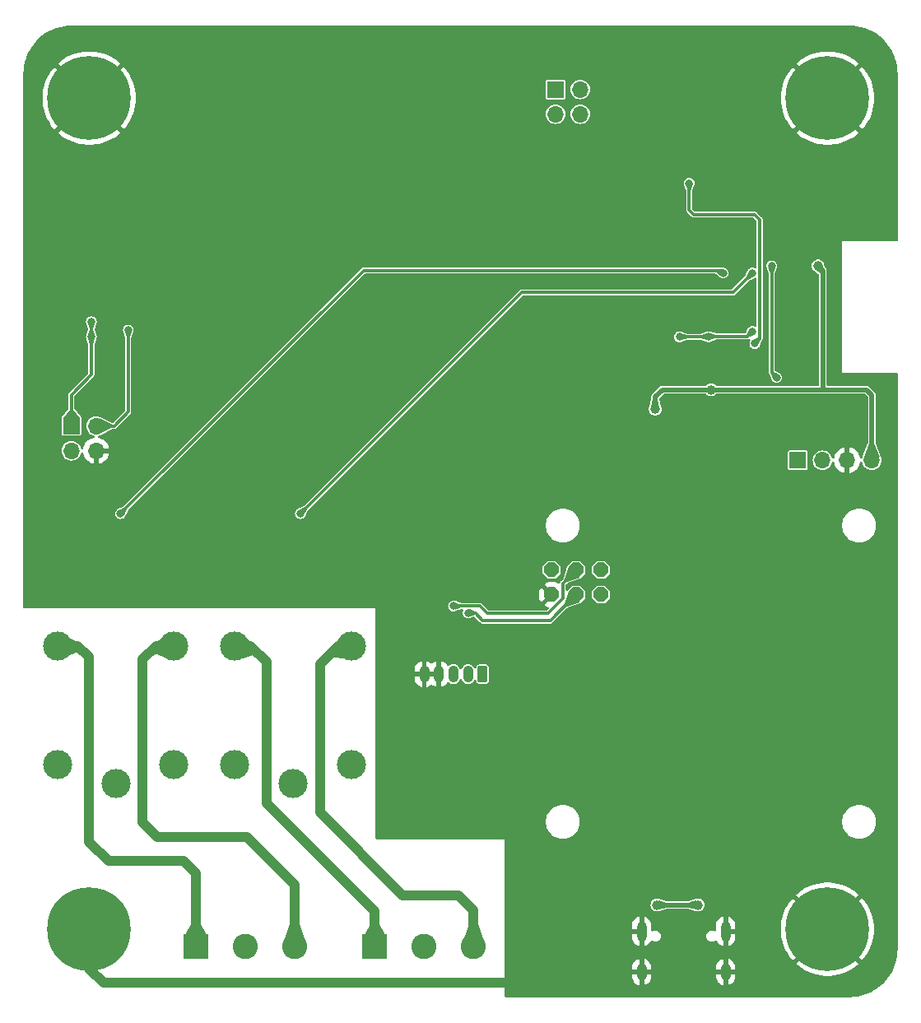
<source format=gbr>
%TF.GenerationSoftware,KiCad,Pcbnew,(7.0.0-0)*%
%TF.CreationDate,2023-04-09T15:51:22-04:00*%
%TF.ProjectId,KwartzLab-SensorBoard-Rev2,4b776172-747a-44c6-9162-2d53656e736f,2*%
%TF.SameCoordinates,Original*%
%TF.FileFunction,Copper,L2,Bot*%
%TF.FilePolarity,Positive*%
%FSLAX46Y46*%
G04 Gerber Fmt 4.6, Leading zero omitted, Abs format (unit mm)*
G04 Created by KiCad (PCBNEW (7.0.0-0)) date 2023-04-09 15:51:22*
%MOMM*%
%LPD*%
G01*
G04 APERTURE LIST*
G04 Aperture macros list*
%AMRoundRect*
0 Rectangle with rounded corners*
0 $1 Rounding radius*
0 $2 $3 $4 $5 $6 $7 $8 $9 X,Y pos of 4 corners*
0 Add a 4 corners polygon primitive as box body*
4,1,4,$2,$3,$4,$5,$6,$7,$8,$9,$2,$3,0*
0 Add four circle primitives for the rounded corners*
1,1,$1+$1,$2,$3*
1,1,$1+$1,$4,$5*
1,1,$1+$1,$6,$7*
1,1,$1+$1,$8,$9*
0 Add four rect primitives between the rounded corners*
20,1,$1+$1,$2,$3,$4,$5,0*
20,1,$1+$1,$4,$5,$6,$7,0*
20,1,$1+$1,$6,$7,$8,$9,0*
20,1,$1+$1,$8,$9,$2,$3,0*%
%AMOutline5P*
0 Free polygon, 5 corners , with rotation*
0 The origin of the aperture is its center*
0 number of corners: always 5*
0 $1 to $10 corner X, Y*
0 $11 Rotation angle, in degrees counterclockwise*
0 create outline with 5 corners*
4,1,5,$1,$2,$3,$4,$5,$6,$7,$8,$9,$10,$1,$2,$11*%
%AMOutline6P*
0 Free polygon, 6 corners , with rotation*
0 The origin of the aperture is its center*
0 number of corners: always 6*
0 $1 to $12 corner X, Y*
0 $13 Rotation angle, in degrees counterclockwise*
0 create outline with 6 corners*
4,1,6,$1,$2,$3,$4,$5,$6,$7,$8,$9,$10,$11,$12,$1,$2,$13*%
%AMOutline7P*
0 Free polygon, 7 corners , with rotation*
0 The origin of the aperture is its center*
0 number of corners: always 7*
0 $1 to $14 corner X, Y*
0 $15 Rotation angle, in degrees counterclockwise*
0 create outline with 7 corners*
4,1,7,$1,$2,$3,$4,$5,$6,$7,$8,$9,$10,$11,$12,$13,$14,$1,$2,$15*%
%AMOutline8P*
0 Free polygon, 8 corners , with rotation*
0 The origin of the aperture is its center*
0 number of corners: always 8*
0 $1 to $16 corner X, Y*
0 $17 Rotation angle, in degrees counterclockwise*
0 create outline with 8 corners*
4,1,8,$1,$2,$3,$4,$5,$6,$7,$8,$9,$10,$11,$12,$13,$14,$15,$16,$1,$2,$17*%
G04 Aperture macros list end*
%TA.AperFunction,ComponentPad*%
%ADD10R,1.700000X1.700000*%
%TD*%
%TA.AperFunction,ComponentPad*%
%ADD11O,1.700000X1.700000*%
%TD*%
%TA.AperFunction,ComponentPad*%
%ADD12C,0.900000*%
%TD*%
%TA.AperFunction,ComponentPad*%
%ADD13C,8.600000*%
%TD*%
%TA.AperFunction,ComponentPad*%
%ADD14RoundRect,0.250000X0.265000X0.615000X-0.265000X0.615000X-0.265000X-0.615000X0.265000X-0.615000X0*%
%TD*%
%TA.AperFunction,ComponentPad*%
%ADD15O,1.030000X1.730000*%
%TD*%
%TA.AperFunction,ComponentPad*%
%ADD16C,3.000000*%
%TD*%
%TA.AperFunction,ComponentPad*%
%ADD17R,2.600000X2.600000*%
%TD*%
%TA.AperFunction,ComponentPad*%
%ADD18C,2.600000*%
%TD*%
%TA.AperFunction,ComponentPad*%
%ADD19Outline8P,-0.775000X0.321016X-0.321016X0.775000X0.321016X0.775000X0.775000X0.321016X0.775000X-0.321016X0.321016X-0.775000X-0.321016X-0.775000X-0.775000X-0.321016X180.000000*%
%TD*%
%TA.AperFunction,ComponentPad*%
%ADD20O,1.000000X2.100000*%
%TD*%
%TA.AperFunction,ComponentPad*%
%ADD21O,1.000000X1.800000*%
%TD*%
%TA.AperFunction,ViaPad*%
%ADD22C,0.800000*%
%TD*%
%TA.AperFunction,ViaPad*%
%ADD23C,1.000000*%
%TD*%
%TA.AperFunction,Conductor*%
%ADD24C,1.000000*%
%TD*%
%TA.AperFunction,Conductor*%
%ADD25C,0.500000*%
%TD*%
%TA.AperFunction,Conductor*%
%ADD26C,0.300000*%
%TD*%
G04 APERTURE END LIST*
D10*
%TO.P,J8,1,Pin_1*%
%TO.N,SDA*%
X94999999Y-99884290D03*
D11*
%TO.P,J8,2,Pin_2*%
%TO.N,SCL*%
X97539999Y-99884290D03*
%TO.P,J8,3,Pin_3*%
%TO.N,+3V3*%
X94999999Y-102424290D03*
%TO.P,J8,4,Pin_4*%
%TO.N,GND*%
X97539999Y-102424290D03*
%TD*%
D12*
%TO.P,H3,1,1*%
%TO.N,GND*%
X169557188Y-66150000D03*
X170501769Y-63869581D03*
X170501769Y-68430419D03*
X172782188Y-62925000D03*
D13*
X172782188Y-66150000D03*
D12*
X172782188Y-69375000D03*
X175062607Y-63869581D03*
X175062607Y-68430419D03*
X176007188Y-66150000D03*
%TD*%
%TO.P,H1,1,1*%
%TO.N,GND*%
X93600000Y-151650000D03*
X94544581Y-149369581D03*
X94544581Y-153930419D03*
X96825000Y-148425000D03*
D13*
X96825000Y-151650000D03*
D12*
X96825000Y-154875000D03*
X99105419Y-149369581D03*
X99105419Y-153930419D03*
X100050000Y-151650000D03*
%TD*%
D10*
%TO.P,J1,1,Pin_1*%
%TO.N,/RX*%
X169719999Y-103399999D03*
D11*
%TO.P,J1,2,Pin_2*%
%TO.N,/TX*%
X172259999Y-103399999D03*
%TO.P,J1,3,Pin_3*%
%TO.N,GND*%
X174799999Y-103399999D03*
%TO.P,J1,4,Pin_4*%
%TO.N,+3V3*%
X177339999Y-103399999D03*
%TD*%
D12*
%TO.P,H4,1,1*%
%TO.N,GND*%
X93600000Y-66150000D03*
X94544581Y-63869581D03*
X94544581Y-68430419D03*
X96825000Y-62925000D03*
D13*
X96825000Y-66150000D03*
D12*
X96825000Y-69375000D03*
X99105419Y-63869581D03*
X99105419Y-68430419D03*
X100050000Y-66150000D03*
%TD*%
D14*
%TO.P,J3,1,Pin_1*%
%TO.N,+5V*%
X137300000Y-125400000D03*
D15*
%TO.P,J3,2,Pin_2*%
%TO.N,SDA*%
X135799999Y-125399999D03*
%TO.P,J3,3,Pin_3*%
%TO.N,SCL*%
X134299999Y-125399999D03*
%TO.P,J3,4,Pin_4*%
%TO.N,GND*%
X132799999Y-125399999D03*
%TO.P,J3,5,Pin_5*%
X131299999Y-125399999D03*
%TD*%
D16*
%TO.P,K2,11*%
%TO.N,/Output Relays/RELAY2_COM*%
X117800000Y-136700000D03*
%TO.P,K2,12*%
%TO.N,/Output Relays/RELAY2_NC*%
X111800000Y-122500000D03*
%TO.P,K2,14*%
%TO.N,/Output Relays/RELAY2_NO*%
X123800000Y-122500000D03*
%TO.P,K2,A1*%
%TO.N,+5V*%
X123800000Y-134700000D03*
%TO.P,K2,A2*%
%TO.N,/Output Relays/RELAY2_EN*%
X111800000Y-134700000D03*
%TD*%
D12*
%TO.P,H2,1,1*%
%TO.N,GND*%
X169544581Y-151650000D03*
X170489162Y-149369581D03*
X170489162Y-153930419D03*
X172769581Y-148425000D03*
D13*
X172769581Y-151650000D03*
D12*
X172769581Y-154875000D03*
X175050000Y-149369581D03*
X175050000Y-153930419D03*
X175994581Y-151650000D03*
%TD*%
D17*
%TO.P,J6,1,Pin_1*%
%TO.N,/Output Relays/RELAY2_NC*%
X126214999Y-153399999D03*
D18*
%TO.P,J6,2,Pin_2*%
%TO.N,/Output Relays/RELAY2_COM*%
X131295000Y-153400000D03*
%TO.P,J6,3,Pin_3*%
%TO.N,/Output Relays/RELAY2_NO*%
X136375000Y-153400000D03*
%TD*%
D17*
%TO.P,J5,1,Pin_1*%
%TO.N,/Output Relays/RELAY1_NC*%
X107799999Y-153399999D03*
D18*
%TO.P,J5,2,Pin_2*%
%TO.N,/Output Relays/RELAY1_COM*%
X112880000Y-153400000D03*
%TO.P,J5,3,Pin_3*%
%TO.N,/Output Relays/RELAY1_NO*%
X117960000Y-153400000D03*
%TD*%
D19*
%TO.P,J4,1,Pin_1*%
%TO.N,unconnected-(J4-Pin_1-Pad1)*%
X149482927Y-114684143D03*
%TO.P,J4,2,Pin_2*%
%TO.N,+3V3*%
X149482927Y-117224143D03*
%TO.P,J4,3,Pin_3*%
%TO.N,SCL*%
X146942927Y-114684143D03*
%TO.P,J4,4,Pin_4*%
%TO.N,SDA*%
X146942927Y-117224143D03*
%TO.P,J4,5,Pin_5*%
%TO.N,unconnected-(J4-Pin_5-Pad5)*%
X144402927Y-114684143D03*
%TO.P,J4,6,Pin_6*%
%TO.N,GND*%
X144402927Y-117224143D03*
%TD*%
D20*
%TO.P,J2,S1,SHIELD*%
%TO.N,GND*%
X153659999Y-151869999D03*
D21*
X153659999Y-156049999D03*
D20*
X162299999Y-151869999D03*
D21*
X162299999Y-156049999D03*
%TD*%
D10*
%TO.P,J9,1,Pin_1*%
%TO.N,GPIO5*%
X144799999Y-65259999D03*
D11*
%TO.P,J9,2,Pin_2*%
%TO.N,STATUS*%
X147339999Y-65259999D03*
%TO.P,J9,3,Pin_3*%
%TO.N,GPIO4*%
X144799999Y-67799999D03*
%TO.P,J9,4,Pin_4*%
%TO.N,GPIO10*%
X147339999Y-67799999D03*
%TD*%
D16*
%TO.P,K1,11*%
%TO.N,/Output Relays/RELAY1_COM*%
X99550000Y-136700000D03*
%TO.P,K1,12*%
%TO.N,/Output Relays/RELAY1_NC*%
X93550000Y-122500000D03*
%TO.P,K1,14*%
%TO.N,/Output Relays/RELAY1_NO*%
X105550000Y-122500000D03*
%TO.P,K1,A1*%
%TO.N,+5V*%
X105550000Y-134700000D03*
%TO.P,K1,A2*%
%TO.N,/Output Relays/RELAY1_EN*%
X93550000Y-134700000D03*
%TD*%
D22*
%TO.N,GND*%
X95800000Y-80900000D03*
X170400000Y-91300000D03*
X169250000Y-91300000D03*
X94550000Y-82650000D03*
X168050000Y-91300000D03*
X170800000Y-84150000D03*
X93800000Y-89900000D03*
X93550000Y-80900000D03*
X154800000Y-88010000D03*
X164950000Y-86900000D03*
X166150000Y-92300000D03*
X164950000Y-85700000D03*
X169800000Y-84150000D03*
X95300000Y-87400000D03*
X164950000Y-88150000D03*
X135050000Y-122540000D03*
X151120000Y-88000000D03*
D23*
%TO.N,+3V3*%
X155050000Y-98150000D03*
X171800000Y-83400000D03*
X160800000Y-96150000D03*
%TO.N,VBUS*%
X155230000Y-149150000D03*
X159480000Y-149150000D03*
D22*
%TO.N,STATUS*%
X167050000Y-83400000D03*
X167550000Y-94900000D03*
%TO.N,SDA*%
X97050000Y-89150000D03*
X97050000Y-90699500D03*
X165050000Y-90150000D03*
X160550000Y-90699500D03*
X135800000Y-119099500D03*
X157550000Y-90699500D03*
%TO.N,SCL*%
X134300000Y-118400000D03*
X100850000Y-90000000D03*
%TO.N,BOOT*%
X158550000Y-74900000D03*
X165300000Y-91400000D03*
%TO.N,RELAY1*%
X100050000Y-108900000D03*
X162050000Y-84150000D03*
%TO.N,RELAY2*%
X118550000Y-108900000D03*
X165050000Y-84150000D03*
%TD*%
D24*
%TO.N,GND*%
X96825000Y-151650000D02*
X96825000Y-155675000D01*
X98300000Y-157150000D02*
X140300000Y-157150000D01*
X96825000Y-155675000D02*
X98300000Y-157150000D01*
D25*
%TO.N,+3V3*%
X155800000Y-96150000D02*
X173550000Y-96150000D01*
X176800000Y-96150000D02*
X177340000Y-96690000D01*
X155050000Y-98150000D02*
X155050000Y-96900000D01*
X173550000Y-96150000D02*
X176800000Y-96150000D01*
X155050000Y-96900000D02*
X155800000Y-96150000D01*
X172300000Y-96150000D02*
X173550000Y-96150000D01*
X172300000Y-83900000D02*
X172300000Y-96150000D01*
X177340000Y-96690000D02*
X177340000Y-103400000D01*
X171800000Y-83400000D02*
X172300000Y-83900000D01*
%TO.N,VBUS*%
X159480000Y-149150000D02*
X155230000Y-149150000D01*
D26*
%TO.N,STATUS*%
X167050000Y-94400000D02*
X167550000Y-94900000D01*
X167050000Y-83400000D02*
X167050000Y-94400000D01*
%TO.N,SDA*%
X97050000Y-90699500D02*
X97050000Y-94620000D01*
X97050000Y-94620000D02*
X95000000Y-96670000D01*
X157550000Y-90699500D02*
X160550000Y-90699500D01*
X160550000Y-90699500D02*
X160599500Y-90650000D01*
X135850500Y-119150000D02*
X135800000Y-119099500D01*
X146942928Y-117224144D02*
X144267072Y-119900000D01*
X164550000Y-90650000D02*
X165050000Y-90150000D01*
X136550000Y-119150000D02*
X135850500Y-119150000D01*
X160599500Y-90650000D02*
X164550000Y-90650000D01*
X97050000Y-89150000D02*
X97050000Y-90699500D01*
X95000000Y-96670000D02*
X95000000Y-99884291D01*
X144267072Y-119900000D02*
X137300000Y-119900000D01*
X137300000Y-119900000D02*
X136550000Y-119150000D01*
%TO.N,SCL*%
X145550000Y-116077072D02*
X146942928Y-114684144D01*
X144050000Y-119150000D02*
X145550000Y-117650000D01*
X134800000Y-118400000D02*
X134800500Y-118399500D01*
X100850000Y-98420000D02*
X99385709Y-99884291D01*
X134300000Y-118400000D02*
X134800000Y-118400000D01*
X99385709Y-99884291D02*
X97540000Y-99884291D01*
X145550000Y-117650000D02*
X145550000Y-116077072D01*
X100850000Y-90000000D02*
X100850000Y-98420000D01*
X134800500Y-118399500D02*
X136992698Y-118399500D01*
X137743198Y-119150000D02*
X144050000Y-119150000D01*
X136992698Y-118399500D02*
X137743198Y-119150000D01*
D24*
%TO.N,/Output Relays/RELAY1_NC*%
X107800000Y-145900000D02*
X107800000Y-153400000D01*
X98800000Y-144650000D02*
X106550000Y-144650000D01*
X95650000Y-122500000D02*
X96800000Y-123650000D01*
X96800000Y-123650000D02*
X96800000Y-142650000D01*
X106550000Y-144650000D02*
X107800000Y-145900000D01*
X96800000Y-142650000D02*
X98800000Y-144650000D01*
X93550000Y-122500000D02*
X95650000Y-122500000D01*
%TO.N,/Output Relays/RELAY1_NO*%
X102300000Y-123900000D02*
X102300000Y-140650000D01*
X105550000Y-122500000D02*
X103700000Y-122500000D01*
X102300000Y-140650000D02*
X103800000Y-142150000D01*
X113050000Y-142150000D02*
X117960000Y-147060000D01*
X117960000Y-147060000D02*
X117960000Y-153400000D01*
X103700000Y-122500000D02*
X102300000Y-123900000D01*
X103800000Y-142150000D02*
X113050000Y-142150000D01*
%TO.N,/Output Relays/RELAY2_NC*%
X111800000Y-122500000D02*
X113400000Y-122500000D01*
X113400000Y-122500000D02*
X115050000Y-124150000D01*
X115050000Y-138650000D02*
X126215000Y-149815000D01*
X115050000Y-124150000D02*
X115050000Y-138650000D01*
X126215000Y-149815000D02*
X126215000Y-153400000D01*
%TO.N,/Output Relays/RELAY2_NO*%
X120550000Y-139650000D02*
X129050000Y-148150000D01*
X123800000Y-122500000D02*
X122450000Y-122500000D01*
X136375000Y-149725000D02*
X136375000Y-153400000D01*
X122450000Y-122500000D02*
X120550000Y-124400000D01*
X134800000Y-148150000D02*
X136375000Y-149725000D01*
X129050000Y-148150000D02*
X134800000Y-148150000D01*
X120550000Y-124400000D02*
X120550000Y-139650000D01*
D26*
%TO.N,BOOT*%
X158550000Y-77650000D02*
X159050000Y-78150000D01*
X165800000Y-90900000D02*
X165300000Y-91400000D01*
X158550000Y-74900000D02*
X158550000Y-77650000D01*
X165300000Y-78150000D02*
X165800000Y-78650000D01*
X159050000Y-78150000D02*
X165300000Y-78150000D01*
X165800000Y-78650000D02*
X165800000Y-90900000D01*
%TO.N,RELAY1*%
X162050000Y-84150000D02*
X161800000Y-83900000D01*
X161800000Y-83900000D02*
X125050000Y-83900000D01*
X125050000Y-83900000D02*
X100050000Y-108900000D01*
%TO.N,RELAY2*%
X118550000Y-108900000D02*
X141300000Y-86150000D01*
X163050000Y-86150000D02*
X165050000Y-84150000D01*
X141300000Y-86150000D02*
X163050000Y-86150000D01*
%TD*%
%TA.AperFunction,Conductor*%
%TO.N,GND*%
G36*
X175009750Y-58660605D02*
G01*
X175414110Y-58677329D01*
X175424283Y-58678172D01*
X175823348Y-58727915D01*
X175833456Y-58729602D01*
X176227041Y-58812126D01*
X176236932Y-58814631D01*
X176622380Y-58929383D01*
X176632049Y-58932703D01*
X177006681Y-59078883D01*
X177016038Y-59082987D01*
X177377354Y-59259624D01*
X177386307Y-59264469D01*
X177731802Y-59470338D01*
X177740363Y-59475932D01*
X178067632Y-59709596D01*
X178075708Y-59715881D01*
X178202535Y-59823298D01*
X178382584Y-59975791D01*
X178390124Y-59982733D01*
X178674458Y-60267066D01*
X178681400Y-60274606D01*
X178941300Y-60581471D01*
X178947594Y-60589558D01*
X179181257Y-60916820D01*
X179186862Y-60925398D01*
X179280774Y-61083004D01*
X179392710Y-61270856D01*
X179397579Y-61279854D01*
X179532980Y-61556820D01*
X179574198Y-61641132D01*
X179578314Y-61650517D01*
X179724488Y-62025128D01*
X179727816Y-62034821D01*
X179842558Y-62420231D01*
X179845074Y-62430166D01*
X179927597Y-62823733D01*
X179929284Y-62833842D01*
X179979024Y-63232884D01*
X179979870Y-63243098D01*
X179996582Y-63647147D01*
X179996688Y-63652271D01*
X179996688Y-80776000D01*
X179980075Y-80838000D01*
X179934688Y-80883387D01*
X179872688Y-80900000D01*
X174300000Y-80900000D01*
X174300000Y-94400000D01*
X179872688Y-94400000D01*
X179934688Y-94416613D01*
X179980075Y-94462000D01*
X179996688Y-94524000D01*
X179996688Y-153647439D01*
X179996582Y-153652563D01*
X179979858Y-154056900D01*
X179979012Y-154067114D01*
X179929272Y-154466155D01*
X179927585Y-154476264D01*
X179845063Y-154869830D01*
X179842547Y-154879765D01*
X179727805Y-155265174D01*
X179724477Y-155274867D01*
X179578301Y-155649482D01*
X179574184Y-155658867D01*
X179397579Y-156020118D01*
X179392702Y-156029132D01*
X179186853Y-156374592D01*
X179181247Y-156383172D01*
X178947580Y-156710441D01*
X178941285Y-156718528D01*
X178681396Y-157025378D01*
X178674455Y-157032918D01*
X178390116Y-157317257D01*
X178382576Y-157324199D01*
X178075706Y-157584103D01*
X178067618Y-157590397D01*
X177740367Y-157824049D01*
X177731788Y-157829655D01*
X177386332Y-158035503D01*
X177377318Y-158040381D01*
X177016047Y-158216994D01*
X177006662Y-158221110D01*
X176632053Y-158367282D01*
X176622359Y-158370610D01*
X176236956Y-158485348D01*
X176227022Y-158487864D01*
X175833451Y-158570387D01*
X175823342Y-158572074D01*
X175480902Y-158614758D01*
X175424302Y-158621813D01*
X175414090Y-158622659D01*
X175009461Y-158639394D01*
X175004337Y-158639500D01*
X139674000Y-158639500D01*
X139612000Y-158622887D01*
X139566613Y-158577500D01*
X139550000Y-158515500D01*
X139550000Y-156497570D01*
X152660000Y-156497570D01*
X152660317Y-156503835D01*
X152674783Y-156646084D01*
X152677301Y-156658335D01*
X152734419Y-156840385D01*
X152739355Y-156851889D01*
X152831954Y-157018720D01*
X152839097Y-157028982D01*
X152963379Y-157173754D01*
X152972458Y-157182385D01*
X153123329Y-157299167D01*
X153133957Y-157305792D01*
X153305256Y-157389817D01*
X153316997Y-157394165D01*
X153396253Y-157414686D01*
X153407464Y-157414971D01*
X153408627Y-157409962D01*
X153910000Y-157409962D01*
X153912337Y-157420645D01*
X153917502Y-157420973D01*
X153917840Y-157420885D01*
X154096760Y-157354621D01*
X154108006Y-157349105D01*
X154269926Y-157248180D01*
X154279820Y-157240521D01*
X154418114Y-157109063D01*
X154426262Y-157099572D01*
X154535265Y-156942963D01*
X154541334Y-156932029D01*
X154616581Y-156756681D01*
X154620324Y-156744752D01*
X154658734Y-156557847D01*
X154660000Y-156545402D01*
X154660000Y-156497570D01*
X161300000Y-156497570D01*
X161300317Y-156503835D01*
X161314783Y-156646084D01*
X161317301Y-156658335D01*
X161374419Y-156840385D01*
X161379355Y-156851889D01*
X161471954Y-157018720D01*
X161479097Y-157028982D01*
X161603379Y-157173754D01*
X161612458Y-157182385D01*
X161763329Y-157299167D01*
X161773957Y-157305792D01*
X161945256Y-157389817D01*
X161956997Y-157394165D01*
X162036253Y-157414686D01*
X162047464Y-157414971D01*
X162048627Y-157409962D01*
X162550000Y-157409962D01*
X162552337Y-157420645D01*
X162557502Y-157420973D01*
X162557840Y-157420885D01*
X162736760Y-157354621D01*
X162748006Y-157349105D01*
X162909926Y-157248180D01*
X162919820Y-157240521D01*
X163058114Y-157109063D01*
X163066262Y-157099572D01*
X163175265Y-156942963D01*
X163181334Y-156932029D01*
X163256581Y-156756681D01*
X163260324Y-156744752D01*
X163298734Y-156557847D01*
X163300000Y-156545402D01*
X163300000Y-156316326D01*
X163296549Y-156303450D01*
X163283674Y-156300000D01*
X162566326Y-156300000D01*
X162553450Y-156303450D01*
X162550000Y-156316326D01*
X162550000Y-157409962D01*
X162048627Y-157409962D01*
X162050000Y-157404046D01*
X162050000Y-156316326D01*
X162046549Y-156303450D01*
X162033674Y-156300000D01*
X161316326Y-156300000D01*
X161303450Y-156303450D01*
X161300000Y-156316326D01*
X161300000Y-156497570D01*
X154660000Y-156497570D01*
X154660000Y-156316326D01*
X154656549Y-156303450D01*
X154643674Y-156300000D01*
X153926326Y-156300000D01*
X153913450Y-156303450D01*
X153910000Y-156316326D01*
X153910000Y-157409962D01*
X153408627Y-157409962D01*
X153410000Y-157404046D01*
X153410000Y-156316326D01*
X153406549Y-156303450D01*
X153393674Y-156300000D01*
X152676326Y-156300000D01*
X152663450Y-156303450D01*
X152660000Y-156316326D01*
X152660000Y-156497570D01*
X139550000Y-156497570D01*
X139550000Y-155783674D01*
X152660000Y-155783674D01*
X152663450Y-155796549D01*
X152676326Y-155800000D01*
X153393674Y-155800000D01*
X153406549Y-155796549D01*
X153410000Y-155783674D01*
X153910000Y-155783674D01*
X153913450Y-155796549D01*
X153926326Y-155800000D01*
X154643674Y-155800000D01*
X154656549Y-155796549D01*
X154660000Y-155783674D01*
X161300000Y-155783674D01*
X161303450Y-155796549D01*
X161316326Y-155800000D01*
X162033674Y-155800000D01*
X162046549Y-155796549D01*
X162050000Y-155783674D01*
X162550000Y-155783674D01*
X162553450Y-155796549D01*
X162566326Y-155800000D01*
X163283674Y-155800000D01*
X163296549Y-155796549D01*
X163300000Y-155783674D01*
X163300000Y-155602430D01*
X163299682Y-155596164D01*
X163285216Y-155453915D01*
X163282698Y-155441664D01*
X163225580Y-155259614D01*
X163220644Y-155248110D01*
X163203096Y-155216495D01*
X169561829Y-155216495D01*
X169569286Y-155227884D01*
X169771721Y-155404745D01*
X169776063Y-155408208D01*
X170120356Y-155658351D01*
X170124993Y-155661412D01*
X170490344Y-155879700D01*
X170495215Y-155882321D01*
X170878646Y-156066971D01*
X170883773Y-156069163D01*
X171282193Y-156218692D01*
X171287491Y-156220413D01*
X171697714Y-156333628D01*
X171703149Y-156334869D01*
X172121871Y-156410855D01*
X172127381Y-156411602D01*
X172551249Y-156449751D01*
X172556790Y-156450000D01*
X172982372Y-156450000D01*
X172987912Y-156449751D01*
X173411780Y-156411602D01*
X173417290Y-156410855D01*
X173836012Y-156334869D01*
X173841447Y-156333628D01*
X174251670Y-156220413D01*
X174256968Y-156218692D01*
X174655388Y-156069163D01*
X174660515Y-156066971D01*
X175043946Y-155882321D01*
X175048817Y-155879700D01*
X175414168Y-155661412D01*
X175418805Y-155658351D01*
X175763086Y-155408216D01*
X175767445Y-155404741D01*
X175969876Y-155227882D01*
X175977331Y-155216495D01*
X175970657Y-155204630D01*
X172781123Y-152015095D01*
X172769581Y-152008431D01*
X172758038Y-152015095D01*
X169568503Y-155204630D01*
X169561829Y-155216495D01*
X163203096Y-155216495D01*
X163128045Y-155081279D01*
X163120902Y-155071017D01*
X162996620Y-154926245D01*
X162987541Y-154917614D01*
X162836670Y-154800832D01*
X162826042Y-154794207D01*
X162654743Y-154710182D01*
X162643002Y-154705834D01*
X162563746Y-154685313D01*
X162552535Y-154685028D01*
X162550000Y-154695954D01*
X162550000Y-155783674D01*
X162050000Y-155783674D01*
X162050000Y-154690038D01*
X162047662Y-154679354D01*
X162042497Y-154679026D01*
X162042159Y-154679114D01*
X161863239Y-154745378D01*
X161851993Y-154750894D01*
X161690073Y-154851819D01*
X161680179Y-154859478D01*
X161541885Y-154990936D01*
X161533737Y-155000427D01*
X161424734Y-155157036D01*
X161418665Y-155167970D01*
X161343418Y-155343318D01*
X161339675Y-155355247D01*
X161301265Y-155542152D01*
X161300000Y-155554598D01*
X161300000Y-155783674D01*
X154660000Y-155783674D01*
X154660000Y-155602430D01*
X154659682Y-155596164D01*
X154645216Y-155453915D01*
X154642698Y-155441664D01*
X154585580Y-155259614D01*
X154580644Y-155248110D01*
X154488045Y-155081279D01*
X154480902Y-155071017D01*
X154356620Y-154926245D01*
X154347541Y-154917614D01*
X154196670Y-154800832D01*
X154186042Y-154794207D01*
X154014743Y-154710182D01*
X154003002Y-154705834D01*
X153923746Y-154685313D01*
X153912535Y-154685028D01*
X153910000Y-154695954D01*
X153910000Y-155783674D01*
X153410000Y-155783674D01*
X153410000Y-154690038D01*
X153407662Y-154679354D01*
X153402497Y-154679026D01*
X153402159Y-154679114D01*
X153223239Y-154745378D01*
X153211993Y-154750894D01*
X153050073Y-154851819D01*
X153040179Y-154859478D01*
X152901885Y-154990936D01*
X152893737Y-155000427D01*
X152784734Y-155157036D01*
X152778665Y-155167970D01*
X152703418Y-155343318D01*
X152699675Y-155355247D01*
X152661265Y-155542152D01*
X152660000Y-155554598D01*
X152660000Y-155783674D01*
X139550000Y-155783674D01*
X139550000Y-152467570D01*
X152660000Y-152467570D01*
X152660317Y-152473835D01*
X152674783Y-152616084D01*
X152677301Y-152628335D01*
X152734419Y-152810385D01*
X152739355Y-152821889D01*
X152831954Y-152988720D01*
X152839097Y-152998982D01*
X152963379Y-153143754D01*
X152972458Y-153152385D01*
X153123329Y-153269167D01*
X153133957Y-153275792D01*
X153305256Y-153359817D01*
X153316997Y-153364165D01*
X153396253Y-153384686D01*
X153407464Y-153384971D01*
X153408627Y-153379962D01*
X153910000Y-153379962D01*
X153912337Y-153390645D01*
X153917502Y-153390973D01*
X153917840Y-153390885D01*
X154096760Y-153324621D01*
X154108006Y-153319105D01*
X154269926Y-153218180D01*
X154279820Y-153210521D01*
X154418114Y-153079063D01*
X154426262Y-153069572D01*
X154535265Y-152912963D01*
X154541333Y-152902031D01*
X154551921Y-152877358D01*
X154585002Y-152832256D01*
X154634538Y-152806281D01*
X154690449Y-152804716D01*
X154741360Y-152827881D01*
X154793315Y-152867748D01*
X154793319Y-152867750D01*
X154799767Y-152872698D01*
X154939764Y-152930687D01*
X155052280Y-152945500D01*
X155123667Y-152945500D01*
X155127720Y-152945500D01*
X155240236Y-152930687D01*
X155380233Y-152872698D01*
X155500451Y-152780451D01*
X155592698Y-152660233D01*
X155650687Y-152520236D01*
X155670466Y-152370000D01*
X160289534Y-152370000D01*
X160290595Y-152378059D01*
X160308251Y-152512176D01*
X160308252Y-152512182D01*
X160309313Y-152520236D01*
X160312422Y-152527742D01*
X160312423Y-152527745D01*
X160349015Y-152616084D01*
X160367302Y-152660233D01*
X160372245Y-152666674D01*
X160372248Y-152666680D01*
X160454605Y-152774008D01*
X160459549Y-152780451D01*
X160465991Y-152785394D01*
X160573319Y-152867751D01*
X160573322Y-152867753D01*
X160579767Y-152872698D01*
X160719764Y-152930687D01*
X160832280Y-152945500D01*
X160903667Y-152945500D01*
X160907720Y-152945500D01*
X161020236Y-152930687D01*
X161160233Y-152872698D01*
X161212938Y-152832256D01*
X161219577Y-152827162D01*
X161267416Y-152804659D01*
X161320281Y-152804128D01*
X161368562Y-152825667D01*
X161403483Y-152865359D01*
X161471954Y-152988720D01*
X161479097Y-152998982D01*
X161603379Y-153143754D01*
X161612458Y-153152385D01*
X161763329Y-153269167D01*
X161773957Y-153275792D01*
X161945256Y-153359817D01*
X161956997Y-153364165D01*
X162036253Y-153384686D01*
X162047464Y-153384971D01*
X162048627Y-153379962D01*
X162550000Y-153379962D01*
X162552337Y-153390645D01*
X162557502Y-153390973D01*
X162557840Y-153390885D01*
X162736760Y-153324621D01*
X162748006Y-153319105D01*
X162909926Y-153218180D01*
X162919820Y-153210521D01*
X163058114Y-153079063D01*
X163066262Y-153069572D01*
X163175265Y-152912963D01*
X163181334Y-152902029D01*
X163256581Y-152726681D01*
X163260324Y-152714752D01*
X163298734Y-152527847D01*
X163300000Y-152515402D01*
X163300000Y-152136326D01*
X163296549Y-152123450D01*
X163283674Y-152120000D01*
X162566326Y-152120000D01*
X162553450Y-152123450D01*
X162550000Y-152136326D01*
X162550000Y-153379962D01*
X162048627Y-153379962D01*
X162050000Y-153374046D01*
X162050000Y-151652783D01*
X167964868Y-151652783D01*
X167983961Y-152077924D01*
X167984458Y-152083452D01*
X168041585Y-152505177D01*
X168042579Y-152510654D01*
X168137278Y-152925557D01*
X168138754Y-152930905D01*
X168270259Y-153335637D01*
X168272225Y-153340876D01*
X168439474Y-153732172D01*
X168441891Y-153737193D01*
X168643556Y-154111949D01*
X168646408Y-154116722D01*
X168880848Y-154471885D01*
X168884121Y-154476391D01*
X169149460Y-154809114D01*
X169153114Y-154813296D01*
X169190359Y-154852252D01*
X169201861Y-154859182D01*
X169213513Y-154852512D01*
X172404484Y-151661542D01*
X172411148Y-151649999D01*
X173128012Y-151649999D01*
X173134676Y-151661542D01*
X176325646Y-154852511D01*
X176337300Y-154859182D01*
X176348800Y-154852253D01*
X176386048Y-154813295D01*
X176389700Y-154809115D01*
X176655040Y-154476391D01*
X176658313Y-154471885D01*
X176892753Y-154116722D01*
X176895605Y-154111949D01*
X177097270Y-153737193D01*
X177099687Y-153732172D01*
X177266936Y-153340876D01*
X177268902Y-153335637D01*
X177400407Y-152930905D01*
X177401883Y-152925557D01*
X177496582Y-152510654D01*
X177497576Y-152505177D01*
X177554703Y-152083452D01*
X177555200Y-152077924D01*
X177574294Y-151652783D01*
X177574294Y-151647217D01*
X177555200Y-151222075D01*
X177554703Y-151216547D01*
X177497576Y-150794822D01*
X177496582Y-150789345D01*
X177401883Y-150374442D01*
X177400407Y-150369094D01*
X177268902Y-149964362D01*
X177266936Y-149959123D01*
X177099687Y-149567827D01*
X177097270Y-149562806D01*
X176895605Y-149188050D01*
X176892753Y-149183277D01*
X176658313Y-148828114D01*
X176655040Y-148823608D01*
X176389701Y-148490885D01*
X176386047Y-148486703D01*
X176348801Y-148447746D01*
X176337299Y-148440816D01*
X176325647Y-148447486D01*
X173134676Y-151638457D01*
X173128012Y-151649999D01*
X172411148Y-151649999D01*
X172404484Y-151638457D01*
X169213515Y-148447488D01*
X169201860Y-148440817D01*
X169190359Y-148447747D01*
X169153125Y-148486692D01*
X169149455Y-148490891D01*
X168884121Y-148823608D01*
X168880848Y-148828114D01*
X168646408Y-149183277D01*
X168643556Y-149188050D01*
X168441891Y-149562806D01*
X168439474Y-149567827D01*
X168272225Y-149959123D01*
X168270259Y-149964362D01*
X168138754Y-150369094D01*
X168137278Y-150374442D01*
X168042579Y-150789345D01*
X168041585Y-150794822D01*
X167984458Y-151216547D01*
X167983961Y-151222075D01*
X167964868Y-151647217D01*
X167964868Y-151652783D01*
X162050000Y-151652783D01*
X162050000Y-151603674D01*
X162550000Y-151603674D01*
X162553450Y-151616549D01*
X162566326Y-151620000D01*
X163283674Y-151620000D01*
X163296549Y-151616549D01*
X163300000Y-151603674D01*
X163300000Y-151272430D01*
X163299682Y-151266164D01*
X163285216Y-151123915D01*
X163282698Y-151111664D01*
X163225580Y-150929614D01*
X163220644Y-150918110D01*
X163128045Y-150751279D01*
X163120902Y-150741017D01*
X162996620Y-150596245D01*
X162987541Y-150587614D01*
X162836670Y-150470832D01*
X162826042Y-150464207D01*
X162654743Y-150380182D01*
X162643002Y-150375834D01*
X162563746Y-150355313D01*
X162552535Y-150355028D01*
X162550000Y-150365954D01*
X162550000Y-151603674D01*
X162050000Y-151603674D01*
X162050000Y-150360038D01*
X162047662Y-150349354D01*
X162042497Y-150349026D01*
X162042159Y-150349114D01*
X161863239Y-150415378D01*
X161851993Y-150420894D01*
X161690073Y-150521819D01*
X161680179Y-150529478D01*
X161541885Y-150660936D01*
X161533737Y-150670427D01*
X161424734Y-150827036D01*
X161418665Y-150837970D01*
X161343418Y-151013318D01*
X161339675Y-151025247D01*
X161301265Y-151212152D01*
X161300000Y-151224598D01*
X161300000Y-151739616D01*
X161285358Y-151798069D01*
X161244891Y-151842718D01*
X161188154Y-151863019D01*
X161128547Y-151854177D01*
X161027745Y-151812423D01*
X161027742Y-151812422D01*
X161020236Y-151809313D01*
X161012182Y-151808252D01*
X161012176Y-151808251D01*
X160911739Y-151795029D01*
X160911737Y-151795028D01*
X160907720Y-151794500D01*
X160832280Y-151794500D01*
X160828263Y-151795028D01*
X160828260Y-151795029D01*
X160727823Y-151808251D01*
X160727815Y-151808252D01*
X160719764Y-151809313D01*
X160712259Y-151812421D01*
X160712254Y-151812423D01*
X160587276Y-151864191D01*
X160587272Y-151864193D01*
X160579767Y-151867302D01*
X160573328Y-151872242D01*
X160573319Y-151872248D01*
X160465991Y-151954605D01*
X160465987Y-151954608D01*
X160459549Y-151959549D01*
X160454608Y-151965987D01*
X160454605Y-151965991D01*
X160372248Y-152073319D01*
X160372242Y-152073328D01*
X160367302Y-152079767D01*
X160364193Y-152087272D01*
X160364191Y-152087276D01*
X160312423Y-152212254D01*
X160312421Y-152212259D01*
X160309313Y-152219764D01*
X160308252Y-152227815D01*
X160308251Y-152227823D01*
X160290760Y-152360683D01*
X160289534Y-152370000D01*
X155670466Y-152370000D01*
X155650687Y-152219764D01*
X155592698Y-152079767D01*
X155587753Y-152073322D01*
X155587751Y-152073319D01*
X155505394Y-151965991D01*
X155500451Y-151959549D01*
X155494008Y-151954605D01*
X155386680Y-151872248D01*
X155386674Y-151872245D01*
X155380233Y-151867302D01*
X155372724Y-151864191D01*
X155372723Y-151864191D01*
X155247745Y-151812423D01*
X155247742Y-151812422D01*
X155240236Y-151809313D01*
X155232182Y-151808252D01*
X155232176Y-151808251D01*
X155131739Y-151795029D01*
X155131737Y-151795028D01*
X155127720Y-151794500D01*
X155052280Y-151794500D01*
X155048263Y-151795028D01*
X155048260Y-151795029D01*
X154947823Y-151808251D01*
X154947815Y-151808252D01*
X154939764Y-151809313D01*
X154932259Y-151812421D01*
X154932254Y-151812423D01*
X154831453Y-151854177D01*
X154771846Y-151863019D01*
X154715109Y-151842718D01*
X154674642Y-151798069D01*
X154660000Y-151739616D01*
X154660000Y-151272430D01*
X154659682Y-151266164D01*
X154645216Y-151123915D01*
X154642698Y-151111664D01*
X154585580Y-150929614D01*
X154580644Y-150918110D01*
X154488045Y-150751279D01*
X154480902Y-150741017D01*
X154356620Y-150596245D01*
X154347541Y-150587614D01*
X154196670Y-150470832D01*
X154186042Y-150464207D01*
X154014743Y-150380182D01*
X154003002Y-150375834D01*
X153923746Y-150355313D01*
X153912535Y-150355028D01*
X153910000Y-150365954D01*
X153910000Y-153379962D01*
X153408627Y-153379962D01*
X153410000Y-153374046D01*
X153410000Y-152136326D01*
X153406549Y-152123450D01*
X153393674Y-152120000D01*
X152676326Y-152120000D01*
X152663450Y-152123450D01*
X152660000Y-152136326D01*
X152660000Y-152467570D01*
X139550000Y-152467570D01*
X139550000Y-151603674D01*
X152660000Y-151603674D01*
X152663450Y-151616549D01*
X152676326Y-151620000D01*
X153393674Y-151620000D01*
X153406549Y-151616549D01*
X153410000Y-151603674D01*
X153410000Y-150360038D01*
X153407662Y-150349354D01*
X153402497Y-150349026D01*
X153402159Y-150349114D01*
X153223239Y-150415378D01*
X153211993Y-150420894D01*
X153050073Y-150521819D01*
X153040179Y-150529478D01*
X152901885Y-150660936D01*
X152893737Y-150670427D01*
X152784734Y-150827036D01*
X152778665Y-150837970D01*
X152703418Y-151013318D01*
X152699675Y-151025247D01*
X152661265Y-151212152D01*
X152660000Y-151224598D01*
X152660000Y-151603674D01*
X139550000Y-151603674D01*
X139550000Y-149150000D01*
X154574722Y-149150000D01*
X154575626Y-149157445D01*
X154592858Y-149299370D01*
X154592859Y-149299375D01*
X154593763Y-149306818D01*
X154649780Y-149454523D01*
X154654043Y-149460699D01*
X154727987Y-149567827D01*
X154739517Y-149584530D01*
X154857760Y-149689283D01*
X154997635Y-149762696D01*
X155151015Y-149800500D01*
X155301485Y-149800500D01*
X155308985Y-149800500D01*
X155462365Y-149762696D01*
X155463471Y-149762115D01*
X155470714Y-149760153D01*
X155470616Y-149759777D01*
X156253661Y-149554551D01*
X156285098Y-149550500D01*
X158424902Y-149550500D01*
X158456339Y-149554551D01*
X159239383Y-149759777D01*
X159239284Y-149760152D01*
X159246525Y-149762113D01*
X159247635Y-149762696D01*
X159401015Y-149800500D01*
X159551485Y-149800500D01*
X159558985Y-149800500D01*
X159712365Y-149762696D01*
X159852240Y-149689283D01*
X159970483Y-149584530D01*
X160060220Y-149454523D01*
X160116237Y-149306818D01*
X160135278Y-149150000D01*
X160116237Y-148993182D01*
X160060220Y-148845477D01*
X159970483Y-148715470D01*
X159852240Y-148610717D01*
X159845595Y-148607229D01*
X159845593Y-148607228D01*
X159719006Y-148540789D01*
X159719002Y-148540787D01*
X159712365Y-148537304D01*
X159705087Y-148535510D01*
X159705084Y-148535509D01*
X159566267Y-148501294D01*
X159566260Y-148501293D01*
X159558985Y-148499500D01*
X159401015Y-148499500D01*
X159393740Y-148501292D01*
X159393732Y-148501294D01*
X159254905Y-148535511D01*
X159254896Y-148535514D01*
X159247635Y-148537304D01*
X159246517Y-148537890D01*
X159239285Y-148539851D01*
X159239383Y-148540222D01*
X158456339Y-148745449D01*
X158424902Y-148749500D01*
X156285098Y-148749500D01*
X156253661Y-148745449D01*
X155470616Y-148540222D01*
X155470713Y-148539849D01*
X155463476Y-148537887D01*
X155462365Y-148537304D01*
X155455093Y-148535511D01*
X155455089Y-148535510D01*
X155316267Y-148501294D01*
X155316260Y-148501293D01*
X155308985Y-148499500D01*
X155151015Y-148499500D01*
X155143740Y-148501292D01*
X155143732Y-148501294D01*
X155004915Y-148535509D01*
X155004909Y-148535510D01*
X154997635Y-148537304D01*
X154991000Y-148540786D01*
X154990993Y-148540789D01*
X154864406Y-148607228D01*
X154864400Y-148607231D01*
X154857760Y-148610717D01*
X154852148Y-148615687D01*
X154852143Y-148615692D01*
X154745127Y-148710499D01*
X154745122Y-148710503D01*
X154739517Y-148715470D01*
X154735262Y-148721634D01*
X154735257Y-148721640D01*
X154654043Y-148839300D01*
X154654040Y-148839303D01*
X154649780Y-148845477D01*
X154647120Y-148852488D01*
X154647118Y-148852494D01*
X154596423Y-148986167D01*
X154593763Y-148993182D01*
X154592859Y-149000622D01*
X154592858Y-149000629D01*
X154576070Y-149138896D01*
X154574722Y-149150000D01*
X139550000Y-149150000D01*
X139550000Y-148083503D01*
X169561829Y-148083503D01*
X169568503Y-148095368D01*
X172758038Y-151284903D01*
X172769581Y-151291567D01*
X172781123Y-151284903D01*
X175970657Y-148095368D01*
X175977331Y-148083503D01*
X175969874Y-148072114D01*
X175767440Y-147895254D01*
X175763098Y-147891791D01*
X175418805Y-147641648D01*
X175414168Y-147638587D01*
X175048817Y-147420299D01*
X175043946Y-147417678D01*
X174660515Y-147233028D01*
X174655388Y-147230836D01*
X174256968Y-147081307D01*
X174251670Y-147079586D01*
X173841447Y-146966371D01*
X173836012Y-146965130D01*
X173417290Y-146889144D01*
X173411780Y-146888397D01*
X172987912Y-146850248D01*
X172982372Y-146850000D01*
X172556790Y-146850000D01*
X172551249Y-146850248D01*
X172127381Y-146888397D01*
X172121871Y-146889144D01*
X171703149Y-146965130D01*
X171697714Y-146966371D01*
X171287491Y-147079586D01*
X171282193Y-147081307D01*
X170883773Y-147230836D01*
X170878646Y-147233028D01*
X170495215Y-147417678D01*
X170490344Y-147420299D01*
X170124993Y-147638587D01*
X170120356Y-147641648D01*
X169776063Y-147891791D01*
X169771721Y-147895254D01*
X169569286Y-148072115D01*
X169561829Y-148083503D01*
X139550000Y-148083503D01*
X139550000Y-142416326D01*
X139550000Y-142400000D01*
X139533674Y-142400000D01*
X126424000Y-142400000D01*
X126362000Y-142383387D01*
X126316613Y-142338000D01*
X126300000Y-142276000D01*
X126300000Y-140726126D01*
X143792628Y-140726126D01*
X143793317Y-140730698D01*
X143793318Y-140730709D01*
X143831040Y-140980972D01*
X143831041Y-140980979D01*
X143831732Y-140985559D01*
X143833097Y-140989987D01*
X143833099Y-140989992D01*
X143907697Y-141231835D01*
X143907701Y-141231845D01*
X143909065Y-141236267D01*
X144022900Y-141472648D01*
X144170695Y-141689423D01*
X144349147Y-141881749D01*
X144554271Y-142045330D01*
X144781485Y-142176512D01*
X145025712Y-142272364D01*
X145281498Y-142330746D01*
X145477634Y-142345444D01*
X145606305Y-142345444D01*
X145608622Y-142345444D01*
X145804758Y-142330746D01*
X146060544Y-142272364D01*
X146304771Y-142176512D01*
X146531985Y-142045330D01*
X146737109Y-141881749D01*
X146915561Y-141689423D01*
X147063356Y-141472648D01*
X147177191Y-141236267D01*
X147254524Y-140985559D01*
X147293628Y-140726126D01*
X174272628Y-140726126D01*
X174273317Y-140730698D01*
X174273318Y-140730709D01*
X174311040Y-140980972D01*
X174311041Y-140980979D01*
X174311732Y-140985559D01*
X174313097Y-140989987D01*
X174313099Y-140989992D01*
X174387697Y-141231835D01*
X174387701Y-141231845D01*
X174389065Y-141236267D01*
X174502900Y-141472648D01*
X174650695Y-141689423D01*
X174829147Y-141881749D01*
X175034271Y-142045330D01*
X175261485Y-142176512D01*
X175505712Y-142272364D01*
X175761498Y-142330746D01*
X175957634Y-142345444D01*
X176086305Y-142345444D01*
X176088622Y-142345444D01*
X176284758Y-142330746D01*
X176540544Y-142272364D01*
X176784771Y-142176512D01*
X177011985Y-142045330D01*
X177217109Y-141881749D01*
X177395561Y-141689423D01*
X177543356Y-141472648D01*
X177657191Y-141236267D01*
X177734524Y-140985559D01*
X177773628Y-140726126D01*
X177773628Y-140463762D01*
X177734524Y-140204329D01*
X177657191Y-139953621D01*
X177543356Y-139717240D01*
X177395561Y-139500465D01*
X177217109Y-139308139D01*
X177011985Y-139144558D01*
X176917344Y-139089917D01*
X176788792Y-139015697D01*
X176788786Y-139015694D01*
X176784771Y-139013376D01*
X176780452Y-139011681D01*
X176780446Y-139011678D01*
X176544866Y-138919220D01*
X176544862Y-138919219D01*
X176540544Y-138917524D01*
X176536021Y-138916491D01*
X176536019Y-138916491D01*
X176289277Y-138860173D01*
X176289271Y-138860172D01*
X176284758Y-138859142D01*
X176280136Y-138858795D01*
X176280132Y-138858795D01*
X176090936Y-138844617D01*
X176090925Y-138844616D01*
X176088622Y-138844444D01*
X175957634Y-138844444D01*
X175955331Y-138844616D01*
X175955319Y-138844617D01*
X175766123Y-138858795D01*
X175766117Y-138858795D01*
X175761498Y-138859142D01*
X175756986Y-138860171D01*
X175756978Y-138860173D01*
X175510236Y-138916491D01*
X175510230Y-138916492D01*
X175505712Y-138917524D01*
X175501396Y-138919217D01*
X175501389Y-138919220D01*
X175265809Y-139011678D01*
X175265798Y-139011683D01*
X175261485Y-139013376D01*
X175257474Y-139015691D01*
X175257463Y-139015697D01*
X175038289Y-139142238D01*
X175034271Y-139144558D01*
X175030647Y-139147447D01*
X175030644Y-139147450D01*
X174832774Y-139305246D01*
X174832769Y-139305250D01*
X174829147Y-139308139D01*
X174825993Y-139311537D01*
X174825991Y-139311540D01*
X174653847Y-139497067D01*
X174653841Y-139497073D01*
X174650695Y-139500465D01*
X174502900Y-139717240D01*
X174500887Y-139721418D01*
X174500884Y-139721425D01*
X174391077Y-139949441D01*
X174391072Y-139949452D01*
X174389065Y-139953621D01*
X174387702Y-139958037D01*
X174387697Y-139958052D01*
X174313099Y-140199895D01*
X174313096Y-140199903D01*
X174311732Y-140204329D01*
X174311042Y-140208905D01*
X174311040Y-140208915D01*
X174273318Y-140459178D01*
X174273317Y-140459190D01*
X174272628Y-140463762D01*
X174272628Y-140726126D01*
X147293628Y-140726126D01*
X147293628Y-140463762D01*
X147254524Y-140204329D01*
X147177191Y-139953621D01*
X147063356Y-139717240D01*
X146915561Y-139500465D01*
X146737109Y-139308139D01*
X146531985Y-139144558D01*
X146437344Y-139089917D01*
X146308792Y-139015697D01*
X146308786Y-139015694D01*
X146304771Y-139013376D01*
X146300452Y-139011681D01*
X146300446Y-139011678D01*
X146064866Y-138919220D01*
X146064862Y-138919219D01*
X146060544Y-138917524D01*
X146056021Y-138916491D01*
X146056019Y-138916491D01*
X145809277Y-138860173D01*
X145809271Y-138860172D01*
X145804758Y-138859142D01*
X145800136Y-138858795D01*
X145800132Y-138858795D01*
X145610936Y-138844617D01*
X145610925Y-138844616D01*
X145608622Y-138844444D01*
X145477634Y-138844444D01*
X145475331Y-138844616D01*
X145475319Y-138844617D01*
X145286123Y-138858795D01*
X145286117Y-138858795D01*
X145281498Y-138859142D01*
X145276986Y-138860171D01*
X145276978Y-138860173D01*
X145030236Y-138916491D01*
X145030230Y-138916492D01*
X145025712Y-138917524D01*
X145021396Y-138919217D01*
X145021389Y-138919220D01*
X144785809Y-139011678D01*
X144785798Y-139011683D01*
X144781485Y-139013376D01*
X144777474Y-139015691D01*
X144777463Y-139015697D01*
X144558289Y-139142238D01*
X144554271Y-139144558D01*
X144550647Y-139147447D01*
X144550644Y-139147450D01*
X144352774Y-139305246D01*
X144352769Y-139305250D01*
X144349147Y-139308139D01*
X144345993Y-139311537D01*
X144345991Y-139311540D01*
X144173847Y-139497067D01*
X144173841Y-139497073D01*
X144170695Y-139500465D01*
X144022900Y-139717240D01*
X144020887Y-139721418D01*
X144020884Y-139721425D01*
X143911077Y-139949441D01*
X143911072Y-139949452D01*
X143909065Y-139953621D01*
X143907702Y-139958037D01*
X143907697Y-139958052D01*
X143833099Y-140199895D01*
X143833096Y-140199903D01*
X143831732Y-140204329D01*
X143831042Y-140208905D01*
X143831040Y-140208915D01*
X143793318Y-140459178D01*
X143793317Y-140459190D01*
X143792628Y-140463762D01*
X143792628Y-140726126D01*
X126300000Y-140726126D01*
X126300000Y-125796813D01*
X130285000Y-125796813D01*
X130285298Y-125802897D01*
X130299088Y-125942910D01*
X130301454Y-125954805D01*
X130355957Y-126134475D01*
X130360596Y-126145675D01*
X130449100Y-126311255D01*
X130455842Y-126321344D01*
X130574951Y-126466479D01*
X130583520Y-126475048D01*
X130728655Y-126594157D01*
X130738744Y-126600899D01*
X130904321Y-126689401D01*
X130915529Y-126694044D01*
X131036099Y-126730619D01*
X131047387Y-126731312D01*
X131050000Y-126720312D01*
X131550000Y-126720312D01*
X131552612Y-126731312D01*
X131563900Y-126730619D01*
X131684470Y-126694044D01*
X131695678Y-126689401D01*
X131861255Y-126600899D01*
X131871344Y-126594157D01*
X131971335Y-126512097D01*
X132021842Y-126487189D01*
X132078158Y-126487189D01*
X132128665Y-126512097D01*
X132228655Y-126594157D01*
X132238744Y-126600899D01*
X132404321Y-126689401D01*
X132415529Y-126694044D01*
X132536099Y-126730619D01*
X132547387Y-126731312D01*
X132550000Y-126720312D01*
X133050000Y-126720312D01*
X133052612Y-126731312D01*
X133063900Y-126730619D01*
X133184470Y-126694044D01*
X133195678Y-126689401D01*
X133361255Y-126600899D01*
X133371344Y-126594157D01*
X133516479Y-126475048D01*
X133525048Y-126466479D01*
X133644157Y-126321344D01*
X133650896Y-126311258D01*
X133666538Y-126281995D01*
X133702973Y-126240157D01*
X133754006Y-126218395D01*
X133809421Y-126221065D01*
X133858124Y-126247631D01*
X133919176Y-126301719D01*
X134062277Y-126376824D01*
X134219194Y-126415500D01*
X134373306Y-126415500D01*
X134380806Y-126415500D01*
X134537723Y-126376824D01*
X134680824Y-126301719D01*
X134801793Y-126194549D01*
X134893599Y-126061545D01*
X134934058Y-125954862D01*
X134967773Y-125906019D01*
X135020325Y-125878437D01*
X135079675Y-125878437D01*
X135132227Y-125906019D01*
X135165941Y-125954862D01*
X135206401Y-126061545D01*
X135210664Y-126067721D01*
X135266766Y-126149000D01*
X135298207Y-126194549D01*
X135419176Y-126301719D01*
X135562277Y-126376824D01*
X135719194Y-126415500D01*
X135873306Y-126415500D01*
X135880806Y-126415500D01*
X136037723Y-126376824D01*
X136180824Y-126301719D01*
X136301793Y-126194549D01*
X136393599Y-126061545D01*
X136399775Y-126045258D01*
X136437368Y-125993115D01*
X136496020Y-125966801D01*
X136559967Y-125973390D01*
X136612020Y-126011112D01*
X136638191Y-126069828D01*
X136647826Y-126130663D01*
X136647828Y-126130669D01*
X136649354Y-126140304D01*
X136653780Y-126148991D01*
X136653782Y-126148996D01*
X136690504Y-126221065D01*
X136706950Y-126253342D01*
X136796658Y-126343050D01*
X136909696Y-126400646D01*
X137003481Y-126415500D01*
X137596518Y-126415499D01*
X137690304Y-126400646D01*
X137803342Y-126343050D01*
X137893050Y-126253342D01*
X137950646Y-126140304D01*
X137965500Y-126046519D01*
X137965499Y-124753482D01*
X137950646Y-124659696D01*
X137926150Y-124611621D01*
X137897480Y-124555353D01*
X137893050Y-124546658D01*
X137803342Y-124456950D01*
X137690304Y-124399354D01*
X137680667Y-124397827D01*
X137680662Y-124397826D01*
X137601339Y-124385263D01*
X137601333Y-124385262D01*
X137596519Y-124384500D01*
X137591640Y-124384500D01*
X137008352Y-124384500D01*
X137008339Y-124384500D01*
X137003482Y-124384501D01*
X136998680Y-124385261D01*
X136998673Y-124385262D01*
X136919331Y-124397828D01*
X136919330Y-124397828D01*
X136909696Y-124399354D01*
X136901010Y-124403779D01*
X136901003Y-124403782D01*
X136805353Y-124452519D01*
X136805349Y-124452521D01*
X136796658Y-124456950D01*
X136789759Y-124463848D01*
X136789756Y-124463851D01*
X136713851Y-124539756D01*
X136713848Y-124539759D01*
X136706950Y-124546658D01*
X136702521Y-124555349D01*
X136702519Y-124555353D01*
X136653785Y-124650999D01*
X136649354Y-124659696D01*
X136647827Y-124669330D01*
X136647826Y-124669337D01*
X136638191Y-124730172D01*
X136612020Y-124788888D01*
X136559967Y-124826609D01*
X136496021Y-124833199D01*
X136437369Y-124806885D01*
X136399775Y-124754740D01*
X136396261Y-124745474D01*
X136396260Y-124745472D01*
X136393599Y-124738455D01*
X136301793Y-124605451D01*
X136250313Y-124559843D01*
X136186434Y-124503251D01*
X136186433Y-124503250D01*
X136180824Y-124498281D01*
X136093632Y-124452519D01*
X136044362Y-124426660D01*
X136044359Y-124426658D01*
X136037723Y-124423176D01*
X136014702Y-124417502D01*
X135888087Y-124386294D01*
X135888082Y-124386293D01*
X135880806Y-124384500D01*
X135719194Y-124384500D01*
X135711918Y-124386293D01*
X135711912Y-124386294D01*
X135569559Y-124421381D01*
X135569557Y-124421381D01*
X135562277Y-124423176D01*
X135555643Y-124426657D01*
X135555637Y-124426660D01*
X135456570Y-124478655D01*
X135419176Y-124498281D01*
X135413569Y-124503247D01*
X135413565Y-124503251D01*
X135303817Y-124600480D01*
X135303813Y-124600484D01*
X135298207Y-124605451D01*
X135293952Y-124611615D01*
X135293947Y-124611621D01*
X135210664Y-124732278D01*
X135210661Y-124732282D01*
X135206401Y-124738455D01*
X135203741Y-124745466D01*
X135203739Y-124745472D01*
X135165942Y-124845136D01*
X135132227Y-124893980D01*
X135079675Y-124921562D01*
X135020325Y-124921562D01*
X134967773Y-124893980D01*
X134934058Y-124845136D01*
X134899298Y-124753482D01*
X134893599Y-124738455D01*
X134801793Y-124605451D01*
X134750313Y-124559843D01*
X134686434Y-124503251D01*
X134686433Y-124503250D01*
X134680824Y-124498281D01*
X134593632Y-124452519D01*
X134544362Y-124426660D01*
X134544359Y-124426658D01*
X134537723Y-124423176D01*
X134514702Y-124417502D01*
X134388087Y-124386294D01*
X134388082Y-124386293D01*
X134380806Y-124384500D01*
X134219194Y-124384500D01*
X134211918Y-124386293D01*
X134211912Y-124386294D01*
X134069559Y-124421381D01*
X134069557Y-124421381D01*
X134062277Y-124423176D01*
X134055643Y-124426657D01*
X134055637Y-124426660D01*
X133956570Y-124478655D01*
X133919176Y-124498281D01*
X133913569Y-124503247D01*
X133913565Y-124503251D01*
X133858124Y-124552368D01*
X133809420Y-124578935D01*
X133754006Y-124581604D01*
X133702974Y-124559843D01*
X133666539Y-124518006D01*
X133650896Y-124488741D01*
X133644157Y-124478655D01*
X133525048Y-124333520D01*
X133516479Y-124324951D01*
X133371344Y-124205842D01*
X133361255Y-124199100D01*
X133195678Y-124110598D01*
X133184470Y-124105955D01*
X133063900Y-124069380D01*
X133052612Y-124068687D01*
X133050000Y-124079688D01*
X133050000Y-126720312D01*
X132550000Y-126720312D01*
X132550000Y-125666326D01*
X132546549Y-125653450D01*
X132533674Y-125650000D01*
X131566326Y-125650000D01*
X131553450Y-125653450D01*
X131550000Y-125666326D01*
X131550000Y-126720312D01*
X131050000Y-126720312D01*
X131050000Y-125666326D01*
X131046549Y-125653450D01*
X131033674Y-125650000D01*
X130301326Y-125650000D01*
X130288450Y-125653450D01*
X130285000Y-125666326D01*
X130285000Y-125796813D01*
X126300000Y-125796813D01*
X126300000Y-125133674D01*
X130285000Y-125133674D01*
X130288450Y-125146549D01*
X130301326Y-125150000D01*
X131033674Y-125150000D01*
X131046549Y-125146549D01*
X131050000Y-125133674D01*
X131550000Y-125133674D01*
X131553450Y-125146549D01*
X131566326Y-125150000D01*
X132533674Y-125150000D01*
X132546549Y-125146549D01*
X132550000Y-125133674D01*
X132550000Y-124079688D01*
X132547387Y-124068687D01*
X132536099Y-124069380D01*
X132415529Y-124105955D01*
X132404321Y-124110598D01*
X132238744Y-124199100D01*
X132228656Y-124205841D01*
X132128664Y-124287903D01*
X132078157Y-124312810D01*
X132021843Y-124312810D01*
X131971336Y-124287903D01*
X131871343Y-124205841D01*
X131861255Y-124199100D01*
X131695678Y-124110598D01*
X131684470Y-124105955D01*
X131563900Y-124069380D01*
X131552612Y-124068687D01*
X131550000Y-124079688D01*
X131550000Y-125133674D01*
X131050000Y-125133674D01*
X131050000Y-124079688D01*
X131047387Y-124068687D01*
X131036099Y-124069380D01*
X130915529Y-124105955D01*
X130904321Y-124110598D01*
X130738744Y-124199100D01*
X130728655Y-124205842D01*
X130583520Y-124324951D01*
X130574951Y-124333520D01*
X130455842Y-124478655D01*
X130449100Y-124488744D01*
X130360596Y-124654324D01*
X130355957Y-124665524D01*
X130301454Y-124845194D01*
X130299088Y-124857089D01*
X130285298Y-124997102D01*
X130285000Y-125003187D01*
X130285000Y-125133674D01*
X126300000Y-125133674D01*
X126300000Y-118666326D01*
X126300000Y-118650000D01*
X126283674Y-118650000D01*
X90184500Y-118650000D01*
X90122500Y-118633387D01*
X90077113Y-118588000D01*
X90060500Y-118526000D01*
X90060500Y-118400000D01*
X133744750Y-118400000D01*
X133745811Y-118408059D01*
X133761338Y-118526000D01*
X133763670Y-118543709D01*
X133766781Y-118551220D01*
X133766782Y-118551223D01*
X133800815Y-118633387D01*
X133819139Y-118677625D01*
X133824084Y-118684069D01*
X133824085Y-118684071D01*
X133847543Y-118714642D01*
X133907379Y-118792621D01*
X134022375Y-118880861D01*
X134156291Y-118936330D01*
X134300000Y-118955250D01*
X134443709Y-118936330D01*
X134477603Y-118922289D01*
X134502065Y-118915620D01*
X134502019Y-118915423D01*
X134507699Y-118914070D01*
X134513468Y-118913260D01*
X135121507Y-118706595D01*
X135161411Y-118700000D01*
X135184043Y-118700000D01*
X135242496Y-118714642D01*
X135287145Y-118755109D01*
X135307446Y-118811846D01*
X135298604Y-118871452D01*
X135266782Y-118948276D01*
X135266780Y-118948281D01*
X135263670Y-118955791D01*
X135262609Y-118963848D01*
X135262608Y-118963853D01*
X135245811Y-119091441D01*
X135244750Y-119099500D01*
X135263670Y-119243209D01*
X135319139Y-119377125D01*
X135324084Y-119383569D01*
X135324085Y-119383571D01*
X135349331Y-119416472D01*
X135407379Y-119492121D01*
X135522375Y-119580361D01*
X135656291Y-119635830D01*
X135800000Y-119654750D01*
X135943709Y-119635830D01*
X135979579Y-119620971D01*
X136008264Y-119612962D01*
X136009847Y-119612719D01*
X136009846Y-119612719D01*
X136015673Y-119611827D01*
X136363107Y-119488186D01*
X136431949Y-119484046D01*
X136492358Y-119517329D01*
X137050841Y-120075812D01*
X137053202Y-120078525D01*
X137056042Y-120084228D01*
X137064530Y-120091966D01*
X137064531Y-120091967D01*
X137090317Y-120115474D01*
X137094459Y-120119430D01*
X137107203Y-120132174D01*
X137111930Y-120135412D01*
X137112621Y-120135986D01*
X137116928Y-120139733D01*
X137139067Y-120159916D01*
X137149782Y-120164067D01*
X137156246Y-120168069D01*
X137160074Y-120170087D01*
X137167039Y-120173162D01*
X137176519Y-120179656D01*
X137187706Y-120182287D01*
X137202506Y-120185768D01*
X137218912Y-120190848D01*
X137233108Y-120196348D01*
X137233111Y-120196348D01*
X137243827Y-120200500D01*
X137255320Y-120200500D01*
X137262794Y-120201897D01*
X137267094Y-120202396D01*
X137274692Y-120202747D01*
X137285881Y-120205379D01*
X137312332Y-120201689D01*
X137329465Y-120200500D01*
X144215216Y-120200500D01*
X144218796Y-120200748D01*
X144224837Y-120202773D01*
X144271151Y-120200632D01*
X144276878Y-120200500D01*
X144289183Y-120200500D01*
X144294916Y-120200500D01*
X144300550Y-120199445D01*
X144301423Y-120199365D01*
X144307144Y-120198967D01*
X144337064Y-120197585D01*
X144347578Y-120192941D01*
X144354980Y-120191201D01*
X144359110Y-120189922D01*
X144366207Y-120187172D01*
X144377505Y-120185061D01*
X144400216Y-120170998D01*
X144415391Y-120162999D01*
X144439837Y-120152206D01*
X144447964Y-120144077D01*
X144454247Y-120139774D01*
X144457627Y-120137096D01*
X144463248Y-120131970D01*
X144473024Y-120125919D01*
X144489125Y-120104595D01*
X144500386Y-120091655D01*
X146005081Y-118586960D01*
X146054349Y-118556743D01*
X147300098Y-118150909D01*
X147319289Y-118141584D01*
X147319426Y-118141867D01*
X147319956Y-118141451D01*
X147322667Y-118140913D01*
X147327981Y-118137361D01*
X147338390Y-118132305D01*
X147343664Y-118128777D01*
X147346856Y-118125937D01*
X147350164Y-118123380D01*
X147350099Y-118123301D01*
X147354809Y-118119435D01*
X147359881Y-118116047D01*
X147375142Y-118100785D01*
X147376160Y-118101803D01*
X147376626Y-118101491D01*
X147375531Y-118100396D01*
X147603422Y-117872505D01*
X147834828Y-117641100D01*
X147859695Y-117603882D01*
X147868427Y-117559987D01*
X148557427Y-117559987D01*
X148558616Y-117565964D01*
X148563775Y-117591903D01*
X148563776Y-117591907D01*
X148566159Y-117603883D01*
X148591025Y-117641097D01*
X149065972Y-118116044D01*
X149103190Y-118140911D01*
X149147092Y-118149644D01*
X149818771Y-118149645D01*
X149862667Y-118140913D01*
X149899881Y-118116047D01*
X150374828Y-117641100D01*
X150399695Y-117603882D01*
X150408428Y-117559980D01*
X150408429Y-116888301D01*
X150399697Y-116844405D01*
X150374831Y-116807191D01*
X149899884Y-116332244D01*
X149862666Y-116307377D01*
X149846544Y-116304170D01*
X149824743Y-116299833D01*
X149824739Y-116299832D01*
X149818764Y-116298644D01*
X149812678Y-116298643D01*
X149812668Y-116298643D01*
X149153178Y-116298643D01*
X149153177Y-116298643D01*
X149147085Y-116298643D01*
X149141108Y-116299831D01*
X149141107Y-116299832D01*
X149115168Y-116304991D01*
X149115162Y-116304993D01*
X149103189Y-116307375D01*
X149093035Y-116314159D01*
X149093032Y-116314161D01*
X149071039Y-116328857D01*
X149065975Y-116332241D01*
X149061672Y-116336543D01*
X149061667Y-116336548D01*
X148595337Y-116802878D01*
X148595332Y-116802883D01*
X148591028Y-116807188D01*
X148587643Y-116812252D01*
X148587643Y-116812254D01*
X148572946Y-116834250D01*
X148572944Y-116834252D01*
X148566161Y-116844406D01*
X148563778Y-116856384D01*
X148563778Y-116856385D01*
X148558617Y-116882328D01*
X148558616Y-116882333D01*
X148557428Y-116888308D01*
X148557427Y-116894392D01*
X148557427Y-116894403D01*
X148557427Y-117235686D01*
X148557427Y-117559987D01*
X147868427Y-117559987D01*
X147868428Y-117559980D01*
X147868429Y-116888301D01*
X147859697Y-116844405D01*
X147834831Y-116807191D01*
X147359884Y-116332244D01*
X147322666Y-116307377D01*
X147306544Y-116304170D01*
X147284743Y-116299833D01*
X147284739Y-116299832D01*
X147278764Y-116298644D01*
X147272678Y-116298643D01*
X147272668Y-116298643D01*
X146613178Y-116298643D01*
X146613177Y-116298643D01*
X146607085Y-116298643D01*
X146601108Y-116299831D01*
X146601107Y-116299832D01*
X146575168Y-116304991D01*
X146575162Y-116304993D01*
X146563189Y-116307375D01*
X146553035Y-116314159D01*
X146553032Y-116314161D01*
X146531039Y-116328857D01*
X146525975Y-116332241D01*
X146521672Y-116336543D01*
X146521667Y-116336548D01*
X146066682Y-116791533D01*
X146065595Y-116790446D01*
X146065281Y-116790918D01*
X146066289Y-116791926D01*
X146062181Y-116796034D01*
X146061670Y-116796347D01*
X146061275Y-116796939D01*
X146058948Y-116799266D01*
X146048268Y-116804559D01*
X146012818Y-116826284D01*
X145955102Y-116830826D01*
X145901615Y-116808671D01*
X145864015Y-116764648D01*
X145850500Y-116708353D01*
X145850500Y-116252905D01*
X145859939Y-116205453D01*
X145886818Y-116165225D01*
X145906238Y-116145805D01*
X146005080Y-116046961D01*
X146054349Y-116016743D01*
X147300098Y-115610909D01*
X147319289Y-115601584D01*
X147319426Y-115601867D01*
X147319956Y-115601451D01*
X147322667Y-115600913D01*
X147327981Y-115597361D01*
X147338390Y-115592305D01*
X147343664Y-115588777D01*
X147346856Y-115585937D01*
X147350164Y-115583380D01*
X147350099Y-115583301D01*
X147354809Y-115579435D01*
X147359881Y-115576047D01*
X147375142Y-115560785D01*
X147376160Y-115561803D01*
X147376626Y-115561491D01*
X147375531Y-115560396D01*
X147375531Y-115560395D01*
X147834828Y-115101100D01*
X147859695Y-115063882D01*
X147868427Y-115019987D01*
X148557427Y-115019987D01*
X148558616Y-115025964D01*
X148563775Y-115051903D01*
X148563776Y-115051907D01*
X148566159Y-115063883D01*
X148591025Y-115101097D01*
X149065972Y-115576044D01*
X149103190Y-115600911D01*
X149147092Y-115609644D01*
X149818771Y-115609645D01*
X149862667Y-115600913D01*
X149899881Y-115576047D01*
X150374828Y-115101100D01*
X150399695Y-115063882D01*
X150408428Y-115019980D01*
X150408429Y-114348301D01*
X150399697Y-114304405D01*
X150374831Y-114267191D01*
X149899884Y-113792244D01*
X149862666Y-113767377D01*
X149846544Y-113764170D01*
X149824743Y-113759833D01*
X149824739Y-113759832D01*
X149818764Y-113758644D01*
X149812678Y-113758643D01*
X149812668Y-113758643D01*
X149153178Y-113758643D01*
X149153177Y-113758643D01*
X149147085Y-113758643D01*
X149141108Y-113759831D01*
X149141107Y-113759832D01*
X149115168Y-113764991D01*
X149115162Y-113764993D01*
X149103189Y-113767375D01*
X149093035Y-113774159D01*
X149093032Y-113774161D01*
X149071039Y-113788857D01*
X149065975Y-113792241D01*
X149061672Y-113796543D01*
X149061667Y-113796548D01*
X148595337Y-114262878D01*
X148595332Y-114262883D01*
X148591028Y-114267188D01*
X148587643Y-114272252D01*
X148587643Y-114272254D01*
X148572946Y-114294250D01*
X148572944Y-114294252D01*
X148566161Y-114304406D01*
X148563778Y-114316384D01*
X148563778Y-114316385D01*
X148558617Y-114342328D01*
X148558616Y-114342333D01*
X148557428Y-114348308D01*
X148557427Y-114354392D01*
X148557427Y-114354403D01*
X148557427Y-115013884D01*
X148557427Y-115019987D01*
X147868427Y-115019987D01*
X147868428Y-115019980D01*
X147868429Y-114348301D01*
X147859697Y-114304405D01*
X147834831Y-114267191D01*
X147359884Y-113792244D01*
X147322666Y-113767377D01*
X147306544Y-113764170D01*
X147284743Y-113759833D01*
X147284739Y-113759832D01*
X147278764Y-113758644D01*
X147272678Y-113758643D01*
X147272668Y-113758643D01*
X146613178Y-113758643D01*
X146613177Y-113758643D01*
X146607085Y-113758643D01*
X146601108Y-113759831D01*
X146601107Y-113759832D01*
X146575168Y-113764991D01*
X146575162Y-113764993D01*
X146563189Y-113767375D01*
X146553035Y-113774159D01*
X146553032Y-113774161D01*
X146531039Y-113788857D01*
X146525975Y-113792241D01*
X146521672Y-113796543D01*
X146521667Y-113796548D01*
X146066682Y-114251533D01*
X146065595Y-114250446D01*
X146065284Y-114250915D01*
X146066292Y-114251923D01*
X146058950Y-114259264D01*
X146058948Y-114259266D01*
X146055335Y-114262880D01*
X146055333Y-114262883D01*
X146051028Y-114267188D01*
X146047644Y-114272251D01*
X146043782Y-114276958D01*
X146043699Y-114276890D01*
X146041119Y-114280224D01*
X146038305Y-114283390D01*
X146034778Y-114288661D01*
X146029703Y-114299103D01*
X146026161Y-114304406D01*
X146025626Y-114307093D01*
X146025204Y-114307632D01*
X146025491Y-114307772D01*
X146021307Y-114316384D01*
X146016163Y-114326970D01*
X146014848Y-114331004D01*
X146014844Y-114331016D01*
X145610325Y-115572723D01*
X145580105Y-115621994D01*
X145374187Y-115827912D01*
X145371471Y-115830275D01*
X145365772Y-115833114D01*
X145358039Y-115841595D01*
X145358034Y-115841600D01*
X145334521Y-115867392D01*
X145330575Y-115871524D01*
X145321877Y-115880223D01*
X145321873Y-115880227D01*
X145317826Y-115884275D01*
X145314592Y-115888993D01*
X145314006Y-115889700D01*
X145310259Y-115894006D01*
X145297822Y-115907650D01*
X145290084Y-115916139D01*
X145285935Y-115926845D01*
X145281956Y-115933273D01*
X145279895Y-115937184D01*
X145276834Y-115944115D01*
X145270344Y-115953591D01*
X145267714Y-115964768D01*
X145267711Y-115964777D01*
X145264228Y-115979588D01*
X145259150Y-115995987D01*
X145249500Y-116020898D01*
X145246027Y-116019552D01*
X145227575Y-116057843D01*
X145174063Y-116094035D01*
X145109609Y-116098400D01*
X145051707Y-116069752D01*
X145045490Y-116064266D01*
X144988266Y-116019813D01*
X144974023Y-116011534D01*
X144856549Y-115962874D01*
X144840619Y-115958656D01*
X144768731Y-115949627D01*
X144761005Y-115949144D01*
X144044845Y-115949144D01*
X144037124Y-115949627D01*
X143965232Y-115958658D01*
X143949309Y-115962874D01*
X143831837Y-116011532D01*
X143817586Y-116019815D01*
X143760358Y-116064271D01*
X143754575Y-116069374D01*
X143689685Y-116134263D01*
X143683021Y-116145805D01*
X143689686Y-116157349D01*
X144668799Y-117136462D01*
X144700893Y-117192049D01*
X144700893Y-117256237D01*
X144668799Y-117311824D01*
X143689685Y-118290938D01*
X143683021Y-118302480D01*
X143689685Y-118314023D01*
X143754566Y-118378904D01*
X143760365Y-118384020D01*
X143817589Y-118428474D01*
X143831832Y-118436753D01*
X143949306Y-118485413D01*
X143965236Y-118489631D01*
X143998302Y-118493784D01*
X144061085Y-118520613D01*
X144100149Y-118576609D01*
X144103652Y-118644794D01*
X144070531Y-118704497D01*
X143961845Y-118813183D01*
X143921620Y-118840061D01*
X143874167Y-118849500D01*
X137919031Y-118849500D01*
X137871578Y-118840061D01*
X137831350Y-118813181D01*
X137241853Y-118223684D01*
X137239495Y-118220974D01*
X137236656Y-118215272D01*
X137228164Y-118207530D01*
X137228163Y-118207529D01*
X137202379Y-118184024D01*
X137198237Y-118180068D01*
X137189550Y-118171381D01*
X137189550Y-118171380D01*
X137185495Y-118167326D01*
X137180764Y-118164084D01*
X137180084Y-118163520D01*
X137175765Y-118159762D01*
X137162121Y-118147323D01*
X137162119Y-118147321D01*
X137153631Y-118139584D01*
X137142918Y-118135433D01*
X137136478Y-118131446D01*
X137132600Y-118129402D01*
X137125656Y-118126335D01*
X137116179Y-118119844D01*
X137105000Y-118117214D01*
X137104992Y-118117211D01*
X137090182Y-118113728D01*
X137073784Y-118108650D01*
X137059589Y-118103151D01*
X137059583Y-118103149D01*
X137048871Y-118099000D01*
X137037380Y-118099000D01*
X137029906Y-118097603D01*
X137025603Y-118097103D01*
X137018000Y-118096751D01*
X137006817Y-118094121D01*
X136995439Y-118095708D01*
X136995435Y-118095708D01*
X136980365Y-118097811D01*
X136963233Y-118099000D01*
X135161280Y-118099000D01*
X135121539Y-118092459D01*
X134518772Y-117888517D01*
X134518765Y-117888515D01*
X134513255Y-117886651D01*
X134507487Y-117885846D01*
X134501820Y-117884506D01*
X134501872Y-117884286D01*
X134477424Y-117877634D01*
X134451214Y-117866778D01*
X134451210Y-117866776D01*
X134443709Y-117863670D01*
X134435655Y-117862609D01*
X134435653Y-117862609D01*
X134308059Y-117845811D01*
X134300000Y-117844750D01*
X134291941Y-117845811D01*
X134164353Y-117862608D01*
X134164348Y-117862609D01*
X134156291Y-117863670D01*
X134148781Y-117866780D01*
X134148776Y-117866782D01*
X134029885Y-117916028D01*
X134029883Y-117916029D01*
X134022375Y-117919139D01*
X134015933Y-117924082D01*
X134015928Y-117924085D01*
X133913821Y-118002435D01*
X133913817Y-118002438D01*
X133907379Y-118007379D01*
X133902438Y-118013817D01*
X133902435Y-118013821D01*
X133824085Y-118115928D01*
X133824082Y-118115933D01*
X133819139Y-118122375D01*
X133816029Y-118129883D01*
X133816028Y-118129885D01*
X133766782Y-118248776D01*
X133766780Y-118248781D01*
X133763670Y-118256291D01*
X133762609Y-118264348D01*
X133762608Y-118264353D01*
X133757589Y-118302480D01*
X133744750Y-118400000D01*
X90060500Y-118400000D01*
X90060500Y-117582227D01*
X143127928Y-117582227D01*
X143128411Y-117589947D01*
X143137442Y-117661839D01*
X143141658Y-117677762D01*
X143190316Y-117795234D01*
X143198599Y-117809485D01*
X143243051Y-117866706D01*
X143248167Y-117872505D01*
X143313047Y-117937385D01*
X143324590Y-117944049D01*
X143336132Y-117937385D01*
X144037832Y-117235686D01*
X144044496Y-117224143D01*
X144037832Y-117212601D01*
X143336133Y-116510902D01*
X143324589Y-116504237D01*
X143313047Y-116510901D01*
X143248158Y-116575791D01*
X143243055Y-116581574D01*
X143198597Y-116638805D01*
X143190318Y-116653048D01*
X143141658Y-116770522D01*
X143137440Y-116786452D01*
X143128411Y-116858340D01*
X143127928Y-116866067D01*
X143127928Y-117582227D01*
X90060500Y-117582227D01*
X90060500Y-115019987D01*
X143477427Y-115019987D01*
X143478616Y-115025964D01*
X143483775Y-115051903D01*
X143483776Y-115051907D01*
X143486159Y-115063883D01*
X143511025Y-115101097D01*
X143985972Y-115576044D01*
X144023190Y-115600911D01*
X144067092Y-115609644D01*
X144738771Y-115609645D01*
X144782667Y-115600913D01*
X144819881Y-115576047D01*
X145294828Y-115101100D01*
X145319695Y-115063882D01*
X145328428Y-115019980D01*
X145328429Y-114348301D01*
X145319697Y-114304405D01*
X145294831Y-114267191D01*
X144819884Y-113792244D01*
X144782666Y-113767377D01*
X144766544Y-113764170D01*
X144744743Y-113759833D01*
X144744739Y-113759832D01*
X144738764Y-113758644D01*
X144732678Y-113758643D01*
X144732668Y-113758643D01*
X144073178Y-113758643D01*
X144073177Y-113758643D01*
X144067085Y-113758643D01*
X144061108Y-113759831D01*
X144061107Y-113759832D01*
X144035168Y-113764991D01*
X144035162Y-113764993D01*
X144023189Y-113767375D01*
X144013035Y-113774159D01*
X144013032Y-113774161D01*
X143991039Y-113788857D01*
X143985975Y-113792241D01*
X143981672Y-113796543D01*
X143981667Y-113796548D01*
X143515337Y-114262878D01*
X143515332Y-114262883D01*
X143511028Y-114267188D01*
X143507643Y-114272252D01*
X143507643Y-114272254D01*
X143492946Y-114294250D01*
X143492944Y-114294252D01*
X143486161Y-114304406D01*
X143483778Y-114316384D01*
X143483778Y-114316385D01*
X143478617Y-114342328D01*
X143478616Y-114342333D01*
X143477428Y-114348308D01*
X143477427Y-114354392D01*
X143477427Y-114354403D01*
X143477427Y-115013884D01*
X143477427Y-115019987D01*
X90060500Y-115019987D01*
X90060500Y-110246126D01*
X143792628Y-110246126D01*
X143793317Y-110250698D01*
X143793318Y-110250709D01*
X143831040Y-110500972D01*
X143831041Y-110500979D01*
X143831732Y-110505559D01*
X143833097Y-110509987D01*
X143833099Y-110509992D01*
X143907697Y-110751835D01*
X143907701Y-110751845D01*
X143909065Y-110756267D01*
X144022900Y-110992648D01*
X144170695Y-111209423D01*
X144349147Y-111401749D01*
X144554271Y-111565330D01*
X144781485Y-111696512D01*
X145025712Y-111792364D01*
X145281498Y-111850746D01*
X145477634Y-111865444D01*
X145606305Y-111865444D01*
X145608622Y-111865444D01*
X145804758Y-111850746D01*
X146060544Y-111792364D01*
X146304771Y-111696512D01*
X146531985Y-111565330D01*
X146737109Y-111401749D01*
X146915561Y-111209423D01*
X147063356Y-110992648D01*
X147177191Y-110756267D01*
X147254524Y-110505559D01*
X147293628Y-110246126D01*
X174272628Y-110246126D01*
X174273317Y-110250698D01*
X174273318Y-110250709D01*
X174311040Y-110500972D01*
X174311041Y-110500979D01*
X174311732Y-110505559D01*
X174313097Y-110509987D01*
X174313099Y-110509992D01*
X174387697Y-110751835D01*
X174387701Y-110751845D01*
X174389065Y-110756267D01*
X174502900Y-110992648D01*
X174650695Y-111209423D01*
X174829147Y-111401749D01*
X175034271Y-111565330D01*
X175261485Y-111696512D01*
X175505712Y-111792364D01*
X175761498Y-111850746D01*
X175957634Y-111865444D01*
X176086305Y-111865444D01*
X176088622Y-111865444D01*
X176284758Y-111850746D01*
X176540544Y-111792364D01*
X176784771Y-111696512D01*
X177011985Y-111565330D01*
X177217109Y-111401749D01*
X177395561Y-111209423D01*
X177543356Y-110992648D01*
X177657191Y-110756267D01*
X177734524Y-110505559D01*
X177773628Y-110246126D01*
X177773628Y-109983762D01*
X177734524Y-109724329D01*
X177657191Y-109473621D01*
X177543356Y-109237240D01*
X177395561Y-109020465D01*
X177217109Y-108828139D01*
X177011985Y-108664558D01*
X176790340Y-108536591D01*
X176788792Y-108535697D01*
X176788786Y-108535694D01*
X176784771Y-108533376D01*
X176780452Y-108531681D01*
X176780446Y-108531678D01*
X176544866Y-108439220D01*
X176544862Y-108439219D01*
X176540544Y-108437524D01*
X176536021Y-108436491D01*
X176536019Y-108436491D01*
X176289277Y-108380173D01*
X176289271Y-108380172D01*
X176284758Y-108379142D01*
X176280136Y-108378795D01*
X176280132Y-108378795D01*
X176090936Y-108364617D01*
X176090925Y-108364616D01*
X176088622Y-108364444D01*
X175957634Y-108364444D01*
X175955331Y-108364616D01*
X175955319Y-108364617D01*
X175766123Y-108378795D01*
X175766117Y-108378795D01*
X175761498Y-108379142D01*
X175756986Y-108380171D01*
X175756978Y-108380173D01*
X175510236Y-108436491D01*
X175510230Y-108436492D01*
X175505712Y-108437524D01*
X175501396Y-108439217D01*
X175501389Y-108439220D01*
X175265809Y-108531678D01*
X175265798Y-108531683D01*
X175261485Y-108533376D01*
X175257474Y-108535691D01*
X175257463Y-108535697D01*
X175094326Y-108629885D01*
X175034271Y-108664558D01*
X175030647Y-108667447D01*
X175030644Y-108667450D01*
X174832774Y-108825246D01*
X174832769Y-108825250D01*
X174829147Y-108828139D01*
X174825993Y-108831537D01*
X174825991Y-108831540D01*
X174653847Y-109017067D01*
X174653841Y-109017073D01*
X174650695Y-109020465D01*
X174648085Y-109024292D01*
X174648085Y-109024293D01*
X174591814Y-109106828D01*
X174502900Y-109237240D01*
X174500887Y-109241418D01*
X174500884Y-109241425D01*
X174391077Y-109469441D01*
X174391072Y-109469452D01*
X174389065Y-109473621D01*
X174387702Y-109478037D01*
X174387697Y-109478052D01*
X174313099Y-109719895D01*
X174313096Y-109719903D01*
X174311732Y-109724329D01*
X174311042Y-109728905D01*
X174311040Y-109728915D01*
X174273318Y-109979178D01*
X174273317Y-109979190D01*
X174272628Y-109983762D01*
X174272628Y-110246126D01*
X147293628Y-110246126D01*
X147293628Y-109983762D01*
X147254524Y-109724329D01*
X147177191Y-109473621D01*
X147063356Y-109237240D01*
X146915561Y-109020465D01*
X146737109Y-108828139D01*
X146531985Y-108664558D01*
X146310340Y-108536591D01*
X146308792Y-108535697D01*
X146308786Y-108535694D01*
X146304771Y-108533376D01*
X146300452Y-108531681D01*
X146300446Y-108531678D01*
X146064866Y-108439220D01*
X146064862Y-108439219D01*
X146060544Y-108437524D01*
X146056021Y-108436491D01*
X146056019Y-108436491D01*
X145809277Y-108380173D01*
X145809271Y-108380172D01*
X145804758Y-108379142D01*
X145800136Y-108378795D01*
X145800132Y-108378795D01*
X145610936Y-108364617D01*
X145610925Y-108364616D01*
X145608622Y-108364444D01*
X145477634Y-108364444D01*
X145475331Y-108364616D01*
X145475319Y-108364617D01*
X145286123Y-108378795D01*
X145286117Y-108378795D01*
X145281498Y-108379142D01*
X145276986Y-108380171D01*
X145276978Y-108380173D01*
X145030236Y-108436491D01*
X145030230Y-108436492D01*
X145025712Y-108437524D01*
X145021396Y-108439217D01*
X145021389Y-108439220D01*
X144785809Y-108531678D01*
X144785798Y-108531683D01*
X144781485Y-108533376D01*
X144777474Y-108535691D01*
X144777463Y-108535697D01*
X144614326Y-108629885D01*
X144554271Y-108664558D01*
X144550647Y-108667447D01*
X144550644Y-108667450D01*
X144352774Y-108825246D01*
X144352769Y-108825250D01*
X144349147Y-108828139D01*
X144345993Y-108831537D01*
X144345991Y-108831540D01*
X144173847Y-109017067D01*
X144173841Y-109017073D01*
X144170695Y-109020465D01*
X144168085Y-109024292D01*
X144168085Y-109024293D01*
X144111814Y-109106828D01*
X144022900Y-109237240D01*
X144020887Y-109241418D01*
X144020884Y-109241425D01*
X143911077Y-109469441D01*
X143911072Y-109469452D01*
X143909065Y-109473621D01*
X143907702Y-109478037D01*
X143907697Y-109478052D01*
X143833099Y-109719895D01*
X143833096Y-109719903D01*
X143831732Y-109724329D01*
X143831042Y-109728905D01*
X143831040Y-109728915D01*
X143793318Y-109979178D01*
X143793317Y-109979190D01*
X143792628Y-109983762D01*
X143792628Y-110246126D01*
X90060500Y-110246126D01*
X90060500Y-108900000D01*
X99494750Y-108900000D01*
X99495811Y-108908059D01*
X99511113Y-109024293D01*
X99513670Y-109043709D01*
X99516781Y-109051220D01*
X99516782Y-109051223D01*
X99545961Y-109121668D01*
X99569139Y-109177625D01*
X99657379Y-109292621D01*
X99772375Y-109380861D01*
X99906291Y-109436330D01*
X100050000Y-109455250D01*
X100193709Y-109436330D01*
X100327625Y-109380861D01*
X100442621Y-109292621D01*
X100530861Y-109177625D01*
X100544879Y-109143781D01*
X100557460Y-109121779D01*
X100557280Y-109121668D01*
X100560336Y-109116706D01*
X100563846Y-109112053D01*
X100668436Y-108900000D01*
X117994750Y-108900000D01*
X117995811Y-108908059D01*
X118011113Y-109024293D01*
X118013670Y-109043709D01*
X118016781Y-109051220D01*
X118016782Y-109051223D01*
X118045961Y-109121668D01*
X118069139Y-109177625D01*
X118157379Y-109292621D01*
X118272375Y-109380861D01*
X118406291Y-109436330D01*
X118550000Y-109455250D01*
X118693709Y-109436330D01*
X118827625Y-109380861D01*
X118942621Y-109292621D01*
X119030861Y-109177625D01*
X119044879Y-109143781D01*
X119057460Y-109121779D01*
X119057280Y-109121668D01*
X119060336Y-109116706D01*
X119063846Y-109112053D01*
X119347682Y-108536587D01*
X119371205Y-108503764D01*
X123610149Y-104264820D01*
X168719500Y-104264820D01*
X168720688Y-104270795D01*
X168720689Y-104270799D01*
X168725849Y-104296740D01*
X168725850Y-104296742D01*
X168728233Y-104308722D01*
X168735019Y-104318878D01*
X168735020Y-104318880D01*
X168754710Y-104348348D01*
X168761496Y-104358504D01*
X168811278Y-104391767D01*
X168855180Y-104400500D01*
X170578725Y-104400500D01*
X170584820Y-104400500D01*
X170628722Y-104391767D01*
X170678504Y-104358504D01*
X170711767Y-104308722D01*
X170720500Y-104264820D01*
X170720500Y-103400000D01*
X171254659Y-103400000D01*
X171255256Y-103406062D01*
X171273378Y-103590067D01*
X171273379Y-103590073D01*
X171273976Y-103596132D01*
X171275743Y-103601957D01*
X171275744Y-103601962D01*
X171329416Y-103778893D01*
X171331186Y-103784727D01*
X171334055Y-103790095D01*
X171334057Y-103790099D01*
X171421215Y-103953161D01*
X171421219Y-103953167D01*
X171424090Y-103958538D01*
X171549117Y-104110883D01*
X171701462Y-104235910D01*
X171706834Y-104238781D01*
X171706838Y-104238784D01*
X171848839Y-104314684D01*
X171875273Y-104328814D01*
X172063868Y-104386024D01*
X172260000Y-104405341D01*
X172456132Y-104386024D01*
X172644727Y-104328814D01*
X172818538Y-104235910D01*
X172970883Y-104110883D01*
X173095910Y-103958538D01*
X173188814Y-103784727D01*
X173230899Y-103645989D01*
X173264204Y-103592040D01*
X173319824Y-103561604D01*
X173383218Y-103562642D01*
X173437813Y-103594880D01*
X173469335Y-103649892D01*
X173525168Y-103858263D01*
X173528856Y-103868397D01*
X173624113Y-104072676D01*
X173629501Y-104082008D01*
X173758784Y-104266643D01*
X173765721Y-104274909D01*
X173925090Y-104434278D01*
X173933356Y-104441215D01*
X174117991Y-104570498D01*
X174127323Y-104575886D01*
X174331602Y-104671143D01*
X174341736Y-104674831D01*
X174536219Y-104726943D01*
X174547448Y-104727311D01*
X174550000Y-104716369D01*
X174550000Y-102083631D01*
X174547448Y-102072688D01*
X174536219Y-102073056D01*
X174341736Y-102125168D01*
X174331602Y-102128856D01*
X174127332Y-102224110D01*
X174117982Y-102229508D01*
X173933357Y-102358784D01*
X173925092Y-102365719D01*
X173765719Y-102525092D01*
X173758784Y-102533357D01*
X173629508Y-102717982D01*
X173624110Y-102727332D01*
X173528856Y-102931602D01*
X173525168Y-102941736D01*
X173469335Y-103150107D01*
X173437813Y-103205119D01*
X173383218Y-103237357D01*
X173319824Y-103238395D01*
X173264204Y-103207959D01*
X173230899Y-103154008D01*
X173223758Y-103130467D01*
X173188814Y-103015273D01*
X173123291Y-102892688D01*
X173098784Y-102846838D01*
X173098781Y-102846834D01*
X173095910Y-102841462D01*
X172970883Y-102689117D01*
X172885654Y-102619171D01*
X172823250Y-102567957D01*
X172823249Y-102567956D01*
X172818538Y-102564090D01*
X172813167Y-102561219D01*
X172813161Y-102561215D01*
X172650099Y-102474057D01*
X172650095Y-102474055D01*
X172644727Y-102471186D01*
X172638899Y-102469418D01*
X172461962Y-102415744D01*
X172461957Y-102415743D01*
X172456132Y-102413976D01*
X172450073Y-102413379D01*
X172450067Y-102413378D01*
X172266062Y-102395256D01*
X172260000Y-102394659D01*
X172253938Y-102395256D01*
X172069932Y-102413378D01*
X172069924Y-102413379D01*
X172063868Y-102413976D01*
X172058044Y-102415742D01*
X172058037Y-102415744D01*
X171881100Y-102469418D01*
X171881096Y-102469419D01*
X171875273Y-102471186D01*
X171869907Y-102474053D01*
X171869900Y-102474057D01*
X171706838Y-102561215D01*
X171706827Y-102561222D01*
X171701462Y-102564090D01*
X171696754Y-102567953D01*
X171696749Y-102567957D01*
X171553823Y-102685254D01*
X171553818Y-102685258D01*
X171549117Y-102689117D01*
X171545258Y-102693818D01*
X171545254Y-102693823D01*
X171427957Y-102836749D01*
X171427953Y-102836754D01*
X171424090Y-102841462D01*
X171421222Y-102846827D01*
X171421215Y-102846838D01*
X171334057Y-103009900D01*
X171334053Y-103009907D01*
X171331186Y-103015273D01*
X171329419Y-103021096D01*
X171329418Y-103021100D01*
X171275744Y-103198037D01*
X171275742Y-103198044D01*
X171273976Y-103203868D01*
X171273379Y-103209924D01*
X171273378Y-103209932D01*
X171255256Y-103393938D01*
X171254659Y-103400000D01*
X170720500Y-103400000D01*
X170720500Y-102535180D01*
X170711767Y-102491278D01*
X170678504Y-102441496D01*
X170652755Y-102424291D01*
X170638880Y-102415020D01*
X170638878Y-102415019D01*
X170628722Y-102408233D01*
X170616742Y-102405850D01*
X170616740Y-102405849D01*
X170590799Y-102400689D01*
X170590795Y-102400688D01*
X170584820Y-102399500D01*
X168855180Y-102399500D01*
X168849205Y-102400688D01*
X168849200Y-102400689D01*
X168823259Y-102405849D01*
X168823255Y-102405850D01*
X168811278Y-102408233D01*
X168801122Y-102415018D01*
X168801119Y-102415020D01*
X168771651Y-102434710D01*
X168771648Y-102434712D01*
X168761496Y-102441496D01*
X168754712Y-102451648D01*
X168754710Y-102451651D01*
X168735020Y-102481119D01*
X168735018Y-102481122D01*
X168728233Y-102491278D01*
X168725850Y-102503255D01*
X168725849Y-102503259D01*
X168720689Y-102529200D01*
X168720688Y-102529205D01*
X168719500Y-102535180D01*
X168719500Y-104264820D01*
X123610149Y-104264820D01*
X129724970Y-98150000D01*
X154394722Y-98150000D01*
X154395626Y-98157445D01*
X154412858Y-98299370D01*
X154412859Y-98299375D01*
X154413763Y-98306818D01*
X154416422Y-98313831D01*
X154416423Y-98313832D01*
X154462041Y-98434119D01*
X154469780Y-98454523D01*
X154474043Y-98460699D01*
X154543315Y-98561058D01*
X154559517Y-98584530D01*
X154565126Y-98589499D01*
X154565127Y-98589500D01*
X154608107Y-98627577D01*
X154677760Y-98689283D01*
X154817635Y-98762696D01*
X154971015Y-98800500D01*
X155121485Y-98800500D01*
X155128985Y-98800500D01*
X155282365Y-98762696D01*
X155422240Y-98689283D01*
X155540483Y-98584530D01*
X155630220Y-98454523D01*
X155686237Y-98306818D01*
X155705278Y-98150000D01*
X155686237Y-97993182D01*
X155667433Y-97943602D01*
X155661094Y-97920208D01*
X155660206Y-97914932D01*
X155659777Y-97909383D01*
X155459192Y-97144047D01*
X155459455Y-97080192D01*
X155491458Y-97024934D01*
X155929573Y-96586818D01*
X155969801Y-96559939D01*
X156017254Y-96550500D01*
X160224769Y-96550500D01*
X160275664Y-96561426D01*
X160308547Y-96585624D01*
X160309517Y-96584530D01*
X160418859Y-96681398D01*
X160427760Y-96689283D01*
X160567635Y-96762696D01*
X160691476Y-96793219D01*
X160712413Y-96798380D01*
X160721015Y-96800500D01*
X160871485Y-96800500D01*
X160878985Y-96800500D01*
X161032365Y-96762696D01*
X161172240Y-96689283D01*
X161290483Y-96584530D01*
X161291452Y-96585624D01*
X161324336Y-96561426D01*
X161375231Y-96550500D01*
X172258725Y-96550500D01*
X172278122Y-96552027D01*
X172300000Y-96555492D01*
X172309641Y-96553965D01*
X172321878Y-96552027D01*
X172341275Y-96550500D01*
X173518481Y-96550500D01*
X173581519Y-96550500D01*
X176582745Y-96550500D01*
X176630198Y-96559939D01*
X176670426Y-96586819D01*
X176903181Y-96819573D01*
X176930061Y-96859801D01*
X176939500Y-96907254D01*
X176939500Y-101634663D01*
X176931049Y-101679656D01*
X176416131Y-103002037D01*
X176413951Y-103007635D01*
X176413562Y-103009796D01*
X176412547Y-103012725D01*
X176411186Y-103015273D01*
X176409423Y-103021081D01*
X176409418Y-103021096D01*
X176369099Y-103154009D01*
X176335794Y-103207960D01*
X176280174Y-103238395D01*
X176216780Y-103237357D01*
X176162186Y-103205118D01*
X176130664Y-103150106D01*
X176074832Y-102941738D01*
X176071143Y-102931602D01*
X175975889Y-102727332D01*
X175970491Y-102717982D01*
X175841215Y-102533357D01*
X175834280Y-102525092D01*
X175674909Y-102365721D01*
X175666643Y-102358784D01*
X175482008Y-102229501D01*
X175472676Y-102224113D01*
X175268397Y-102128856D01*
X175258263Y-102125168D01*
X175063780Y-102073056D01*
X175052551Y-102072688D01*
X175050000Y-102083631D01*
X175050000Y-104716369D01*
X175052551Y-104727311D01*
X175063780Y-104726943D01*
X175258263Y-104674831D01*
X175268397Y-104671143D01*
X175472676Y-104575886D01*
X175482008Y-104570498D01*
X175666643Y-104441215D01*
X175674909Y-104434278D01*
X175834278Y-104274909D01*
X175841215Y-104266643D01*
X175970498Y-104082008D01*
X175975886Y-104072676D01*
X176071143Y-103868397D01*
X176074832Y-103858261D01*
X176130664Y-103649893D01*
X176162185Y-103594881D01*
X176216780Y-103562642D01*
X176280174Y-103561604D01*
X176335794Y-103592039D01*
X176369099Y-103645990D01*
X176409415Y-103778893D01*
X176409419Y-103778904D01*
X176411186Y-103784727D01*
X176414055Y-103790095D01*
X176414057Y-103790099D01*
X176501215Y-103953161D01*
X176501219Y-103953167D01*
X176504090Y-103958538D01*
X176629117Y-104110883D01*
X176781462Y-104235910D01*
X176786834Y-104238781D01*
X176786838Y-104238784D01*
X176928839Y-104314684D01*
X176955273Y-104328814D01*
X177143868Y-104386024D01*
X177340000Y-104405341D01*
X177536132Y-104386024D01*
X177724727Y-104328814D01*
X177898538Y-104235910D01*
X178050883Y-104110883D01*
X178175910Y-103958538D01*
X178268814Y-103784727D01*
X178326024Y-103596132D01*
X178345341Y-103400000D01*
X178326024Y-103203868D01*
X178268814Y-103015273D01*
X178267449Y-103012720D01*
X178266435Y-103009793D01*
X178266048Y-103007635D01*
X177763926Y-101718114D01*
X177748951Y-101679656D01*
X177740500Y-101634663D01*
X177740500Y-96658493D01*
X177740499Y-96658469D01*
X177740499Y-96636327D01*
X177740499Y-96626567D01*
X177733652Y-96605495D01*
X177729111Y-96586578D01*
X177728787Y-96584530D01*
X177725646Y-96564696D01*
X177715583Y-96544946D01*
X177708142Y-96526983D01*
X177701296Y-96505910D01*
X177688275Y-96487989D01*
X177678105Y-96471394D01*
X177673534Y-96462422D01*
X177668050Y-96451658D01*
X177578342Y-96361950D01*
X177060909Y-95844516D01*
X177060908Y-95844515D01*
X177060901Y-95844509D01*
X177045242Y-95828850D01*
X177038342Y-95821950D01*
X177029649Y-95817520D01*
X177029647Y-95817519D01*
X177018598Y-95811889D01*
X177002015Y-95801726D01*
X176991987Y-95794440D01*
X176991980Y-95794436D01*
X176984090Y-95788704D01*
X176963019Y-95781857D01*
X176945044Y-95774412D01*
X176933999Y-95768784D01*
X176933996Y-95768783D01*
X176925304Y-95764354D01*
X176915667Y-95762827D01*
X176915666Y-95762827D01*
X176903418Y-95760887D01*
X176884506Y-95756346D01*
X176872717Y-95752516D01*
X176872714Y-95752515D01*
X176863433Y-95749500D01*
X176853673Y-95749500D01*
X172824500Y-95749500D01*
X172762500Y-95732887D01*
X172717113Y-95687500D01*
X172700500Y-95625500D01*
X172700500Y-84195365D01*
X172700808Y-84189310D01*
X172700892Y-84188847D01*
X172701067Y-84181728D01*
X172700587Y-84178061D01*
X172700500Y-84174737D01*
X172700500Y-83846323D01*
X172700500Y-83836567D01*
X172693655Y-83815501D01*
X172689111Y-83796575D01*
X172687172Y-83784332D01*
X172685646Y-83774696D01*
X172675585Y-83754951D01*
X172668142Y-83736982D01*
X172661296Y-83715911D01*
X172648269Y-83697980D01*
X172638107Y-83681396D01*
X172632481Y-83670354D01*
X172632480Y-83670353D01*
X172628050Y-83661658D01*
X172605486Y-83639094D01*
X172605484Y-83639091D01*
X172549378Y-83582985D01*
X172518051Y-83530135D01*
X172440635Y-83265624D01*
X172439045Y-83257890D01*
X172438937Y-83257917D01*
X172437140Y-83250628D01*
X172436237Y-83243182D01*
X172428439Y-83222624D01*
X172425385Y-83213518D01*
X172414835Y-83177468D01*
X172396995Y-83137995D01*
X172397071Y-83137960D01*
X172392714Y-83128421D01*
X172382882Y-83102495D01*
X172382880Y-83102491D01*
X172380220Y-83095477D01*
X172290483Y-82965470D01*
X172284872Y-82960499D01*
X172177856Y-82865692D01*
X172177854Y-82865690D01*
X172172240Y-82860717D01*
X172165595Y-82857229D01*
X172165593Y-82857228D01*
X172039006Y-82790789D01*
X172039002Y-82790787D01*
X172032365Y-82787304D01*
X172025087Y-82785510D01*
X172025084Y-82785509D01*
X171886267Y-82751294D01*
X171886260Y-82751293D01*
X171878985Y-82749500D01*
X171721015Y-82749500D01*
X171713740Y-82751292D01*
X171713732Y-82751294D01*
X171574915Y-82785509D01*
X171574909Y-82785510D01*
X171567635Y-82787304D01*
X171561000Y-82790786D01*
X171560993Y-82790789D01*
X171434406Y-82857228D01*
X171434400Y-82857231D01*
X171427760Y-82860717D01*
X171422148Y-82865687D01*
X171422143Y-82865692D01*
X171315127Y-82960499D01*
X171315122Y-82960503D01*
X171309517Y-82965470D01*
X171305262Y-82971634D01*
X171305257Y-82971640D01*
X171224043Y-83089300D01*
X171224040Y-83089303D01*
X171219780Y-83095477D01*
X171217120Y-83102488D01*
X171217118Y-83102494D01*
X171166423Y-83236167D01*
X171163763Y-83243182D01*
X171162859Y-83250622D01*
X171162858Y-83250629D01*
X171146070Y-83388896D01*
X171144722Y-83400000D01*
X171145626Y-83407445D01*
X171162858Y-83549370D01*
X171162859Y-83549375D01*
X171163763Y-83556818D01*
X171166422Y-83563831D01*
X171166423Y-83563832D01*
X171211712Y-83683251D01*
X171219780Y-83704523D01*
X171224043Y-83710699D01*
X171283318Y-83796575D01*
X171309517Y-83834530D01*
X171322829Y-83846323D01*
X171332947Y-83855287D01*
X171337311Y-83859344D01*
X171350668Y-83872375D01*
X171365981Y-83887315D01*
X171369589Y-83889941D01*
X171378662Y-83896546D01*
X171387913Y-83903982D01*
X171427760Y-83939283D01*
X171454198Y-83953158D01*
X171469542Y-83962699D01*
X171848476Y-84238535D01*
X171886010Y-84282541D01*
X171899500Y-84338786D01*
X171899500Y-95625500D01*
X171882887Y-95687500D01*
X171837500Y-95732887D01*
X171775500Y-95749500D01*
X161375231Y-95749500D01*
X161324336Y-95738574D01*
X161291452Y-95714375D01*
X161290483Y-95715470D01*
X161177856Y-95615692D01*
X161177854Y-95615690D01*
X161172240Y-95610717D01*
X161165595Y-95607229D01*
X161165593Y-95607228D01*
X161039006Y-95540789D01*
X161039002Y-95540787D01*
X161032365Y-95537304D01*
X161025087Y-95535510D01*
X161025084Y-95535509D01*
X160886267Y-95501294D01*
X160886260Y-95501293D01*
X160878985Y-95499500D01*
X160721015Y-95499500D01*
X160713740Y-95501292D01*
X160713732Y-95501294D01*
X160574915Y-95535509D01*
X160574909Y-95535510D01*
X160567635Y-95537304D01*
X160561000Y-95540786D01*
X160560993Y-95540789D01*
X160434406Y-95607228D01*
X160434400Y-95607231D01*
X160427760Y-95610717D01*
X160422148Y-95615687D01*
X160422143Y-95615692D01*
X160309517Y-95715470D01*
X160308547Y-95714375D01*
X160275664Y-95738574D01*
X160224769Y-95749500D01*
X155863433Y-95749500D01*
X155736567Y-95749500D01*
X155727288Y-95752514D01*
X155727285Y-95752515D01*
X155715492Y-95756347D01*
X155696582Y-95760886D01*
X155674696Y-95764354D01*
X155666009Y-95768779D01*
X155666000Y-95768783D01*
X155654954Y-95774412D01*
X155636987Y-95781854D01*
X155625196Y-95785685D01*
X155625186Y-95785689D01*
X155615910Y-95788704D01*
X155608018Y-95794437D01*
X155608008Y-95794443D01*
X155597983Y-95801727D01*
X155581400Y-95811890D01*
X155570355Y-95817517D01*
X155570347Y-95817522D01*
X155561658Y-95821950D01*
X155554757Y-95828850D01*
X155554755Y-95828852D01*
X155539098Y-95844509D01*
X155539091Y-95844516D01*
X155539091Y-95844517D01*
X154744516Y-96639091D01*
X154744513Y-96639094D01*
X154728851Y-96654755D01*
X154728846Y-96654761D01*
X154721950Y-96661658D01*
X154717520Y-96670349D01*
X154717515Y-96670358D01*
X154711890Y-96681398D01*
X154701731Y-96697976D01*
X154694442Y-96708009D01*
X154694437Y-96708018D01*
X154688704Y-96715910D01*
X154685690Y-96725184D01*
X154685685Y-96725195D01*
X154681854Y-96736987D01*
X154674412Y-96754954D01*
X154668783Y-96766000D01*
X154668779Y-96766009D01*
X154664354Y-96774696D01*
X154662827Y-96784330D01*
X154662828Y-96784330D01*
X154660887Y-96796582D01*
X154656347Y-96815492D01*
X154652515Y-96827285D01*
X154652514Y-96827288D01*
X154649500Y-96836567D01*
X154649500Y-96846327D01*
X154649500Y-97094902D01*
X154645449Y-97126339D01*
X154441632Y-97904004D01*
X154440222Y-97909383D01*
X154439793Y-97914916D01*
X154438900Y-97920224D01*
X154432564Y-97943602D01*
X154416424Y-97986162D01*
X154416423Y-97986167D01*
X154413763Y-97993182D01*
X154412859Y-98000624D01*
X154412858Y-98000630D01*
X154403471Y-98077944D01*
X154394722Y-98150000D01*
X129724970Y-98150000D01*
X141388152Y-86486819D01*
X141428381Y-86459939D01*
X141475834Y-86450500D01*
X162998144Y-86450500D01*
X163001724Y-86450748D01*
X163007765Y-86452773D01*
X163054079Y-86450632D01*
X163059806Y-86450500D01*
X163072111Y-86450500D01*
X163077844Y-86450500D01*
X163083478Y-86449445D01*
X163084351Y-86449365D01*
X163090072Y-86448967D01*
X163119992Y-86447585D01*
X163130506Y-86442941D01*
X163137908Y-86441201D01*
X163142038Y-86439922D01*
X163149135Y-86437172D01*
X163160433Y-86435061D01*
X163183144Y-86420998D01*
X163198319Y-86412999D01*
X163222765Y-86402206D01*
X163230892Y-86394077D01*
X163237175Y-86389774D01*
X163240555Y-86387096D01*
X163246176Y-86381970D01*
X163255952Y-86375919D01*
X163272053Y-86354595D01*
X163283314Y-86341655D01*
X164653764Y-84971205D01*
X164686587Y-84947682D01*
X165262053Y-84663846D01*
X165266706Y-84660336D01*
X165271668Y-84657280D01*
X165271779Y-84657460D01*
X165293781Y-84644879D01*
X165327625Y-84630861D01*
X165327625Y-84630860D01*
X165327627Y-84630860D01*
X165328797Y-84633684D01*
X165375536Y-84621178D01*
X165437521Y-84637803D01*
X165482893Y-84683188D01*
X165499500Y-84745178D01*
X165499500Y-89554822D01*
X165482893Y-89616812D01*
X165437521Y-89662197D01*
X165375536Y-89678822D01*
X165328794Y-89666314D01*
X165327625Y-89669139D01*
X165201223Y-89616782D01*
X165201220Y-89616781D01*
X165193709Y-89613670D01*
X165185649Y-89612608D01*
X165185646Y-89612608D01*
X165058059Y-89595811D01*
X165050000Y-89594750D01*
X165041941Y-89595811D01*
X164914353Y-89612608D01*
X164914348Y-89612609D01*
X164906291Y-89613670D01*
X164898781Y-89616780D01*
X164898776Y-89616782D01*
X164779885Y-89666028D01*
X164779883Y-89666029D01*
X164772375Y-89669139D01*
X164765933Y-89674082D01*
X164765928Y-89674085D01*
X164663821Y-89752435D01*
X164663817Y-89752438D01*
X164657379Y-89757379D01*
X164652438Y-89763817D01*
X164652435Y-89763821D01*
X164574083Y-89865930D01*
X164574078Y-89865937D01*
X164569139Y-89872375D01*
X164566031Y-89879876D01*
X164566029Y-89879881D01*
X164552772Y-89911885D01*
X164539788Y-89935551D01*
X164537135Y-89939339D01*
X164537129Y-89939348D01*
X164533698Y-89944249D01*
X164531270Y-89949716D01*
X164531267Y-89949723D01*
X164427326Y-90183850D01*
X164411758Y-90218918D01*
X164386498Y-90275815D01*
X164359366Y-90314637D01*
X164319657Y-90340454D01*
X164273165Y-90349500D01*
X161395547Y-90349500D01*
X161363568Y-90345305D01*
X160758436Y-90183781D01*
X160758432Y-90183780D01*
X160753055Y-90182345D01*
X160747507Y-90181892D01*
X160746356Y-90181694D01*
X160720021Y-90174068D01*
X160701214Y-90166278D01*
X160701210Y-90166277D01*
X160693709Y-90163170D01*
X160685655Y-90162109D01*
X160685653Y-90162109D01*
X160558059Y-90145311D01*
X160550000Y-90144250D01*
X160541941Y-90145311D01*
X160414353Y-90162108D01*
X160414348Y-90162109D01*
X160406291Y-90163170D01*
X160398782Y-90166280D01*
X160398779Y-90166281D01*
X160380899Y-90173687D01*
X160372456Y-90177184D01*
X160347993Y-90183850D01*
X160348042Y-90184053D01*
X160342367Y-90185401D01*
X160336601Y-90186210D01*
X160331087Y-90188081D01*
X160331084Y-90188082D01*
X159728980Y-90392422D01*
X159689130Y-90399000D01*
X158410869Y-90399000D01*
X158371019Y-90392422D01*
X157768916Y-90188082D01*
X157768909Y-90188080D01*
X157763398Y-90186210D01*
X157757631Y-90185401D01*
X157751957Y-90184053D01*
X157752005Y-90183849D01*
X157727540Y-90177183D01*
X157701223Y-90166282D01*
X157701220Y-90166281D01*
X157693709Y-90163170D01*
X157685649Y-90162108D01*
X157685646Y-90162108D01*
X157558059Y-90145311D01*
X157550000Y-90144250D01*
X157541941Y-90145311D01*
X157414353Y-90162108D01*
X157414348Y-90162109D01*
X157406291Y-90163170D01*
X157398781Y-90166280D01*
X157398776Y-90166282D01*
X157279885Y-90215528D01*
X157279883Y-90215529D01*
X157272375Y-90218639D01*
X157265933Y-90223582D01*
X157265928Y-90223585D01*
X157163821Y-90301935D01*
X157163817Y-90301938D01*
X157157379Y-90306879D01*
X157152438Y-90313317D01*
X157152435Y-90313321D01*
X157074085Y-90415428D01*
X157074082Y-90415433D01*
X157069139Y-90421875D01*
X157066029Y-90429383D01*
X157066028Y-90429385D01*
X157016782Y-90548276D01*
X157016781Y-90548280D01*
X157013670Y-90555791D01*
X157012609Y-90563848D01*
X157012608Y-90563853D01*
X157001421Y-90648830D01*
X156994750Y-90699500D01*
X156995811Y-90707559D01*
X157010748Y-90821019D01*
X157013670Y-90843209D01*
X157016781Y-90850719D01*
X157016782Y-90850723D01*
X157030441Y-90883699D01*
X157069139Y-90977125D01*
X157074084Y-90983569D01*
X157074085Y-90983571D01*
X157117326Y-91039923D01*
X157157379Y-91092121D01*
X157272375Y-91180361D01*
X157406291Y-91235830D01*
X157550000Y-91254750D01*
X157693709Y-91235830D01*
X157727545Y-91221814D01*
X157752007Y-91215149D01*
X157751959Y-91214945D01*
X157757626Y-91213598D01*
X157763399Y-91212789D01*
X158371016Y-91006577D01*
X158410866Y-91000000D01*
X159689133Y-91000000D01*
X159728982Y-91006577D01*
X160336600Y-91212789D01*
X160342373Y-91213598D01*
X160348040Y-91214945D01*
X160347991Y-91215149D01*
X160372454Y-91221814D01*
X160398775Y-91232717D01*
X160406291Y-91235830D01*
X160550000Y-91254750D01*
X160693709Y-91235830D01*
X160729063Y-91221185D01*
X160743633Y-91216186D01*
X160774397Y-91207728D01*
X161360348Y-90960268D01*
X161408590Y-90950500D01*
X164498144Y-90950500D01*
X164501724Y-90950748D01*
X164507765Y-90952773D01*
X164554079Y-90950632D01*
X164559806Y-90950500D01*
X164572111Y-90950500D01*
X164577844Y-90950500D01*
X164583478Y-90949445D01*
X164584351Y-90949365D01*
X164590072Y-90948967D01*
X164619992Y-90947585D01*
X164630506Y-90942941D01*
X164637908Y-90941201D01*
X164642027Y-90939926D01*
X164649133Y-90937173D01*
X164660433Y-90935061D01*
X164670205Y-90929009D01*
X164680864Y-90924881D01*
X164744111Y-90917889D01*
X164802499Y-90943186D01*
X164840651Y-90994112D01*
X164848522Y-91057256D01*
X164827223Y-91108348D01*
X164828152Y-91108885D01*
X164824085Y-91115928D01*
X164819139Y-91122375D01*
X164816029Y-91129883D01*
X164816028Y-91129885D01*
X164766782Y-91248776D01*
X164766780Y-91248781D01*
X164763670Y-91256291D01*
X164762609Y-91264348D01*
X164762608Y-91264353D01*
X164745811Y-91391941D01*
X164744750Y-91400000D01*
X164745811Y-91408059D01*
X164760616Y-91520518D01*
X164763670Y-91543709D01*
X164766781Y-91551220D01*
X164766782Y-91551223D01*
X164783935Y-91592634D01*
X164819139Y-91677625D01*
X164907379Y-91792621D01*
X165022375Y-91880861D01*
X165156291Y-91936330D01*
X165300000Y-91955250D01*
X165443709Y-91936330D01*
X165577625Y-91880861D01*
X165692621Y-91792621D01*
X165780861Y-91677625D01*
X165795638Y-91641945D01*
X165800962Y-91630721D01*
X165819352Y-91596499D01*
X165984793Y-91156435D01*
X166009224Y-91116537D01*
X166015492Y-91109661D01*
X166019409Y-91105560D01*
X166032174Y-91092797D01*
X166035422Y-91088054D01*
X166035965Y-91087401D01*
X166039733Y-91083072D01*
X166052174Y-91069425D01*
X166052173Y-91069425D01*
X166059916Y-91060933D01*
X166064067Y-91050214D01*
X166068070Y-91043751D01*
X166070088Y-91039923D01*
X166073162Y-91032960D01*
X166079657Y-91023480D01*
X166085774Y-90997471D01*
X166090843Y-90981097D01*
X166100500Y-90956173D01*
X166100500Y-90944680D01*
X166101895Y-90937218D01*
X166102396Y-90932904D01*
X166102747Y-90925308D01*
X166105379Y-90914119D01*
X166101689Y-90887667D01*
X166100500Y-90870535D01*
X166100500Y-83400000D01*
X166494750Y-83400000D01*
X166495811Y-83408059D01*
X166512608Y-83535648D01*
X166512609Y-83535653D01*
X166513670Y-83543709D01*
X166516778Y-83551213D01*
X166516781Y-83551223D01*
X166527683Y-83577541D01*
X166534351Y-83602006D01*
X166534554Y-83601958D01*
X166535900Y-83607624D01*
X166536710Y-83613399D01*
X166538582Y-83618915D01*
X166538584Y-83618923D01*
X166667498Y-83998776D01*
X166732003Y-84188847D01*
X166742922Y-84221019D01*
X166749500Y-84260869D01*
X166749500Y-94348144D01*
X166749251Y-94351724D01*
X166747227Y-94357765D01*
X166747757Y-94369239D01*
X166747757Y-94369243D01*
X166749368Y-94404080D01*
X166749500Y-94409806D01*
X166749500Y-94427844D01*
X166750552Y-94433471D01*
X166750635Y-94434368D01*
X166751031Y-94440072D01*
X166751884Y-94458516D01*
X166752415Y-94469992D01*
X166757054Y-94480499D01*
X166758792Y-94487888D01*
X166760082Y-94492052D01*
X166762827Y-94499137D01*
X166764939Y-94510433D01*
X166779001Y-94533146D01*
X166787003Y-94548327D01*
X166793152Y-94562254D01*
X166793153Y-94562256D01*
X166797794Y-94572765D01*
X166805917Y-94580888D01*
X166810209Y-94587153D01*
X166812915Y-94590569D01*
X166818031Y-94596181D01*
X166824081Y-94605952D01*
X166833249Y-94612875D01*
X166840993Y-94621370D01*
X166838368Y-94623762D01*
X166867655Y-94662956D01*
X167010801Y-95043709D01*
X167030648Y-95096500D01*
X167032609Y-95100149D01*
X167049036Y-95130723D01*
X167054364Y-95141957D01*
X167066027Y-95170113D01*
X167069139Y-95177625D01*
X167074082Y-95184066D01*
X167074085Y-95184072D01*
X167152435Y-95286178D01*
X167157379Y-95292621D01*
X167272375Y-95380861D01*
X167406291Y-95436330D01*
X167550000Y-95455250D01*
X167693709Y-95436330D01*
X167827625Y-95380861D01*
X167942621Y-95292621D01*
X168030861Y-95177625D01*
X168086330Y-95043709D01*
X168105250Y-94900000D01*
X168086330Y-94756291D01*
X168030861Y-94622375D01*
X167942621Y-94507379D01*
X167860242Y-94444167D01*
X167834071Y-94424085D01*
X167834069Y-94424084D01*
X167827625Y-94419139D01*
X167820119Y-94416030D01*
X167820114Y-94416027D01*
X167788116Y-94402774D01*
X167764441Y-94389785D01*
X167760659Y-94387136D01*
X167760648Y-94387130D01*
X167755749Y-94383699D01*
X167750276Y-94381269D01*
X167750274Y-94381268D01*
X167424185Y-94236499D01*
X167385363Y-94209367D01*
X167359546Y-94169658D01*
X167350500Y-94123166D01*
X167350500Y-84260868D01*
X167357078Y-84221018D01*
X167432501Y-83998776D01*
X167563289Y-83613398D01*
X167564098Y-83607622D01*
X167565445Y-83601958D01*
X167565649Y-83602006D01*
X167572315Y-83577543D01*
X167572316Y-83577541D01*
X167586330Y-83543709D01*
X167605250Y-83400000D01*
X167586330Y-83256291D01*
X167530861Y-83122375D01*
X167442621Y-83007379D01*
X167396045Y-82971640D01*
X167334071Y-82924085D01*
X167334069Y-82924084D01*
X167327625Y-82919139D01*
X167291592Y-82904214D01*
X167201223Y-82866782D01*
X167201220Y-82866781D01*
X167193709Y-82863670D01*
X167185649Y-82862608D01*
X167185646Y-82862608D01*
X167058059Y-82845811D01*
X167050000Y-82844750D01*
X167041941Y-82845811D01*
X166914353Y-82862608D01*
X166914348Y-82862609D01*
X166906291Y-82863670D01*
X166898781Y-82866780D01*
X166898776Y-82866782D01*
X166779885Y-82916028D01*
X166779883Y-82916029D01*
X166772375Y-82919139D01*
X166765933Y-82924082D01*
X166765928Y-82924085D01*
X166663821Y-83002435D01*
X166663817Y-83002438D01*
X166657379Y-83007379D01*
X166652438Y-83013817D01*
X166652435Y-83013821D01*
X166574085Y-83115928D01*
X166574082Y-83115933D01*
X166569139Y-83122375D01*
X166566029Y-83129883D01*
X166566028Y-83129885D01*
X166516782Y-83248776D01*
X166516780Y-83248781D01*
X166513670Y-83256291D01*
X166512609Y-83264348D01*
X166512608Y-83264353D01*
X166512441Y-83265624D01*
X166494750Y-83400000D01*
X166100500Y-83400000D01*
X166100500Y-78701857D01*
X166100748Y-78698276D01*
X166102773Y-78692236D01*
X166100632Y-78645921D01*
X166100500Y-78640195D01*
X166100500Y-78627894D01*
X166100500Y-78622156D01*
X166099444Y-78616512D01*
X166099365Y-78615656D01*
X166098967Y-78609926D01*
X166098115Y-78591489D01*
X166097585Y-78580009D01*
X166092942Y-78569493D01*
X166091200Y-78562087D01*
X166089923Y-78557964D01*
X166087172Y-78550864D01*
X166085061Y-78539567D01*
X166071001Y-78516859D01*
X166062995Y-78501671D01*
X166056847Y-78487747D01*
X166052206Y-78477235D01*
X166044078Y-78469107D01*
X166039783Y-78462837D01*
X166037083Y-78459429D01*
X166031968Y-78453818D01*
X166025919Y-78444048D01*
X166004602Y-78427950D01*
X165991648Y-78416677D01*
X165549155Y-77974184D01*
X165546797Y-77971474D01*
X165543958Y-77965772D01*
X165535466Y-77958030D01*
X165535465Y-77958029D01*
X165509681Y-77934524D01*
X165505539Y-77930568D01*
X165496852Y-77921881D01*
X165492797Y-77917826D01*
X165488066Y-77914584D01*
X165487386Y-77914020D01*
X165483067Y-77910262D01*
X165469423Y-77897823D01*
X165469421Y-77897821D01*
X165460933Y-77890084D01*
X165450220Y-77885933D01*
X165443780Y-77881946D01*
X165439902Y-77879902D01*
X165432958Y-77876835D01*
X165423481Y-77870344D01*
X165412302Y-77867714D01*
X165412294Y-77867711D01*
X165397484Y-77864228D01*
X165381086Y-77859150D01*
X165366891Y-77853651D01*
X165366885Y-77853649D01*
X165356173Y-77849500D01*
X165344682Y-77849500D01*
X165337208Y-77848103D01*
X165332905Y-77847603D01*
X165325302Y-77847251D01*
X165314119Y-77844621D01*
X165302741Y-77846208D01*
X165302737Y-77846208D01*
X165287667Y-77848311D01*
X165270535Y-77849500D01*
X159225833Y-77849500D01*
X159178380Y-77840061D01*
X159138152Y-77813181D01*
X158886819Y-77561848D01*
X158859939Y-77521620D01*
X158850500Y-77474167D01*
X158850500Y-75760868D01*
X158857078Y-75721018D01*
X159063289Y-75113398D01*
X159064098Y-75107622D01*
X159065445Y-75101958D01*
X159065649Y-75102006D01*
X159072315Y-75077543D01*
X159072316Y-75077541D01*
X159086330Y-75043709D01*
X159105250Y-74900000D01*
X159086330Y-74756291D01*
X159030861Y-74622375D01*
X158942621Y-74507379D01*
X158827625Y-74419139D01*
X158791592Y-74404214D01*
X158701223Y-74366782D01*
X158701220Y-74366781D01*
X158693709Y-74363670D01*
X158685649Y-74362608D01*
X158685646Y-74362608D01*
X158558059Y-74345811D01*
X158550000Y-74344750D01*
X158541941Y-74345811D01*
X158414353Y-74362608D01*
X158414348Y-74362609D01*
X158406291Y-74363670D01*
X158398781Y-74366780D01*
X158398776Y-74366782D01*
X158279885Y-74416028D01*
X158279883Y-74416029D01*
X158272375Y-74419139D01*
X158265933Y-74424082D01*
X158265928Y-74424085D01*
X158163821Y-74502435D01*
X158163817Y-74502438D01*
X158157379Y-74507379D01*
X158152438Y-74513817D01*
X158152435Y-74513821D01*
X158074085Y-74615928D01*
X158074082Y-74615933D01*
X158069139Y-74622375D01*
X158066029Y-74629883D01*
X158066028Y-74629885D01*
X158016782Y-74748776D01*
X158016780Y-74748781D01*
X158013670Y-74756291D01*
X158012609Y-74764348D01*
X158012608Y-74764353D01*
X157995811Y-74891941D01*
X157994750Y-74900000D01*
X157995811Y-74908059D01*
X158012608Y-75035648D01*
X158012609Y-75035653D01*
X158013670Y-75043709D01*
X158016778Y-75051213D01*
X158016781Y-75051223D01*
X158027683Y-75077541D01*
X158034351Y-75102006D01*
X158034554Y-75101958D01*
X158035900Y-75107624D01*
X158036710Y-75113399D01*
X158038582Y-75118915D01*
X158038584Y-75118923D01*
X158242922Y-75721019D01*
X158249500Y-75760869D01*
X158249500Y-77598144D01*
X158249251Y-77601724D01*
X158247227Y-77607765D01*
X158247757Y-77619239D01*
X158247757Y-77619243D01*
X158249368Y-77654080D01*
X158249500Y-77659806D01*
X158249500Y-77677844D01*
X158250552Y-77683471D01*
X158250635Y-77684368D01*
X158251031Y-77690072D01*
X158251884Y-77708516D01*
X158252415Y-77719992D01*
X158257054Y-77730499D01*
X158258792Y-77737888D01*
X158260082Y-77742052D01*
X158262827Y-77749137D01*
X158264939Y-77760433D01*
X158279001Y-77783146D01*
X158287003Y-77798327D01*
X158293152Y-77812254D01*
X158293153Y-77812256D01*
X158297794Y-77822765D01*
X158305917Y-77830888D01*
X158310209Y-77837153D01*
X158312915Y-77840569D01*
X158318031Y-77846181D01*
X158324081Y-77855952D01*
X158345396Y-77872048D01*
X158358351Y-77883322D01*
X158800841Y-78325812D01*
X158803202Y-78328525D01*
X158806042Y-78334228D01*
X158814530Y-78341966D01*
X158814531Y-78341967D01*
X158840317Y-78365474D01*
X158844458Y-78369429D01*
X158857203Y-78382174D01*
X158861930Y-78385412D01*
X158862621Y-78385986D01*
X158866928Y-78389733D01*
X158889067Y-78409916D01*
X158899784Y-78414067D01*
X158906250Y-78418071D01*
X158910065Y-78420082D01*
X158917035Y-78423159D01*
X158926520Y-78429657D01*
X158951578Y-78435550D01*
X158952514Y-78435771D01*
X158968916Y-78440849D01*
X158993827Y-78450500D01*
X159005320Y-78450500D01*
X159012789Y-78451896D01*
X159017095Y-78452396D01*
X159024691Y-78452747D01*
X159035881Y-78455379D01*
X159062332Y-78451689D01*
X159079465Y-78450500D01*
X165124167Y-78450500D01*
X165171620Y-78459939D01*
X165211848Y-78486819D01*
X165463181Y-78738152D01*
X165490061Y-78778380D01*
X165499500Y-78825833D01*
X165499500Y-83554822D01*
X165482893Y-83616812D01*
X165437521Y-83662197D01*
X165375536Y-83678822D01*
X165328794Y-83666314D01*
X165327625Y-83669139D01*
X165201223Y-83616782D01*
X165201220Y-83616781D01*
X165193709Y-83613670D01*
X165185649Y-83612608D01*
X165185646Y-83612608D01*
X165058059Y-83595811D01*
X165050000Y-83594750D01*
X165041941Y-83595811D01*
X164914353Y-83612608D01*
X164914348Y-83612609D01*
X164906291Y-83613670D01*
X164898781Y-83616780D01*
X164898776Y-83616782D01*
X164779885Y-83666028D01*
X164779883Y-83666029D01*
X164772375Y-83669139D01*
X164753984Y-83683251D01*
X164663821Y-83752435D01*
X164663817Y-83752438D01*
X164657379Y-83757379D01*
X164652438Y-83763817D01*
X164652435Y-83763821D01*
X164574083Y-83865930D01*
X164574078Y-83865937D01*
X164569139Y-83872375D01*
X164566031Y-83879876D01*
X164566028Y-83879883D01*
X164555122Y-83906212D01*
X164542543Y-83928211D01*
X164542723Y-83928322D01*
X164539659Y-83933295D01*
X164536153Y-83937945D01*
X164533576Y-83943170D01*
X164252316Y-84513409D01*
X164228789Y-84546238D01*
X162961848Y-85813181D01*
X162921620Y-85840061D01*
X162874167Y-85849500D01*
X141351864Y-85849500D01*
X141348278Y-85849251D01*
X141342236Y-85847226D01*
X141330760Y-85847756D01*
X141330757Y-85847756D01*
X141295900Y-85849368D01*
X141290174Y-85849500D01*
X141272156Y-85849500D01*
X141266540Y-85850548D01*
X141265632Y-85850633D01*
X141259939Y-85851028D01*
X141241489Y-85851881D01*
X141241478Y-85851883D01*
X141230009Y-85852414D01*
X141219504Y-85857052D01*
X141212121Y-85858789D01*
X141207959Y-85860078D01*
X141200861Y-85862827D01*
X141189567Y-85864939D01*
X141179798Y-85870986D01*
X141179796Y-85870988D01*
X141166858Y-85878999D01*
X141151679Y-85887000D01*
X141142936Y-85890860D01*
X141137747Y-85893152D01*
X141137745Y-85893152D01*
X141127235Y-85897794D01*
X141119109Y-85905919D01*
X141112844Y-85910211D01*
X141109422Y-85912921D01*
X141103813Y-85918033D01*
X141094048Y-85924081D01*
X141087124Y-85933248D01*
X141087122Y-85933251D01*
X141077949Y-85945398D01*
X141066679Y-85958348D01*
X118946242Y-108078785D01*
X118913413Y-108102312D01*
X118343169Y-108383575D01*
X118343162Y-108383579D01*
X118337944Y-108386153D01*
X118333294Y-108389659D01*
X118328327Y-108392720D01*
X118328216Y-108392541D01*
X118306212Y-108405122D01*
X118279883Y-108416028D01*
X118279876Y-108416031D01*
X118272375Y-108419139D01*
X118265937Y-108424078D01*
X118265930Y-108424083D01*
X118163821Y-108502435D01*
X118163817Y-108502438D01*
X118157379Y-108507379D01*
X118152438Y-108513817D01*
X118152435Y-108513821D01*
X118074085Y-108615928D01*
X118074082Y-108615933D01*
X118069139Y-108622375D01*
X118066029Y-108629883D01*
X118066028Y-108629885D01*
X118016782Y-108748776D01*
X118016780Y-108748781D01*
X118013670Y-108756291D01*
X118012609Y-108764348D01*
X118012608Y-108764353D01*
X118004211Y-108828139D01*
X117994750Y-108900000D01*
X100668436Y-108900000D01*
X100847682Y-108536587D01*
X100871205Y-108503764D01*
X125138151Y-84236819D01*
X125178380Y-84209939D01*
X125225833Y-84200500D01*
X161231800Y-84200500D01*
X161276458Y-84208821D01*
X161315123Y-84232667D01*
X161537098Y-84434071D01*
X161654428Y-84540528D01*
X161656879Y-84542020D01*
X161656992Y-84542118D01*
X161657379Y-84542621D01*
X161659087Y-84543932D01*
X161659091Y-84543935D01*
X161759756Y-84621178D01*
X161772375Y-84630861D01*
X161906291Y-84686330D01*
X162050000Y-84705250D01*
X162193709Y-84686330D01*
X162327625Y-84630861D01*
X162442621Y-84542621D01*
X162530861Y-84427625D01*
X162586330Y-84293709D01*
X162605250Y-84150000D01*
X162586330Y-84006291D01*
X162530861Y-83872375D01*
X162442621Y-83757379D01*
X162327625Y-83669139D01*
X162276093Y-83647794D01*
X162201223Y-83616782D01*
X162201220Y-83616781D01*
X162193709Y-83613670D01*
X162185649Y-83612608D01*
X162185646Y-83612608D01*
X162058054Y-83595810D01*
X162058051Y-83595810D01*
X162050000Y-83594750D01*
X162044578Y-83595463D01*
X162042722Y-83595372D01*
X162038329Y-83594500D01*
X161356912Y-83594500D01*
X161350937Y-83595688D01*
X161350932Y-83595689D01*
X161343755Y-83597117D01*
X161319563Y-83599500D01*
X125101856Y-83599500D01*
X125098275Y-83599251D01*
X125092235Y-83597227D01*
X125080759Y-83597757D01*
X125080756Y-83597757D01*
X125045920Y-83599368D01*
X125040194Y-83599500D01*
X125022156Y-83599500D01*
X125016530Y-83600551D01*
X125015639Y-83600634D01*
X125009932Y-83601031D01*
X124991481Y-83601884D01*
X124991477Y-83601884D01*
X124980008Y-83602415D01*
X124969502Y-83607053D01*
X124962139Y-83608785D01*
X124957917Y-83610092D01*
X124950852Y-83612828D01*
X124939567Y-83614939D01*
X124929803Y-83620983D01*
X124929798Y-83620986D01*
X124916858Y-83628998D01*
X124901677Y-83637000D01*
X124887746Y-83643151D01*
X124887739Y-83643155D01*
X124877235Y-83647794D01*
X124869113Y-83655914D01*
X124862851Y-83660205D01*
X124859422Y-83662921D01*
X124853813Y-83668033D01*
X124844048Y-83674081D01*
X124837124Y-83683248D01*
X124837122Y-83683251D01*
X124827949Y-83695398D01*
X124816679Y-83708348D01*
X100446242Y-108078785D01*
X100413413Y-108102312D01*
X99843169Y-108383575D01*
X99843162Y-108383579D01*
X99837944Y-108386153D01*
X99833294Y-108389659D01*
X99828327Y-108392720D01*
X99828216Y-108392541D01*
X99806212Y-108405122D01*
X99779883Y-108416028D01*
X99779876Y-108416031D01*
X99772375Y-108419139D01*
X99765937Y-108424078D01*
X99765930Y-108424083D01*
X99663821Y-108502435D01*
X99663817Y-108502438D01*
X99657379Y-108507379D01*
X99652438Y-108513817D01*
X99652435Y-108513821D01*
X99574085Y-108615928D01*
X99574082Y-108615933D01*
X99569139Y-108622375D01*
X99566029Y-108629883D01*
X99566028Y-108629885D01*
X99516782Y-108748776D01*
X99516780Y-108748781D01*
X99513670Y-108756291D01*
X99512609Y-108764348D01*
X99512608Y-108764353D01*
X99504211Y-108828139D01*
X99494750Y-108900000D01*
X90060500Y-108900000D01*
X90060500Y-102424291D01*
X93994659Y-102424291D01*
X93995256Y-102430353D01*
X94013378Y-102614358D01*
X94013379Y-102614364D01*
X94013976Y-102620423D01*
X94015743Y-102626248D01*
X94015744Y-102626253D01*
X94069418Y-102803190D01*
X94071186Y-102809018D01*
X94074055Y-102814386D01*
X94074057Y-102814390D01*
X94161215Y-102977452D01*
X94161219Y-102977458D01*
X94164090Y-102982829D01*
X94289117Y-103135174D01*
X94441462Y-103260201D01*
X94446834Y-103263072D01*
X94446838Y-103263075D01*
X94588839Y-103338975D01*
X94615273Y-103353105D01*
X94803868Y-103410315D01*
X95000000Y-103429632D01*
X95196132Y-103410315D01*
X95384727Y-103353105D01*
X95558538Y-103260201D01*
X95710883Y-103135174D01*
X95835910Y-102982829D01*
X95928814Y-102809018D01*
X95970899Y-102670280D01*
X96004204Y-102616331D01*
X96059824Y-102585895D01*
X96123218Y-102586933D01*
X96177813Y-102619171D01*
X96209335Y-102674183D01*
X96265168Y-102882554D01*
X96268856Y-102892688D01*
X96364113Y-103096967D01*
X96369501Y-103106299D01*
X96498784Y-103290934D01*
X96505721Y-103299200D01*
X96665090Y-103458569D01*
X96673356Y-103465506D01*
X96857991Y-103594789D01*
X96867323Y-103600177D01*
X97071602Y-103695434D01*
X97081736Y-103699122D01*
X97276219Y-103751234D01*
X97287448Y-103751602D01*
X97290000Y-103740660D01*
X97790000Y-103740660D01*
X97792551Y-103751602D01*
X97803780Y-103751234D01*
X97998263Y-103699122D01*
X98008397Y-103695434D01*
X98212676Y-103600177D01*
X98222008Y-103594789D01*
X98406643Y-103465506D01*
X98414909Y-103458569D01*
X98574278Y-103299200D01*
X98581215Y-103290934D01*
X98710498Y-103106299D01*
X98715886Y-103096967D01*
X98811143Y-102892688D01*
X98814831Y-102882554D01*
X98866943Y-102688071D01*
X98867311Y-102676842D01*
X98856369Y-102674291D01*
X97806326Y-102674291D01*
X97793450Y-102677741D01*
X97790000Y-102690617D01*
X97790000Y-103740660D01*
X97290000Y-103740660D01*
X97290000Y-102298291D01*
X97306613Y-102236291D01*
X97352000Y-102190904D01*
X97414000Y-102174291D01*
X98856369Y-102174291D01*
X98867311Y-102171739D01*
X98866943Y-102160510D01*
X98814831Y-101966027D01*
X98811143Y-101955893D01*
X98715889Y-101751623D01*
X98710491Y-101742273D01*
X98581215Y-101557648D01*
X98574280Y-101549383D01*
X98414909Y-101390012D01*
X98406643Y-101383075D01*
X98222008Y-101253792D01*
X98212676Y-101248404D01*
X98008397Y-101153147D01*
X97998263Y-101149459D01*
X97789892Y-101093626D01*
X97734880Y-101062104D01*
X97702642Y-101007509D01*
X97701604Y-100944115D01*
X97732040Y-100888495D01*
X97785989Y-100855190D01*
X97924727Y-100813105D01*
X97930103Y-100810230D01*
X97935729Y-100807900D01*
X97935742Y-100807932D01*
X97939117Y-100806390D01*
X97941557Y-100805640D01*
X99260262Y-100196228D01*
X99312280Y-100184791D01*
X99333853Y-100184791D01*
X99337433Y-100185039D01*
X99343474Y-100187064D01*
X99389788Y-100184923D01*
X99395515Y-100184791D01*
X99407820Y-100184791D01*
X99413553Y-100184791D01*
X99419187Y-100183736D01*
X99420060Y-100183656D01*
X99425781Y-100183258D01*
X99455701Y-100181876D01*
X99466215Y-100177232D01*
X99473617Y-100175492D01*
X99477747Y-100174213D01*
X99484844Y-100171463D01*
X99496142Y-100169352D01*
X99518853Y-100155289D01*
X99534028Y-100147290D01*
X99558474Y-100136497D01*
X99566601Y-100128368D01*
X99572884Y-100124065D01*
X99576264Y-100121387D01*
X99581885Y-100116261D01*
X99591661Y-100110210D01*
X99607762Y-100088886D01*
X99619023Y-100075946D01*
X101025823Y-98669146D01*
X101028522Y-98666798D01*
X101034228Y-98663958D01*
X101065487Y-98629667D01*
X101069402Y-98625567D01*
X101082174Y-98612797D01*
X101085422Y-98608054D01*
X101085965Y-98607401D01*
X101089733Y-98603072D01*
X101102174Y-98589425D01*
X101102173Y-98589425D01*
X101109916Y-98580933D01*
X101114067Y-98570214D01*
X101118070Y-98563751D01*
X101120077Y-98559944D01*
X101123158Y-98552965D01*
X101129656Y-98543481D01*
X101135772Y-98517472D01*
X101140843Y-98501097D01*
X101150500Y-98476173D01*
X101150500Y-98464677D01*
X101151896Y-98457210D01*
X101152396Y-98452905D01*
X101152747Y-98445307D01*
X101155379Y-98434119D01*
X101151689Y-98407667D01*
X101150500Y-98390535D01*
X101150500Y-90860868D01*
X101157078Y-90821018D01*
X101201053Y-90691441D01*
X101363289Y-90213398D01*
X101364098Y-90207622D01*
X101365445Y-90201958D01*
X101365649Y-90202006D01*
X101372315Y-90177543D01*
X101372464Y-90177183D01*
X101386330Y-90143709D01*
X101405250Y-90000000D01*
X101386330Y-89856291D01*
X101330861Y-89722375D01*
X101242621Y-89607379D01*
X101127625Y-89519139D01*
X101091592Y-89504214D01*
X101001223Y-89466782D01*
X101001220Y-89466781D01*
X100993709Y-89463670D01*
X100985649Y-89462608D01*
X100985646Y-89462608D01*
X100858059Y-89445811D01*
X100850000Y-89444750D01*
X100841941Y-89445811D01*
X100714353Y-89462608D01*
X100714348Y-89462609D01*
X100706291Y-89463670D01*
X100698781Y-89466780D01*
X100698776Y-89466782D01*
X100579885Y-89516028D01*
X100579883Y-89516029D01*
X100572375Y-89519139D01*
X100565933Y-89524082D01*
X100565928Y-89524085D01*
X100463821Y-89602435D01*
X100463817Y-89602438D01*
X100457379Y-89607379D01*
X100452438Y-89613817D01*
X100452435Y-89613821D01*
X100374085Y-89715928D01*
X100374082Y-89715933D01*
X100369139Y-89722375D01*
X100366029Y-89729883D01*
X100366028Y-89729885D01*
X100316782Y-89848776D01*
X100316780Y-89848781D01*
X100313670Y-89856291D01*
X100312609Y-89864348D01*
X100312608Y-89864353D01*
X100304699Y-89924431D01*
X100294750Y-90000000D01*
X100295811Y-90008059D01*
X100312608Y-90135648D01*
X100312609Y-90135653D01*
X100313670Y-90143709D01*
X100316778Y-90151213D01*
X100316781Y-90151223D01*
X100327683Y-90177541D01*
X100334351Y-90202006D01*
X100334554Y-90201958D01*
X100335900Y-90207624D01*
X100336710Y-90213399D01*
X100338582Y-90218915D01*
X100338584Y-90218923D01*
X100542922Y-90821019D01*
X100549500Y-90860869D01*
X100549500Y-98244167D01*
X100540061Y-98291620D01*
X100513181Y-98331848D01*
X99329923Y-99515104D01*
X99288156Y-99542610D01*
X99238920Y-99551378D01*
X99190224Y-99539985D01*
X97945330Y-98964684D01*
X97945322Y-98964681D01*
X97941557Y-98962941D01*
X97939108Y-98962186D01*
X97935739Y-98960648D01*
X97935727Y-98960678D01*
X97930088Y-98958342D01*
X97924727Y-98955477D01*
X97918911Y-98953712D01*
X97918907Y-98953711D01*
X97741962Y-98900035D01*
X97741957Y-98900034D01*
X97736132Y-98898267D01*
X97730073Y-98897670D01*
X97730067Y-98897669D01*
X97546062Y-98879547D01*
X97540000Y-98878950D01*
X97533938Y-98879547D01*
X97349932Y-98897669D01*
X97349924Y-98897670D01*
X97343868Y-98898267D01*
X97338044Y-98900033D01*
X97338037Y-98900035D01*
X97161100Y-98953709D01*
X97161096Y-98953710D01*
X97155273Y-98955477D01*
X97149907Y-98958344D01*
X97149900Y-98958348D01*
X96986838Y-99045506D01*
X96986827Y-99045513D01*
X96981462Y-99048381D01*
X96976754Y-99052244D01*
X96976749Y-99052248D01*
X96833823Y-99169545D01*
X96833818Y-99169549D01*
X96829117Y-99173408D01*
X96825258Y-99178109D01*
X96825254Y-99178114D01*
X96707957Y-99321040D01*
X96707953Y-99321045D01*
X96704090Y-99325753D01*
X96701222Y-99331118D01*
X96701215Y-99331129D01*
X96614057Y-99494191D01*
X96614053Y-99494198D01*
X96611186Y-99499564D01*
X96609419Y-99505387D01*
X96609418Y-99505391D01*
X96555744Y-99682328D01*
X96555742Y-99682335D01*
X96553976Y-99688159D01*
X96553379Y-99694215D01*
X96553378Y-99694223D01*
X96535256Y-99878229D01*
X96534659Y-99884291D01*
X96535256Y-99890353D01*
X96553378Y-100074358D01*
X96553379Y-100074364D01*
X96553976Y-100080423D01*
X96555743Y-100086248D01*
X96555744Y-100086253D01*
X96609418Y-100263190D01*
X96611186Y-100269018D01*
X96614055Y-100274386D01*
X96614057Y-100274390D01*
X96701215Y-100437452D01*
X96701219Y-100437458D01*
X96704090Y-100442829D01*
X96829117Y-100595174D01*
X96981462Y-100720201D01*
X96986834Y-100723072D01*
X96986838Y-100723075D01*
X97128839Y-100798975D01*
X97155273Y-100813105D01*
X97294008Y-100855190D01*
X97347959Y-100888495D01*
X97378395Y-100944115D01*
X97377357Y-101007509D01*
X97345119Y-101062104D01*
X97290107Y-101093626D01*
X97081736Y-101149459D01*
X97071602Y-101153147D01*
X96867332Y-101248401D01*
X96857982Y-101253799D01*
X96673357Y-101383075D01*
X96665092Y-101390010D01*
X96505719Y-101549383D01*
X96498784Y-101557648D01*
X96369508Y-101742273D01*
X96364110Y-101751623D01*
X96268856Y-101955893D01*
X96265168Y-101966027D01*
X96209335Y-102174398D01*
X96177813Y-102229410D01*
X96123218Y-102261648D01*
X96059824Y-102262686D01*
X96004204Y-102232250D01*
X95970899Y-102178299D01*
X95965503Y-102160510D01*
X95928814Y-102039564D01*
X95835910Y-101865753D01*
X95710883Y-101713408D01*
X95643311Y-101657953D01*
X95563250Y-101592248D01*
X95563249Y-101592247D01*
X95558538Y-101588381D01*
X95553167Y-101585510D01*
X95553161Y-101585506D01*
X95390099Y-101498348D01*
X95390095Y-101498346D01*
X95384727Y-101495477D01*
X95378899Y-101493709D01*
X95201962Y-101440035D01*
X95201957Y-101440034D01*
X95196132Y-101438267D01*
X95190073Y-101437670D01*
X95190067Y-101437669D01*
X95006062Y-101419547D01*
X95000000Y-101418950D01*
X94993938Y-101419547D01*
X94809932Y-101437669D01*
X94809924Y-101437670D01*
X94803868Y-101438267D01*
X94798044Y-101440033D01*
X94798037Y-101440035D01*
X94621100Y-101493709D01*
X94621096Y-101493710D01*
X94615273Y-101495477D01*
X94609907Y-101498344D01*
X94609900Y-101498348D01*
X94446838Y-101585506D01*
X94446827Y-101585513D01*
X94441462Y-101588381D01*
X94436754Y-101592244D01*
X94436749Y-101592248D01*
X94293823Y-101709545D01*
X94293818Y-101709549D01*
X94289117Y-101713408D01*
X94285258Y-101718109D01*
X94285254Y-101718114D01*
X94167957Y-101861040D01*
X94167953Y-101861045D01*
X94164090Y-101865753D01*
X94161222Y-101871118D01*
X94161215Y-101871129D01*
X94074057Y-102034191D01*
X94074053Y-102034198D01*
X94071186Y-102039564D01*
X94069419Y-102045387D01*
X94069418Y-102045391D01*
X94015744Y-102222328D01*
X94015742Y-102222335D01*
X94013976Y-102228159D01*
X94013379Y-102234215D01*
X94013378Y-102234223D01*
X93995734Y-102413378D01*
X93994659Y-102424291D01*
X90060500Y-102424291D01*
X90060500Y-99041560D01*
X93998772Y-99041560D01*
X93999444Y-99044404D01*
X93999392Y-99044638D01*
X93999500Y-99044638D01*
X93999500Y-100749111D01*
X94000688Y-100755086D01*
X94000689Y-100755090D01*
X94005849Y-100781031D01*
X94005850Y-100781033D01*
X94008233Y-100793013D01*
X94015019Y-100803169D01*
X94015020Y-100803171D01*
X94022839Y-100814873D01*
X94041496Y-100842795D01*
X94091278Y-100876058D01*
X94135180Y-100884791D01*
X95858725Y-100884791D01*
X95864820Y-100884791D01*
X95908722Y-100876058D01*
X95958504Y-100842795D01*
X95991767Y-100793013D01*
X96000500Y-100749111D01*
X96000500Y-99044628D01*
X96000607Y-99044628D01*
X96000554Y-99044396D01*
X96001227Y-99041554D01*
X96000500Y-99036251D01*
X96000500Y-99019471D01*
X95991767Y-98975569D01*
X95984494Y-98964684D01*
X95984366Y-98964492D01*
X95978931Y-98955565D01*
X95978882Y-98955477D01*
X95963286Y-98927244D01*
X95328780Y-98156772D01*
X95307784Y-98119819D01*
X95300500Y-98077945D01*
X95300500Y-96845833D01*
X95309939Y-96798380D01*
X95336819Y-96758152D01*
X95733021Y-96361950D01*
X97225823Y-94869146D01*
X97228522Y-94866798D01*
X97234228Y-94863958D01*
X97265487Y-94829667D01*
X97269402Y-94825567D01*
X97282174Y-94812797D01*
X97285422Y-94808054D01*
X97285965Y-94807401D01*
X97289733Y-94803072D01*
X97302172Y-94789427D01*
X97309916Y-94780933D01*
X97314068Y-94770212D01*
X97318083Y-94763729D01*
X97320081Y-94759940D01*
X97323162Y-94752961D01*
X97329657Y-94743481D01*
X97335772Y-94717481D01*
X97340854Y-94701071D01*
X97350500Y-94676173D01*
X97350500Y-94664680D01*
X97351895Y-94657218D01*
X97352396Y-94652904D01*
X97352747Y-94645308D01*
X97355379Y-94634119D01*
X97351689Y-94607667D01*
X97350500Y-94590535D01*
X97350500Y-91560368D01*
X97357078Y-91520518D01*
X97453694Y-91235830D01*
X97563289Y-90912898D01*
X97564098Y-90907122D01*
X97565445Y-90901458D01*
X97565649Y-90901506D01*
X97572315Y-90877043D01*
X97575011Y-90870535D01*
X97586330Y-90843209D01*
X97605250Y-90699500D01*
X97586330Y-90555791D01*
X97583218Y-90548279D01*
X97572314Y-90521954D01*
X97565649Y-90497492D01*
X97565445Y-90497541D01*
X97564098Y-90491875D01*
X97563289Y-90486101D01*
X97386303Y-89964598D01*
X97379726Y-89924749D01*
X97386304Y-89884899D01*
X97443649Y-89715928D01*
X97563289Y-89363398D01*
X97564098Y-89357622D01*
X97565445Y-89351958D01*
X97565649Y-89352006D01*
X97572315Y-89327543D01*
X97572316Y-89327541D01*
X97586330Y-89293709D01*
X97605250Y-89150000D01*
X97586330Y-89006291D01*
X97530861Y-88872375D01*
X97442621Y-88757379D01*
X97327625Y-88669139D01*
X97291592Y-88654214D01*
X97201223Y-88616782D01*
X97201220Y-88616781D01*
X97193709Y-88613670D01*
X97185649Y-88612608D01*
X97185646Y-88612608D01*
X97058059Y-88595811D01*
X97050000Y-88594750D01*
X97041941Y-88595811D01*
X96914353Y-88612608D01*
X96914348Y-88612609D01*
X96906291Y-88613670D01*
X96898781Y-88616780D01*
X96898776Y-88616782D01*
X96779885Y-88666028D01*
X96779883Y-88666029D01*
X96772375Y-88669139D01*
X96765933Y-88674082D01*
X96765928Y-88674085D01*
X96663821Y-88752435D01*
X96663817Y-88752438D01*
X96657379Y-88757379D01*
X96652438Y-88763817D01*
X96652435Y-88763821D01*
X96574085Y-88865928D01*
X96574082Y-88865933D01*
X96569139Y-88872375D01*
X96566029Y-88879883D01*
X96566028Y-88879885D01*
X96516782Y-88998776D01*
X96516780Y-88998781D01*
X96513670Y-89006291D01*
X96512609Y-89014348D01*
X96512608Y-89014353D01*
X96495811Y-89141941D01*
X96494750Y-89150000D01*
X96495811Y-89158059D01*
X96512608Y-89285648D01*
X96512609Y-89285653D01*
X96513670Y-89293709D01*
X96516778Y-89301213D01*
X96516781Y-89301223D01*
X96527683Y-89327541D01*
X96534351Y-89352006D01*
X96534554Y-89351958D01*
X96535900Y-89357624D01*
X96536710Y-89363399D01*
X96538582Y-89368915D01*
X96538584Y-89368923D01*
X96713694Y-89884899D01*
X96720272Y-89924749D01*
X96713694Y-89964599D01*
X96538582Y-90480584D01*
X96536710Y-90486101D01*
X96535901Y-90491867D01*
X96534553Y-90497542D01*
X96534350Y-90497493D01*
X96527684Y-90521958D01*
X96516781Y-90548279D01*
X96516781Y-90548280D01*
X96513670Y-90555791D01*
X96512609Y-90563848D01*
X96512608Y-90563853D01*
X96501421Y-90648830D01*
X96494750Y-90699500D01*
X96495811Y-90707559D01*
X96512608Y-90835148D01*
X96512609Y-90835153D01*
X96513670Y-90843209D01*
X96516778Y-90850713D01*
X96516781Y-90850723D01*
X96527683Y-90877041D01*
X96534351Y-90901506D01*
X96534554Y-90901458D01*
X96535900Y-90907124D01*
X96536710Y-90912899D01*
X96538582Y-90918415D01*
X96538584Y-90918423D01*
X96742922Y-91520519D01*
X96749500Y-91560369D01*
X96749500Y-94444167D01*
X96740061Y-94491620D01*
X96713181Y-94531848D01*
X94824187Y-96420840D01*
X94821471Y-96423203D01*
X94815772Y-96426042D01*
X94808039Y-96434523D01*
X94808034Y-96434528D01*
X94784521Y-96460320D01*
X94780575Y-96464452D01*
X94771877Y-96473151D01*
X94771873Y-96473155D01*
X94767826Y-96477203D01*
X94764592Y-96481921D01*
X94764006Y-96482628D01*
X94760259Y-96486934D01*
X94750162Y-96498011D01*
X94740084Y-96509067D01*
X94735935Y-96519773D01*
X94731956Y-96526201D01*
X94729895Y-96530112D01*
X94726834Y-96537043D01*
X94720344Y-96546519D01*
X94717714Y-96557696D01*
X94717711Y-96557705D01*
X94714228Y-96572516D01*
X94709150Y-96588915D01*
X94703651Y-96603109D01*
X94703650Y-96603114D01*
X94699500Y-96613827D01*
X94699500Y-96625317D01*
X94698103Y-96632791D01*
X94697603Y-96637094D01*
X94697251Y-96644697D01*
X94694621Y-96655881D01*
X94696208Y-96667258D01*
X94696208Y-96667262D01*
X94698311Y-96682333D01*
X94699500Y-96699465D01*
X94699500Y-98077944D01*
X94692216Y-98119818D01*
X94671219Y-98156772D01*
X94061069Y-98897669D01*
X94036712Y-98927245D01*
X94033953Y-98932239D01*
X94033950Y-98932244D01*
X94021062Y-98955575D01*
X94015633Y-98964493D01*
X94015019Y-98965411D01*
X94015019Y-98965412D01*
X94008233Y-98975569D01*
X94005850Y-98987545D01*
X94005850Y-98987547D01*
X94000689Y-99013491D01*
X94000688Y-99013496D01*
X93999500Y-99019471D01*
X93999500Y-99036247D01*
X93998772Y-99041560D01*
X90060500Y-99041560D01*
X90060500Y-69716495D01*
X93617248Y-69716495D01*
X93624705Y-69727884D01*
X93827140Y-69904745D01*
X93831482Y-69908208D01*
X94175775Y-70158351D01*
X94180412Y-70161412D01*
X94545763Y-70379700D01*
X94550634Y-70382321D01*
X94934065Y-70566971D01*
X94939192Y-70569163D01*
X95337612Y-70718692D01*
X95342910Y-70720413D01*
X95753133Y-70833628D01*
X95758568Y-70834869D01*
X96177290Y-70910855D01*
X96182800Y-70911602D01*
X96606668Y-70949751D01*
X96612209Y-70950000D01*
X97037791Y-70950000D01*
X97043331Y-70949751D01*
X97467199Y-70911602D01*
X97472709Y-70910855D01*
X97891431Y-70834869D01*
X97896866Y-70833628D01*
X98307089Y-70720413D01*
X98312387Y-70718692D01*
X98710807Y-70569163D01*
X98715934Y-70566971D01*
X99099365Y-70382321D01*
X99104236Y-70379700D01*
X99469587Y-70161412D01*
X99474224Y-70158351D01*
X99818505Y-69908216D01*
X99822864Y-69904741D01*
X100025295Y-69727882D01*
X100032750Y-69716495D01*
X169574436Y-69716495D01*
X169581893Y-69727884D01*
X169784328Y-69904745D01*
X169788670Y-69908208D01*
X170132963Y-70158351D01*
X170137600Y-70161412D01*
X170502951Y-70379700D01*
X170507822Y-70382321D01*
X170891253Y-70566971D01*
X170896380Y-70569163D01*
X171294800Y-70718692D01*
X171300098Y-70720413D01*
X171710321Y-70833628D01*
X171715756Y-70834869D01*
X172134478Y-70910855D01*
X172139988Y-70911602D01*
X172563856Y-70949751D01*
X172569397Y-70950000D01*
X172994979Y-70950000D01*
X173000519Y-70949751D01*
X173424387Y-70911602D01*
X173429897Y-70910855D01*
X173848619Y-70834869D01*
X173854054Y-70833628D01*
X174264277Y-70720413D01*
X174269575Y-70718692D01*
X174667995Y-70569163D01*
X174673122Y-70566971D01*
X175056553Y-70382321D01*
X175061424Y-70379700D01*
X175426775Y-70161412D01*
X175431412Y-70158351D01*
X175775693Y-69908216D01*
X175780052Y-69904741D01*
X175982483Y-69727882D01*
X175989938Y-69716495D01*
X175983264Y-69704630D01*
X172793730Y-66515095D01*
X172782188Y-66508431D01*
X172770645Y-66515095D01*
X169581110Y-69704630D01*
X169574436Y-69716495D01*
X100032750Y-69716495D01*
X100026076Y-69704630D01*
X96836542Y-66515095D01*
X96825000Y-66508431D01*
X96813457Y-66515095D01*
X93623922Y-69704630D01*
X93617248Y-69716495D01*
X90060500Y-69716495D01*
X90060500Y-66152783D01*
X92020287Y-66152783D01*
X92039380Y-66577924D01*
X92039877Y-66583452D01*
X92097004Y-67005177D01*
X92097998Y-67010654D01*
X92192697Y-67425557D01*
X92194173Y-67430905D01*
X92325678Y-67835637D01*
X92327644Y-67840876D01*
X92494893Y-68232172D01*
X92497310Y-68237193D01*
X92698975Y-68611949D01*
X92701827Y-68616722D01*
X92936267Y-68971885D01*
X92939540Y-68976391D01*
X93204879Y-69309114D01*
X93208533Y-69313296D01*
X93245778Y-69352252D01*
X93257280Y-69359182D01*
X93268932Y-69352512D01*
X96459903Y-66161541D01*
X96466566Y-66150000D01*
X97183431Y-66150000D01*
X97190095Y-66161542D01*
X100381065Y-69352511D01*
X100392719Y-69359182D01*
X100404219Y-69352253D01*
X100441467Y-69313295D01*
X100445119Y-69309115D01*
X100710459Y-68976391D01*
X100713732Y-68971885D01*
X100948172Y-68616722D01*
X100951024Y-68611949D01*
X101152689Y-68237193D01*
X101155106Y-68232172D01*
X101322355Y-67840876D01*
X101324321Y-67835637D01*
X101335900Y-67800000D01*
X143794659Y-67800000D01*
X143795256Y-67806062D01*
X143813378Y-67990067D01*
X143813379Y-67990073D01*
X143813976Y-67996132D01*
X143815743Y-68001957D01*
X143815744Y-68001962D01*
X143869418Y-68178899D01*
X143871186Y-68184727D01*
X143874055Y-68190095D01*
X143874057Y-68190099D01*
X143961215Y-68353161D01*
X143961219Y-68353167D01*
X143964090Y-68358538D01*
X144089117Y-68510883D01*
X144241462Y-68635910D01*
X144246834Y-68638781D01*
X144246838Y-68638784D01*
X144388839Y-68714684D01*
X144415273Y-68728814D01*
X144603868Y-68786024D01*
X144800000Y-68805341D01*
X144996132Y-68786024D01*
X145184727Y-68728814D01*
X145358538Y-68635910D01*
X145510883Y-68510883D01*
X145635910Y-68358538D01*
X145728814Y-68184727D01*
X145786024Y-67996132D01*
X145805341Y-67800000D01*
X146334659Y-67800000D01*
X146335256Y-67806062D01*
X146353378Y-67990067D01*
X146353379Y-67990073D01*
X146353976Y-67996132D01*
X146355743Y-68001957D01*
X146355744Y-68001962D01*
X146409418Y-68178899D01*
X146411186Y-68184727D01*
X146414055Y-68190095D01*
X146414057Y-68190099D01*
X146501215Y-68353161D01*
X146501219Y-68353167D01*
X146504090Y-68358538D01*
X146629117Y-68510883D01*
X146781462Y-68635910D01*
X146786834Y-68638781D01*
X146786838Y-68638784D01*
X146928839Y-68714684D01*
X146955273Y-68728814D01*
X147143868Y-68786024D01*
X147340000Y-68805341D01*
X147536132Y-68786024D01*
X147724727Y-68728814D01*
X147898538Y-68635910D01*
X148050883Y-68510883D01*
X148175910Y-68358538D01*
X148268814Y-68184727D01*
X148326024Y-67996132D01*
X148345341Y-67800000D01*
X148326024Y-67603868D01*
X148268814Y-67415273D01*
X148175910Y-67241462D01*
X148050883Y-67089117D01*
X147898538Y-66964090D01*
X147893167Y-66961219D01*
X147893161Y-66961215D01*
X147730099Y-66874057D01*
X147730095Y-66874055D01*
X147724727Y-66871186D01*
X147718899Y-66869418D01*
X147541962Y-66815744D01*
X147541957Y-66815743D01*
X147536132Y-66813976D01*
X147530073Y-66813379D01*
X147530067Y-66813378D01*
X147346062Y-66795256D01*
X147340000Y-66794659D01*
X147333938Y-66795256D01*
X147149932Y-66813378D01*
X147149924Y-66813379D01*
X147143868Y-66813976D01*
X147138044Y-66815742D01*
X147138037Y-66815744D01*
X146961100Y-66869418D01*
X146961096Y-66869419D01*
X146955273Y-66871186D01*
X146949907Y-66874053D01*
X146949900Y-66874057D01*
X146786838Y-66961215D01*
X146786827Y-66961222D01*
X146781462Y-66964090D01*
X146776754Y-66967953D01*
X146776749Y-66967957D01*
X146633823Y-67085254D01*
X146633818Y-67085258D01*
X146629117Y-67089117D01*
X146625258Y-67093818D01*
X146625254Y-67093823D01*
X146507957Y-67236749D01*
X146507953Y-67236754D01*
X146504090Y-67241462D01*
X146501222Y-67246827D01*
X146501215Y-67246838D01*
X146414057Y-67409900D01*
X146414053Y-67409907D01*
X146411186Y-67415273D01*
X146409419Y-67421096D01*
X146409418Y-67421100D01*
X146355744Y-67598037D01*
X146355742Y-67598044D01*
X146353976Y-67603868D01*
X146353379Y-67609924D01*
X146353378Y-67609932D01*
X146335256Y-67793938D01*
X146334659Y-67800000D01*
X145805341Y-67800000D01*
X145786024Y-67603868D01*
X145728814Y-67415273D01*
X145635910Y-67241462D01*
X145510883Y-67089117D01*
X145358538Y-66964090D01*
X145353167Y-66961219D01*
X145353161Y-66961215D01*
X145190099Y-66874057D01*
X145190095Y-66874055D01*
X145184727Y-66871186D01*
X145178899Y-66869418D01*
X145001962Y-66815744D01*
X145001957Y-66815743D01*
X144996132Y-66813976D01*
X144990073Y-66813379D01*
X144990067Y-66813378D01*
X144806062Y-66795256D01*
X144800000Y-66794659D01*
X144793938Y-66795256D01*
X144609932Y-66813378D01*
X144609924Y-66813379D01*
X144603868Y-66813976D01*
X144598044Y-66815742D01*
X144598037Y-66815744D01*
X144421100Y-66869418D01*
X144421096Y-66869419D01*
X144415273Y-66871186D01*
X144409907Y-66874053D01*
X144409900Y-66874057D01*
X144246838Y-66961215D01*
X144246827Y-66961222D01*
X144241462Y-66964090D01*
X144236754Y-66967953D01*
X144236749Y-66967957D01*
X144093823Y-67085254D01*
X144093818Y-67085258D01*
X144089117Y-67089117D01*
X144085258Y-67093818D01*
X144085254Y-67093823D01*
X143967957Y-67236749D01*
X143967953Y-67236754D01*
X143964090Y-67241462D01*
X143961222Y-67246827D01*
X143961215Y-67246838D01*
X143874057Y-67409900D01*
X143874053Y-67409907D01*
X143871186Y-67415273D01*
X143869419Y-67421096D01*
X143869418Y-67421100D01*
X143815744Y-67598037D01*
X143815742Y-67598044D01*
X143813976Y-67603868D01*
X143813379Y-67609924D01*
X143813378Y-67609932D01*
X143795256Y-67793938D01*
X143794659Y-67800000D01*
X101335900Y-67800000D01*
X101455826Y-67430905D01*
X101457302Y-67425557D01*
X101552001Y-67010654D01*
X101552995Y-67005177D01*
X101610122Y-66583452D01*
X101610619Y-66577924D01*
X101629713Y-66152783D01*
X101629713Y-66147217D01*
X101628707Y-66124820D01*
X143799500Y-66124820D01*
X143800688Y-66130795D01*
X143800689Y-66130799D01*
X143805849Y-66156740D01*
X143805850Y-66156742D01*
X143808233Y-66168722D01*
X143815019Y-66178878D01*
X143815020Y-66178880D01*
X143834710Y-66208348D01*
X143841496Y-66218504D01*
X143891278Y-66251767D01*
X143935180Y-66260500D01*
X145658725Y-66260500D01*
X145664820Y-66260500D01*
X145708722Y-66251767D01*
X145758504Y-66218504D01*
X145791767Y-66168722D01*
X145800500Y-66124820D01*
X145800500Y-65260000D01*
X146334659Y-65260000D01*
X146335256Y-65266062D01*
X146353378Y-65450067D01*
X146353379Y-65450073D01*
X146353976Y-65456132D01*
X146355743Y-65461957D01*
X146355744Y-65461962D01*
X146409418Y-65638899D01*
X146411186Y-65644727D01*
X146414055Y-65650095D01*
X146414057Y-65650099D01*
X146501215Y-65813161D01*
X146501219Y-65813167D01*
X146504090Y-65818538D01*
X146629117Y-65970883D01*
X146781462Y-66095910D01*
X146786834Y-66098781D01*
X146786838Y-66098784D01*
X146928839Y-66174684D01*
X146955273Y-66188814D01*
X147143868Y-66246024D01*
X147340000Y-66265341D01*
X147536132Y-66246024D01*
X147724727Y-66188814D01*
X147792136Y-66152783D01*
X167977475Y-66152783D01*
X167996568Y-66577924D01*
X167997065Y-66583452D01*
X168054192Y-67005177D01*
X168055186Y-67010654D01*
X168149885Y-67425557D01*
X168151361Y-67430905D01*
X168282866Y-67835637D01*
X168284832Y-67840876D01*
X168452081Y-68232172D01*
X168454498Y-68237193D01*
X168656163Y-68611949D01*
X168659015Y-68616722D01*
X168893455Y-68971885D01*
X168896728Y-68976391D01*
X169162067Y-69309114D01*
X169165721Y-69313296D01*
X169202966Y-69352252D01*
X169214468Y-69359182D01*
X169226120Y-69352512D01*
X172417091Y-66161541D01*
X172423754Y-66150000D01*
X173140619Y-66150000D01*
X173147283Y-66161542D01*
X176338253Y-69352511D01*
X176349907Y-69359182D01*
X176361407Y-69352253D01*
X176398655Y-69313295D01*
X176402307Y-69309115D01*
X176667647Y-68976391D01*
X176670920Y-68971885D01*
X176905360Y-68616722D01*
X176908212Y-68611949D01*
X177109877Y-68237193D01*
X177112294Y-68232172D01*
X177279543Y-67840876D01*
X177281509Y-67835637D01*
X177413014Y-67430905D01*
X177414490Y-67425557D01*
X177509189Y-67010654D01*
X177510183Y-67005177D01*
X177567310Y-66583452D01*
X177567807Y-66577924D01*
X177586901Y-66152783D01*
X177586901Y-66147217D01*
X177567807Y-65722075D01*
X177567310Y-65716547D01*
X177510183Y-65294822D01*
X177509189Y-65289345D01*
X177414490Y-64874442D01*
X177413014Y-64869094D01*
X177281509Y-64464362D01*
X177279543Y-64459123D01*
X177112294Y-64067827D01*
X177109877Y-64062806D01*
X176908212Y-63688050D01*
X176905360Y-63683277D01*
X176670920Y-63328114D01*
X176667647Y-63323608D01*
X176402308Y-62990885D01*
X176398654Y-62986703D01*
X176361408Y-62947746D01*
X176349906Y-62940816D01*
X176338254Y-62947486D01*
X173147283Y-66138457D01*
X173140619Y-66150000D01*
X172423754Y-66150000D01*
X172423755Y-66149998D01*
X172417091Y-66138456D01*
X169226122Y-62947488D01*
X169214467Y-62940817D01*
X169202966Y-62947747D01*
X169165732Y-62986692D01*
X169162062Y-62990891D01*
X168896728Y-63323608D01*
X168893455Y-63328114D01*
X168659015Y-63683277D01*
X168656163Y-63688050D01*
X168454498Y-64062806D01*
X168452081Y-64067827D01*
X168284832Y-64459123D01*
X168282866Y-64464362D01*
X168151361Y-64869094D01*
X168149885Y-64874442D01*
X168055186Y-65289345D01*
X168054192Y-65294822D01*
X167997065Y-65716547D01*
X167996568Y-65722075D01*
X167977475Y-66147217D01*
X167977475Y-66152783D01*
X147792136Y-66152783D01*
X147898538Y-66095910D01*
X148050883Y-65970883D01*
X148175910Y-65818538D01*
X148268814Y-65644727D01*
X148326024Y-65456132D01*
X148345341Y-65260000D01*
X148326024Y-65063868D01*
X148268814Y-64875273D01*
X148175910Y-64701462D01*
X148050883Y-64549117D01*
X147898538Y-64424090D01*
X147893167Y-64421219D01*
X147893161Y-64421215D01*
X147730099Y-64334057D01*
X147730095Y-64334055D01*
X147724727Y-64331186D01*
X147718899Y-64329418D01*
X147541962Y-64275744D01*
X147541957Y-64275743D01*
X147536132Y-64273976D01*
X147530073Y-64273379D01*
X147530067Y-64273378D01*
X147346062Y-64255256D01*
X147340000Y-64254659D01*
X147333938Y-64255256D01*
X147149932Y-64273378D01*
X147149924Y-64273379D01*
X147143868Y-64273976D01*
X147138044Y-64275742D01*
X147138037Y-64275744D01*
X146961100Y-64329418D01*
X146961096Y-64329419D01*
X146955273Y-64331186D01*
X146949907Y-64334053D01*
X146949900Y-64334057D01*
X146786838Y-64421215D01*
X146786827Y-64421222D01*
X146781462Y-64424090D01*
X146776754Y-64427953D01*
X146776749Y-64427957D01*
X146633823Y-64545254D01*
X146633818Y-64545258D01*
X146629117Y-64549117D01*
X146625258Y-64553818D01*
X146625254Y-64553823D01*
X146507957Y-64696749D01*
X146507953Y-64696754D01*
X146504090Y-64701462D01*
X146501222Y-64706827D01*
X146501215Y-64706838D01*
X146414057Y-64869900D01*
X146414053Y-64869907D01*
X146411186Y-64875273D01*
X146409419Y-64881096D01*
X146409418Y-64881100D01*
X146355744Y-65058037D01*
X146355742Y-65058044D01*
X146353976Y-65063868D01*
X146353379Y-65069924D01*
X146353378Y-65069932D01*
X146335256Y-65253938D01*
X146334659Y-65260000D01*
X145800500Y-65260000D01*
X145800500Y-64395180D01*
X145791767Y-64351278D01*
X145758504Y-64301496D01*
X145748348Y-64294710D01*
X145718880Y-64275020D01*
X145718878Y-64275019D01*
X145708722Y-64268233D01*
X145696742Y-64265850D01*
X145696740Y-64265849D01*
X145670799Y-64260689D01*
X145670795Y-64260688D01*
X145664820Y-64259500D01*
X143935180Y-64259500D01*
X143929205Y-64260688D01*
X143929200Y-64260689D01*
X143903259Y-64265849D01*
X143903255Y-64265850D01*
X143891278Y-64268233D01*
X143881122Y-64275018D01*
X143881119Y-64275020D01*
X143851651Y-64294710D01*
X143851648Y-64294712D01*
X143841496Y-64301496D01*
X143834712Y-64311648D01*
X143834710Y-64311651D01*
X143815020Y-64341119D01*
X143815018Y-64341122D01*
X143808233Y-64351278D01*
X143805850Y-64363255D01*
X143805849Y-64363259D01*
X143800689Y-64389200D01*
X143800688Y-64389205D01*
X143799500Y-64395180D01*
X143799500Y-66124820D01*
X101628707Y-66124820D01*
X101610619Y-65722075D01*
X101610122Y-65716547D01*
X101552995Y-65294822D01*
X101552001Y-65289345D01*
X101457302Y-64874442D01*
X101455826Y-64869094D01*
X101324321Y-64464362D01*
X101322355Y-64459123D01*
X101155106Y-64067827D01*
X101152689Y-64062806D01*
X100951024Y-63688050D01*
X100948172Y-63683277D01*
X100713732Y-63328114D01*
X100710459Y-63323608D01*
X100445120Y-62990885D01*
X100441466Y-62986703D01*
X100404220Y-62947746D01*
X100392718Y-62940816D01*
X100381066Y-62947486D01*
X97190095Y-66138457D01*
X97183431Y-66150000D01*
X96466566Y-66150000D01*
X96466567Y-66149998D01*
X96459903Y-66138456D01*
X93268934Y-62947488D01*
X93257279Y-62940817D01*
X93245778Y-62947747D01*
X93208544Y-62986692D01*
X93204874Y-62990891D01*
X92939540Y-63323608D01*
X92936267Y-63328114D01*
X92701827Y-63683277D01*
X92698975Y-63688050D01*
X92497310Y-64062806D01*
X92494893Y-64067827D01*
X92327644Y-64459123D01*
X92325678Y-64464362D01*
X92194173Y-64869094D01*
X92192697Y-64874442D01*
X92097998Y-65289345D01*
X92097004Y-65294822D01*
X92039877Y-65716547D01*
X92039380Y-65722075D01*
X92020287Y-66147217D01*
X92020287Y-66152783D01*
X90060500Y-66152783D01*
X90060500Y-63652561D01*
X90060606Y-63647437D01*
X90060618Y-63647147D01*
X90077330Y-63243076D01*
X90078173Y-63232906D01*
X90127918Y-62833824D01*
X90129598Y-62823752D01*
X90179973Y-62583503D01*
X93617248Y-62583503D01*
X93623922Y-62595368D01*
X96813457Y-65784903D01*
X96824999Y-65791567D01*
X96836542Y-65784903D01*
X100026076Y-62595368D01*
X100032750Y-62583503D01*
X169574436Y-62583503D01*
X169581110Y-62595368D01*
X172770645Y-65784903D01*
X172782188Y-65791567D01*
X172793730Y-65784903D01*
X175983264Y-62595368D01*
X175989938Y-62583503D01*
X175982481Y-62572114D01*
X175780047Y-62395254D01*
X175775705Y-62391791D01*
X175431412Y-62141648D01*
X175426775Y-62138587D01*
X175061424Y-61920299D01*
X175056553Y-61917678D01*
X174673122Y-61733028D01*
X174667995Y-61730836D01*
X174269575Y-61581307D01*
X174264277Y-61579586D01*
X173854054Y-61466371D01*
X173848619Y-61465130D01*
X173429897Y-61389144D01*
X173424387Y-61388397D01*
X173000519Y-61350248D01*
X172994979Y-61350000D01*
X172569397Y-61350000D01*
X172563856Y-61350248D01*
X172139988Y-61388397D01*
X172134478Y-61389144D01*
X171715756Y-61465130D01*
X171710321Y-61466371D01*
X171300098Y-61579586D01*
X171294800Y-61581307D01*
X170896380Y-61730836D01*
X170891253Y-61733028D01*
X170507822Y-61917678D01*
X170502951Y-61920299D01*
X170137600Y-62138587D01*
X170132963Y-62141648D01*
X169788670Y-62391791D01*
X169784328Y-62395254D01*
X169581893Y-62572115D01*
X169574436Y-62583503D01*
X100032750Y-62583503D01*
X100025293Y-62572114D01*
X99822859Y-62395254D01*
X99818517Y-62391791D01*
X99474224Y-62141648D01*
X99469587Y-62138587D01*
X99104236Y-61920299D01*
X99099365Y-61917678D01*
X98715934Y-61733028D01*
X98710807Y-61730836D01*
X98312387Y-61581307D01*
X98307089Y-61579586D01*
X97896866Y-61466371D01*
X97891431Y-61465130D01*
X97472709Y-61389144D01*
X97467199Y-61388397D01*
X97043331Y-61350248D01*
X97037791Y-61350000D01*
X96612209Y-61350000D01*
X96606668Y-61350248D01*
X96182800Y-61388397D01*
X96177290Y-61389144D01*
X95758568Y-61465130D01*
X95753133Y-61466371D01*
X95342910Y-61579586D01*
X95337612Y-61581307D01*
X94939192Y-61730836D01*
X94934065Y-61733028D01*
X94550634Y-61917678D01*
X94545763Y-61920299D01*
X94180412Y-62138587D01*
X94175775Y-62141648D01*
X93831482Y-62391791D01*
X93827140Y-62395254D01*
X93624705Y-62572115D01*
X93617248Y-62583503D01*
X90179973Y-62583503D01*
X90212128Y-62430148D01*
X90214635Y-62420252D01*
X90329388Y-62034802D01*
X90332703Y-62025150D01*
X90478891Y-61650502D01*
X90483002Y-61641132D01*
X90659612Y-61279870D01*
X90664485Y-61270864D01*
X90664490Y-61270856D01*
X90870344Y-60925388D01*
X90875937Y-60916828D01*
X91109614Y-60589543D01*
X91115882Y-60581489D01*
X91375802Y-60274604D01*
X91382719Y-60267090D01*
X91667090Y-59982719D01*
X91674604Y-59975802D01*
X91981489Y-59715882D01*
X91989543Y-59709614D01*
X92316831Y-59475936D01*
X92325388Y-59470344D01*
X92670872Y-59264480D01*
X92679870Y-59259612D01*
X93041142Y-59082997D01*
X93050502Y-59078891D01*
X93425150Y-58932703D01*
X93434802Y-58929388D01*
X93820252Y-58814635D01*
X93830148Y-58812128D01*
X94223752Y-58729598D01*
X94233824Y-58727918D01*
X94632906Y-58678173D01*
X94643076Y-58677330D01*
X95047437Y-58660605D01*
X95052561Y-58660500D01*
X95053412Y-58660500D01*
X175003776Y-58660500D01*
X175004627Y-58660500D01*
X175009750Y-58660605D01*
G37*
%TD.AperFunction*%
%TD*%
%TA.AperFunction,Conductor*%
%TO.N,VBUS*%
G36*
X156221266Y-148897711D02*
G01*
X156227563Y-148901881D01*
X156230000Y-148909029D01*
X156230000Y-149390971D01*
X156227563Y-149398119D01*
X156221266Y-149402289D01*
X155431193Y-149609357D01*
X155423033Y-149608523D01*
X155417426Y-149602536D01*
X155230871Y-149154494D01*
X155229973Y-149150000D01*
X155230872Y-149145503D01*
X155332311Y-148901881D01*
X155417427Y-148697461D01*
X155423033Y-148691476D01*
X155431193Y-148690642D01*
X156221266Y-148897711D01*
G37*
%TD.AperFunction*%
%TD*%
%TA.AperFunction,Conductor*%
%TO.N,SDA*%
G36*
X97054497Y-89150875D02*
G01*
X97369439Y-89282180D01*
X97409461Y-89298866D01*
X97415622Y-89304848D01*
X97416038Y-89313425D01*
X97202695Y-89942060D01*
X97198431Y-89947810D01*
X97191616Y-89950000D01*
X96908384Y-89950000D01*
X96901569Y-89947810D01*
X96897305Y-89942060D01*
X96683961Y-89313425D01*
X96684377Y-89304848D01*
X96690537Y-89298866D01*
X97045502Y-89150875D01*
X97050000Y-89149975D01*
X97054497Y-89150875D01*
G37*
%TD.AperFunction*%
%TD*%
%TA.AperFunction,Conductor*%
%TO.N,RELAY2*%
G36*
X164690557Y-84001087D02*
G01*
X165046196Y-84147436D01*
X165050016Y-84149983D01*
X165052563Y-84153804D01*
X165198912Y-84509442D01*
X165199037Y-84518028D01*
X165193268Y-84524387D01*
X164597900Y-84818041D01*
X164590819Y-84819092D01*
X164584451Y-84815821D01*
X164384178Y-84615548D01*
X164380907Y-84609180D01*
X164381958Y-84602099D01*
X164422673Y-84519552D01*
X164675612Y-84006730D01*
X164681971Y-84000962D01*
X164690557Y-84001087D01*
G37*
%TD.AperFunction*%
%TD*%
%TA.AperFunction,Conductor*%
%TO.N,SDA*%
G36*
X160395151Y-90333877D02*
G01*
X160401133Y-90340038D01*
X160549123Y-90694998D01*
X160550024Y-90699500D01*
X160549123Y-90704002D01*
X160401133Y-91058961D01*
X160395151Y-91065122D01*
X160386574Y-91065538D01*
X160038499Y-90947410D01*
X159757939Y-90852194D01*
X159752190Y-90847931D01*
X159750000Y-90841116D01*
X159750000Y-90557884D01*
X159752190Y-90551069D01*
X159757939Y-90546805D01*
X160386575Y-90333461D01*
X160395151Y-90333877D01*
G37*
%TD.AperFunction*%
%TD*%
%TA.AperFunction,Conductor*%
%TO.N,SCL*%
G36*
X135092550Y-118246810D02*
G01*
X135098307Y-118251073D01*
X135100500Y-118257893D01*
X135100500Y-118541119D01*
X135098312Y-118547932D01*
X135092565Y-118552197D01*
X134463427Y-118766032D01*
X134454848Y-118765618D01*
X134448864Y-118759457D01*
X134300875Y-118404497D01*
X134299975Y-118400000D01*
X134300875Y-118395502D01*
X134448870Y-118040527D01*
X134454846Y-118034371D01*
X134463418Y-118033948D01*
X135092550Y-118246810D01*
G37*
%TD.AperFunction*%
%TD*%
%TA.AperFunction,Conductor*%
%TO.N,SDA*%
G36*
X95149471Y-98185410D02*
G01*
X95153510Y-98188553D01*
X95843251Y-99026096D01*
X95845906Y-99034095D01*
X95842497Y-99041802D01*
X95008278Y-99877003D01*
X95003030Y-99880036D01*
X94996970Y-99880036D01*
X94991722Y-99877003D01*
X94157502Y-99041802D01*
X94154093Y-99034095D01*
X94156747Y-99026097D01*
X94846490Y-98188552D01*
X94850529Y-98185410D01*
X94855522Y-98184291D01*
X95144478Y-98184291D01*
X95149471Y-98185410D01*
G37*
%TD.AperFunction*%
%TD*%
%TA.AperFunction,Conductor*%
%TO.N,+3V3*%
G36*
X177588604Y-101702042D02*
G01*
X177592903Y-101707455D01*
X178121146Y-103064058D01*
X178121006Y-103072890D01*
X178114732Y-103079108D01*
X177344488Y-103399134D01*
X177339999Y-103400029D01*
X177335510Y-103399134D01*
X176565267Y-103079108D01*
X176558993Y-103072890D01*
X176558853Y-103064058D01*
X177087097Y-101707455D01*
X177091396Y-101702042D01*
X177098000Y-101700000D01*
X177582000Y-101700000D01*
X177588604Y-101702042D01*
G37*
%TD.AperFunction*%
%TD*%
%TA.AperFunction,Conductor*%
%TO.N,BOOT*%
G36*
X165940122Y-90809446D02*
G01*
X165944334Y-90815529D01*
X165944054Y-90822921D01*
X165799639Y-91207051D01*
X165673798Y-91541778D01*
X165670179Y-91546778D01*
X165664519Y-91549241D01*
X165658394Y-91548481D01*
X165304503Y-91402853D01*
X165300687Y-91400312D01*
X165298141Y-91396500D01*
X165151279Y-91040983D01*
X165151230Y-91032170D01*
X165157345Y-91025822D01*
X165647734Y-90808111D01*
X165652481Y-90807106D01*
X165933102Y-90807106D01*
X165940122Y-90809446D01*
G37*
%TD.AperFunction*%
%TD*%
%TA.AperFunction,Conductor*%
%TO.N,SDA*%
G36*
X135964132Y-118735124D02*
G01*
X136669208Y-119065115D01*
X136674551Y-119070168D01*
X136675823Y-119077412D01*
X136672520Y-119083984D01*
X136474053Y-119282451D01*
X136469703Y-119285201D01*
X135963539Y-119465327D01*
X135954871Y-119464998D01*
X135948812Y-119458793D01*
X135801159Y-119103287D01*
X135800265Y-119098793D01*
X135801165Y-119094302D01*
X135948374Y-118741216D01*
X135952204Y-118736322D01*
X135958003Y-118734080D01*
X135964132Y-118735124D01*
G37*
%TD.AperFunction*%
%TD*%
%TA.AperFunction,Conductor*%
%TO.N,BOOT*%
G36*
X158554497Y-74900875D02*
G01*
X158869439Y-75032180D01*
X158909461Y-75048866D01*
X158915622Y-75054848D01*
X158916038Y-75063425D01*
X158702695Y-75692060D01*
X158698431Y-75697810D01*
X158691616Y-75700000D01*
X158408384Y-75700000D01*
X158401569Y-75697810D01*
X158397305Y-75692060D01*
X158183961Y-75063425D01*
X158184377Y-75054848D01*
X158190537Y-75048866D01*
X158545502Y-74900875D01*
X158550000Y-74899975D01*
X158554497Y-74900875D01*
G37*
%TD.AperFunction*%
%TD*%
%TA.AperFunction,Conductor*%
%TO.N,/Output Relays/RELAY2_NC*%
G36*
X113130763Y-121841394D02*
G01*
X114379128Y-122774752D01*
X114383083Y-122780029D01*
X114383555Y-122786607D01*
X114380395Y-122792395D01*
X113685140Y-123487650D01*
X113679689Y-123490732D01*
X112593222Y-123760751D01*
X112586001Y-123760238D01*
X112580464Y-123755574D01*
X111806074Y-122510198D01*
X111804310Y-122504040D01*
X111806053Y-122497875D01*
X111810779Y-122493555D01*
X113118530Y-121840296D01*
X113124801Y-121839111D01*
X113130763Y-121841394D01*
G37*
%TD.AperFunction*%
%TD*%
%TA.AperFunction,Conductor*%
%TO.N,/Output Relays/RELAY1_NO*%
G36*
X104284083Y-121736943D02*
G01*
X105539613Y-122492616D01*
X105544003Y-122497324D01*
X105545237Y-122503641D01*
X105542943Y-122509655D01*
X104657879Y-123690933D01*
X104651857Y-123695131D01*
X104644520Y-123694915D01*
X103596373Y-123314058D01*
X103592096Y-123311334D01*
X102897209Y-122616447D01*
X102893986Y-122610347D01*
X102894760Y-122603491D01*
X102899264Y-122598263D01*
X103060138Y-122497324D01*
X104271834Y-121737055D01*
X104277941Y-121735268D01*
X104284083Y-121736943D01*
G37*
%TD.AperFunction*%
%TD*%
%TA.AperFunction,Conductor*%
%TO.N,/Output Relays/RELAY2_NO*%
G36*
X122419051Y-121962563D02*
G01*
X123788721Y-122494636D01*
X123793831Y-122498506D01*
X123796135Y-122504488D01*
X123794941Y-122510787D01*
X123139747Y-123817165D01*
X123134855Y-123822211D01*
X123127954Y-123823544D01*
X121971008Y-123690616D01*
X121964070Y-123687265D01*
X121268629Y-122991824D01*
X121265543Y-122986355D01*
X121265730Y-122980077D01*
X121269135Y-122974801D01*
X121798969Y-122504488D01*
X122407049Y-121964719D01*
X122412747Y-121961954D01*
X122419051Y-121962563D01*
G37*
%TD.AperFunction*%
%TD*%
%TA.AperFunction,Conductor*%
%TO.N,SCL*%
G36*
X97876325Y-99104097D02*
G01*
X99233208Y-99731152D01*
X99238157Y-99735470D01*
X99240000Y-99741773D01*
X99240000Y-100026809D01*
X99238157Y-100033112D01*
X99233208Y-100037430D01*
X97876325Y-100664484D01*
X97870205Y-100665500D01*
X97864426Y-100663245D01*
X97860612Y-100658352D01*
X97540865Y-99888779D01*
X97539970Y-99884290D01*
X97540864Y-99879803D01*
X97860613Y-99110227D01*
X97864426Y-99105336D01*
X97870205Y-99103081D01*
X97876325Y-99104097D01*
G37*
%TD.AperFunction*%
%TD*%
%TA.AperFunction,Conductor*%
%TO.N,/Output Relays/RELAY1_NC*%
G36*
X108298920Y-151101747D02*
G01*
X108303234Y-151106468D01*
X108796723Y-152093447D01*
X108797904Y-152099799D01*
X108795534Y-152105809D01*
X107809276Y-153388931D01*
X107803515Y-153392960D01*
X107796485Y-153392960D01*
X107790724Y-153388931D01*
X106804465Y-152105809D01*
X106802095Y-152099799D01*
X106803276Y-152093447D01*
X107296766Y-151106468D01*
X107301080Y-151101747D01*
X107307231Y-151100000D01*
X108292769Y-151100000D01*
X108298920Y-151101747D01*
G37*
%TD.AperFunction*%
%TD*%
%TA.AperFunction,Conductor*%
%TO.N,SDA*%
G36*
X146179604Y-116907950D02*
G01*
X146700397Y-117122998D01*
X146939142Y-117221581D01*
X146942949Y-117224122D01*
X146945490Y-117227930D01*
X147259121Y-117987467D01*
X147259862Y-117993768D01*
X147257205Y-117999529D01*
X147251931Y-118003057D01*
X145959801Y-118424002D01*
X145953450Y-118424255D01*
X145947904Y-118421150D01*
X145745921Y-118219167D01*
X145742816Y-118213621D01*
X145743068Y-118207272D01*
X146164015Y-116915137D01*
X146167542Y-116909866D01*
X146173303Y-116907209D01*
X146179604Y-116907950D01*
G37*
%TD.AperFunction*%
%TD*%
%TA.AperFunction,Conductor*%
%TO.N,SDA*%
G36*
X97054497Y-90700375D02*
G01*
X97369439Y-90831680D01*
X97409461Y-90848366D01*
X97415622Y-90854348D01*
X97416038Y-90862925D01*
X97202695Y-91491560D01*
X97198431Y-91497310D01*
X97191616Y-91499500D01*
X96908384Y-91499500D01*
X96901569Y-91497310D01*
X96897305Y-91491560D01*
X96683961Y-90862925D01*
X96684377Y-90854348D01*
X96690537Y-90848366D01*
X97045502Y-90700375D01*
X97050000Y-90699475D01*
X97054497Y-90700375D01*
G37*
%TD.AperFunction*%
%TD*%
%TA.AperFunction,Conductor*%
%TO.N,SCL*%
G36*
X100854497Y-90000875D02*
G01*
X101169439Y-90132180D01*
X101209461Y-90148866D01*
X101215622Y-90154848D01*
X101216038Y-90163425D01*
X101002695Y-90792060D01*
X100998431Y-90797810D01*
X100991616Y-90800000D01*
X100708384Y-90800000D01*
X100701569Y-90797810D01*
X100697305Y-90792060D01*
X100483961Y-90163425D01*
X100484377Y-90154848D01*
X100490537Y-90148866D01*
X100845502Y-90000875D01*
X100850000Y-89999975D01*
X100854497Y-90000875D01*
G37*
%TD.AperFunction*%
%TD*%
%TA.AperFunction,Conductor*%
%TO.N,/Output Relays/RELAY2_NO*%
G36*
X136873449Y-151121925D02*
G01*
X136877717Y-151127640D01*
X137372365Y-152563900D01*
X137372569Y-152570868D01*
X137368772Y-152576715D01*
X136382469Y-153394804D01*
X136375000Y-153397499D01*
X136367531Y-153394804D01*
X135381227Y-152576715D01*
X135377430Y-152570868D01*
X135377633Y-152563902D01*
X135872282Y-151127640D01*
X135876551Y-151121925D01*
X135883345Y-151119750D01*
X136866655Y-151119750D01*
X136873449Y-151121925D01*
G37*
%TD.AperFunction*%
%TD*%
%TA.AperFunction,Conductor*%
%TO.N,VBUS*%
G36*
X159286966Y-148691476D02*
G01*
X159292573Y-148697463D01*
X159479127Y-149145503D01*
X159480026Y-149150000D01*
X159479127Y-149154497D01*
X159292573Y-149602536D01*
X159286966Y-149608523D01*
X159278806Y-149609357D01*
X158488734Y-149402289D01*
X158482437Y-149398119D01*
X158480000Y-149390971D01*
X158480000Y-148909029D01*
X158482437Y-148901881D01*
X158488734Y-148897711D01*
X158850440Y-148802911D01*
X159278806Y-148690642D01*
X159286966Y-148691476D01*
G37*
%TD.AperFunction*%
%TD*%
%TA.AperFunction,Conductor*%
%TO.N,/Output Relays/RELAY2_NC*%
G36*
X126713920Y-151101747D02*
G01*
X126718234Y-151106468D01*
X127211723Y-152093447D01*
X127212904Y-152099799D01*
X127210534Y-152105809D01*
X126224276Y-153388931D01*
X126218515Y-153392960D01*
X126211485Y-153392960D01*
X126205724Y-153388931D01*
X125219465Y-152105809D01*
X125217095Y-152099799D01*
X125218276Y-152093447D01*
X125711766Y-151106468D01*
X125716080Y-151101747D01*
X125722231Y-151100000D01*
X126707769Y-151100000D01*
X126713920Y-151101747D01*
G37*
%TD.AperFunction*%
%TD*%
%TA.AperFunction,Conductor*%
%TO.N,RELAY1*%
G36*
X100515548Y-108234178D02*
G01*
X100715821Y-108434451D01*
X100719092Y-108440819D01*
X100718041Y-108447900D01*
X100424387Y-109043268D01*
X100418028Y-109049037D01*
X100409442Y-109048912D01*
X100053804Y-108902563D01*
X100049983Y-108900016D01*
X100047436Y-108896195D01*
X99901087Y-108540557D01*
X99900962Y-108531971D01*
X99906730Y-108525612D01*
X100502099Y-108231957D01*
X100509180Y-108230907D01*
X100515548Y-108234178D01*
G37*
%TD.AperFunction*%
%TD*%
%TA.AperFunction,Conductor*%
%TO.N,SDA*%
G36*
X158342060Y-90546805D02*
G01*
X158347810Y-90551069D01*
X158350000Y-90557884D01*
X158350000Y-90841116D01*
X158347810Y-90847931D01*
X158342060Y-90852194D01*
X158146513Y-90918558D01*
X157713425Y-91065538D01*
X157704848Y-91065122D01*
X157698866Y-91058961D01*
X157612661Y-90852195D01*
X157550875Y-90703997D01*
X157549975Y-90699500D01*
X157550875Y-90695002D01*
X157698866Y-90340037D01*
X157704848Y-90333877D01*
X157713424Y-90333461D01*
X158342060Y-90546805D01*
G37*
%TD.AperFunction*%
%TD*%
%TA.AperFunction,Conductor*%
%TO.N,SCL*%
G36*
X146179604Y-114367950D02*
G01*
X146700397Y-114582998D01*
X146939142Y-114681581D01*
X146942949Y-114684122D01*
X146945490Y-114687930D01*
X147259121Y-115447467D01*
X147259862Y-115453768D01*
X147257205Y-115459529D01*
X147251931Y-115463057D01*
X145959801Y-115884002D01*
X145953450Y-115884255D01*
X145947904Y-115881150D01*
X145745921Y-115679167D01*
X145742816Y-115673621D01*
X145743068Y-115667272D01*
X146164015Y-114375137D01*
X146167542Y-114369866D01*
X146173303Y-114367209D01*
X146179604Y-114367950D01*
G37*
%TD.AperFunction*%
%TD*%
%TA.AperFunction,Conductor*%
%TO.N,STATUS*%
G36*
X167054497Y-83400875D02*
G01*
X167369439Y-83532180D01*
X167409461Y-83548866D01*
X167415622Y-83554848D01*
X167416038Y-83563425D01*
X167202695Y-84192060D01*
X167198431Y-84197810D01*
X167191616Y-84200000D01*
X166908384Y-84200000D01*
X166901569Y-84197810D01*
X166897305Y-84192060D01*
X166683961Y-83563425D01*
X166684377Y-83554848D01*
X166690537Y-83548866D01*
X167045502Y-83400875D01*
X167050000Y-83399975D01*
X167054497Y-83400875D01*
G37*
%TD.AperFunction*%
%TD*%
%TA.AperFunction,Conductor*%
%TO.N,SDA*%
G36*
X164690983Y-90001279D02*
G01*
X165046500Y-90148141D01*
X165050312Y-90150687D01*
X165052853Y-90154503D01*
X165198481Y-90508394D01*
X165199241Y-90514519D01*
X165196778Y-90520179D01*
X165191778Y-90523798D01*
X164857051Y-90649639D01*
X164472921Y-90794054D01*
X164465529Y-90794334D01*
X164459446Y-90790122D01*
X164457106Y-90783102D01*
X164457106Y-90502481D01*
X164458112Y-90497734D01*
X164612490Y-90150000D01*
X164675822Y-90007345D01*
X164682170Y-90001230D01*
X164690983Y-90001279D01*
G37*
%TD.AperFunction*%
%TD*%
%TA.AperFunction,Conductor*%
%TO.N,RELAY1*%
G36*
X162046592Y-83753417D02*
G01*
X162050029Y-83761671D01*
X162050987Y-84145124D01*
X162050098Y-84149626D01*
X162047546Y-84153441D01*
X161775038Y-84424989D01*
X161767053Y-84428398D01*
X161758917Y-84425366D01*
X161349050Y-84053482D01*
X161346214Y-84049555D01*
X161345212Y-84044817D01*
X161345212Y-83761700D01*
X161348639Y-83753427D01*
X161356912Y-83750000D01*
X162038329Y-83750000D01*
X162046592Y-83753417D01*
G37*
%TD.AperFunction*%
%TD*%
%TA.AperFunction,Conductor*%
%TO.N,SDA*%
G36*
X161331471Y-90497682D02*
G01*
X161337733Y-90501859D01*
X161340154Y-90508986D01*
X161340154Y-90792241D01*
X161338205Y-90798708D01*
X161333006Y-90803018D01*
X161133819Y-90887139D01*
X160713900Y-91064479D01*
X160707883Y-91065309D01*
X160702261Y-91063010D01*
X160698550Y-91058205D01*
X160550875Y-90703997D01*
X160549975Y-90699500D01*
X160550875Y-90695002D01*
X160699138Y-90339385D01*
X160704768Y-90333392D01*
X160712952Y-90332585D01*
X161331471Y-90497682D01*
G37*
%TD.AperFunction*%
%TD*%
%TA.AperFunction,Conductor*%
%TO.N,STATUS*%
G36*
X167202266Y-94308112D02*
G01*
X167692653Y-94525822D01*
X167698769Y-94532170D01*
X167698720Y-94540983D01*
X167551858Y-94896500D01*
X167549312Y-94900312D01*
X167545496Y-94902853D01*
X167191605Y-95048481D01*
X167185480Y-95049241D01*
X167179820Y-95046778D01*
X167176202Y-95041779D01*
X166905945Y-94322921D01*
X166905666Y-94315529D01*
X166909878Y-94309446D01*
X166916898Y-94307106D01*
X167197519Y-94307106D01*
X167202266Y-94308112D01*
G37*
%TD.AperFunction*%
%TD*%
%TA.AperFunction,Conductor*%
%TO.N,+3V3*%
G36*
X155298119Y-97152437D02*
G01*
X155302289Y-97158734D01*
X155509357Y-97948806D01*
X155508523Y-97956966D01*
X155502536Y-97962573D01*
X155054497Y-98149127D01*
X155050000Y-98150026D01*
X155045503Y-98149127D01*
X154597463Y-97962573D01*
X154591476Y-97956966D01*
X154590642Y-97948806D01*
X154797711Y-97158734D01*
X154801881Y-97152437D01*
X154809029Y-97150000D01*
X155290971Y-97150000D01*
X155298119Y-97152437D01*
G37*
%TD.AperFunction*%
%TD*%
%TA.AperFunction,Conductor*%
%TO.N,/Output Relays/RELAY1_NO*%
G36*
X118458449Y-151121925D02*
G01*
X118462717Y-151127640D01*
X118957365Y-152563900D01*
X118957569Y-152570868D01*
X118953772Y-152576715D01*
X117967469Y-153394804D01*
X117960000Y-153397499D01*
X117952531Y-153394804D01*
X116966227Y-152576715D01*
X116962430Y-152570868D01*
X116962633Y-152563902D01*
X117457282Y-151127640D01*
X117461551Y-151121925D01*
X117468345Y-151119750D01*
X118451655Y-151119750D01*
X118458449Y-151121925D01*
G37*
%TD.AperFunction*%
%TD*%
%TA.AperFunction,Conductor*%
%TO.N,SDA*%
G36*
X97198431Y-89901690D02*
G01*
X97202695Y-89907440D01*
X97416038Y-90536074D01*
X97415622Y-90544651D01*
X97409461Y-90550633D01*
X97054501Y-90698623D01*
X97049999Y-90699524D01*
X97045498Y-90698623D01*
X96920600Y-90646550D01*
X96690538Y-90550633D01*
X96684377Y-90544651D01*
X96683961Y-90536075D01*
X96897305Y-89907439D01*
X96901569Y-89901690D01*
X96908384Y-89899500D01*
X97191616Y-89899500D01*
X97198431Y-89901690D01*
G37*
%TD.AperFunction*%
%TD*%
%TA.AperFunction,Conductor*%
%TO.N,RELAY2*%
G36*
X119015548Y-108234178D02*
G01*
X119215821Y-108434451D01*
X119219092Y-108440819D01*
X119218041Y-108447900D01*
X118924387Y-109043268D01*
X118918028Y-109049037D01*
X118909442Y-109048912D01*
X118553804Y-108902563D01*
X118549983Y-108900016D01*
X118547436Y-108896195D01*
X118401087Y-108540557D01*
X118400962Y-108531971D01*
X118406730Y-108525612D01*
X119002099Y-108231957D01*
X119009180Y-108230907D01*
X119015548Y-108234178D01*
G37*
%TD.AperFunction*%
%TD*%
%TA.AperFunction,Conductor*%
%TO.N,+3V3*%
G36*
X172262143Y-83215692D02*
G01*
X172265595Y-83221147D01*
X172545614Y-84177907D01*
X172545439Y-84185026D01*
X172541169Y-84190726D01*
X172534385Y-84192893D01*
X172053807Y-84192893D01*
X172046921Y-84190652D01*
X172039192Y-84185026D01*
X171457495Y-83761595D01*
X171453458Y-83756327D01*
X171452935Y-83749711D01*
X171456093Y-83743878D01*
X171798346Y-83400658D01*
X171802164Y-83398108D01*
X172249910Y-83213614D01*
X172256324Y-83212898D01*
X172262143Y-83215692D01*
G37*
%TD.AperFunction*%
%TD*%
%TA.AperFunction,Conductor*%
%TO.N,/Output Relays/RELAY1_NC*%
G36*
X94779809Y-121641180D02*
G01*
X96272286Y-122421909D01*
X96277325Y-122427039D01*
X96278412Y-122434148D01*
X96275136Y-122440549D01*
X95580772Y-123134913D01*
X95577388Y-123137270D01*
X94530998Y-123618510D01*
X94523639Y-123619316D01*
X94517270Y-123615545D01*
X93557776Y-122509075D01*
X93555059Y-122503240D01*
X93555840Y-122496851D01*
X93559880Y-122491843D01*
X94767653Y-121641977D01*
X94773619Y-121639872D01*
X94779809Y-121641180D01*
G37*
%TD.AperFunction*%
%TD*%
M02*

</source>
